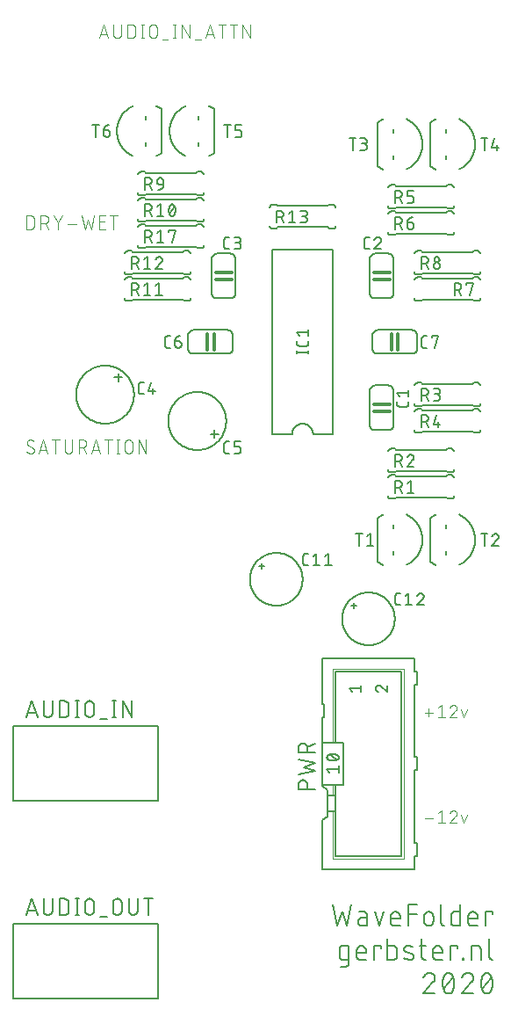
<source format=gbr>
G04 EAGLE Gerber RS-274X export*
G75*
%MOMM*%
%FSLAX34Y34*%
%LPD*%
%INSilkscreen Top*%
%IPPOS*%
%AMOC8*
5,1,8,0,0,1.08239X$1,22.5*%
G01*
%ADD10C,0.177800*%
%ADD11C,0.101600*%
%ADD12C,0.152400*%
%ADD13C,0.304800*%
%ADD14C,0.127000*%
%ADD15C,0.050800*%


D10*
X308690Y99187D02*
X313149Y79121D01*
X317608Y92498D01*
X322067Y79121D01*
X326526Y99187D01*
X336760Y86924D02*
X341777Y86924D01*
X336760Y86925D02*
X336636Y86923D01*
X336513Y86917D01*
X336389Y86907D01*
X336266Y86894D01*
X336143Y86876D01*
X336022Y86854D01*
X335900Y86829D01*
X335780Y86800D01*
X335661Y86767D01*
X335542Y86730D01*
X335425Y86690D01*
X335310Y86645D01*
X335196Y86598D01*
X335083Y86546D01*
X334972Y86491D01*
X334863Y86433D01*
X334756Y86371D01*
X334650Y86306D01*
X334547Y86237D01*
X334446Y86165D01*
X334348Y86090D01*
X334252Y86012D01*
X334158Y85931D01*
X334067Y85847D01*
X333979Y85760D01*
X333894Y85671D01*
X333811Y85578D01*
X333731Y85483D01*
X333655Y85386D01*
X333582Y85286D01*
X333511Y85184D01*
X333444Y85080D01*
X333381Y84974D01*
X333321Y84866D01*
X333264Y84756D01*
X333211Y84644D01*
X333161Y84531D01*
X333115Y84416D01*
X333073Y84299D01*
X333034Y84182D01*
X332999Y84063D01*
X332968Y83943D01*
X332941Y83822D01*
X332917Y83701D01*
X332898Y83578D01*
X332882Y83455D01*
X332870Y83332D01*
X332862Y83209D01*
X332858Y83085D01*
X332858Y82961D01*
X332862Y82837D01*
X332870Y82714D01*
X332882Y82591D01*
X332898Y82468D01*
X332917Y82345D01*
X332941Y82224D01*
X332968Y82103D01*
X332999Y81983D01*
X333034Y81864D01*
X333073Y81747D01*
X333115Y81630D01*
X333161Y81515D01*
X333211Y81402D01*
X333264Y81290D01*
X333321Y81180D01*
X333381Y81072D01*
X333444Y80966D01*
X333511Y80862D01*
X333582Y80760D01*
X333655Y80660D01*
X333731Y80563D01*
X333811Y80468D01*
X333894Y80375D01*
X333979Y80286D01*
X334067Y80199D01*
X334158Y80115D01*
X334252Y80034D01*
X334348Y79956D01*
X334446Y79881D01*
X334547Y79809D01*
X334650Y79740D01*
X334756Y79675D01*
X334863Y79613D01*
X334972Y79555D01*
X335083Y79500D01*
X335196Y79448D01*
X335310Y79401D01*
X335425Y79356D01*
X335542Y79316D01*
X335661Y79279D01*
X335780Y79246D01*
X335900Y79217D01*
X336022Y79192D01*
X336143Y79170D01*
X336266Y79152D01*
X336389Y79139D01*
X336513Y79129D01*
X336636Y79123D01*
X336760Y79121D01*
X341777Y79121D01*
X341777Y89154D01*
X341776Y89154D02*
X341774Y89268D01*
X341768Y89382D01*
X341758Y89496D01*
X341745Y89609D01*
X341727Y89722D01*
X341706Y89834D01*
X341681Y89946D01*
X341652Y90056D01*
X341619Y90166D01*
X341583Y90274D01*
X341543Y90381D01*
X341499Y90486D01*
X341452Y90590D01*
X341401Y90692D01*
X341347Y90793D01*
X341289Y90891D01*
X341228Y90988D01*
X341164Y91082D01*
X341097Y91175D01*
X341026Y91264D01*
X340952Y91352D01*
X340876Y91436D01*
X340797Y91519D01*
X340714Y91598D01*
X340630Y91674D01*
X340542Y91748D01*
X340453Y91819D01*
X340360Y91886D01*
X340266Y91950D01*
X340169Y92011D01*
X340071Y92069D01*
X339970Y92123D01*
X339868Y92174D01*
X339764Y92221D01*
X339659Y92265D01*
X339552Y92305D01*
X339444Y92341D01*
X339334Y92374D01*
X339224Y92403D01*
X339112Y92428D01*
X339000Y92449D01*
X338887Y92467D01*
X338774Y92480D01*
X338660Y92490D01*
X338546Y92496D01*
X338432Y92498D01*
X333973Y92498D01*
X348990Y92498D02*
X353449Y79121D01*
X357908Y92498D01*
X367783Y79121D02*
X373357Y79121D01*
X367783Y79121D02*
X367669Y79123D01*
X367555Y79129D01*
X367441Y79139D01*
X367328Y79152D01*
X367215Y79170D01*
X367103Y79191D01*
X366991Y79216D01*
X366881Y79245D01*
X366771Y79278D01*
X366663Y79314D01*
X366556Y79354D01*
X366451Y79398D01*
X366347Y79445D01*
X366245Y79496D01*
X366144Y79550D01*
X366046Y79608D01*
X365949Y79669D01*
X365855Y79733D01*
X365762Y79800D01*
X365673Y79871D01*
X365585Y79945D01*
X365501Y80021D01*
X365418Y80100D01*
X365339Y80183D01*
X365263Y80267D01*
X365189Y80355D01*
X365118Y80444D01*
X365051Y80537D01*
X364987Y80631D01*
X364926Y80728D01*
X364868Y80826D01*
X364814Y80927D01*
X364763Y81029D01*
X364716Y81133D01*
X364672Y81238D01*
X364632Y81345D01*
X364596Y81453D01*
X364563Y81563D01*
X364534Y81673D01*
X364509Y81785D01*
X364488Y81897D01*
X364470Y82010D01*
X364457Y82123D01*
X364447Y82237D01*
X364441Y82351D01*
X364439Y82465D01*
X364438Y82465D02*
X364438Y88039D01*
X364440Y88171D01*
X364446Y88303D01*
X364456Y88435D01*
X364469Y88566D01*
X364487Y88697D01*
X364508Y88828D01*
X364534Y88957D01*
X364563Y89086D01*
X364596Y89214D01*
X364632Y89341D01*
X364673Y89467D01*
X364717Y89592D01*
X364765Y89715D01*
X364816Y89837D01*
X364871Y89957D01*
X364930Y90075D01*
X364992Y90192D01*
X365058Y90307D01*
X365126Y90419D01*
X365199Y90530D01*
X365274Y90639D01*
X365353Y90745D01*
X365434Y90849D01*
X365519Y90950D01*
X365607Y91049D01*
X365698Y91145D01*
X365791Y91238D01*
X365887Y91329D01*
X365986Y91417D01*
X366087Y91502D01*
X366191Y91583D01*
X366297Y91662D01*
X366406Y91737D01*
X366517Y91810D01*
X366629Y91878D01*
X366744Y91944D01*
X366861Y92006D01*
X366979Y92065D01*
X367099Y92120D01*
X367221Y92171D01*
X367344Y92219D01*
X367469Y92263D01*
X367595Y92304D01*
X367722Y92340D01*
X367850Y92373D01*
X367979Y92402D01*
X368108Y92428D01*
X368239Y92449D01*
X368370Y92467D01*
X368501Y92480D01*
X368633Y92490D01*
X368765Y92496D01*
X368897Y92498D01*
X369029Y92496D01*
X369161Y92490D01*
X369293Y92480D01*
X369424Y92467D01*
X369555Y92449D01*
X369686Y92428D01*
X369815Y92402D01*
X369944Y92373D01*
X370072Y92340D01*
X370199Y92304D01*
X370325Y92263D01*
X370450Y92219D01*
X370573Y92171D01*
X370695Y92120D01*
X370815Y92065D01*
X370933Y92006D01*
X371050Y91944D01*
X371165Y91878D01*
X371277Y91810D01*
X371388Y91737D01*
X371497Y91662D01*
X371603Y91583D01*
X371707Y91502D01*
X371808Y91417D01*
X371907Y91329D01*
X372003Y91238D01*
X372096Y91145D01*
X372187Y91049D01*
X372275Y90950D01*
X372360Y90849D01*
X372441Y90745D01*
X372520Y90639D01*
X372595Y90530D01*
X372668Y90419D01*
X372736Y90307D01*
X372802Y90192D01*
X372864Y90075D01*
X372923Y89957D01*
X372978Y89837D01*
X373029Y89715D01*
X373077Y89592D01*
X373121Y89467D01*
X373162Y89341D01*
X373198Y89214D01*
X373231Y89086D01*
X373260Y88957D01*
X373286Y88828D01*
X373307Y88697D01*
X373325Y88566D01*
X373338Y88435D01*
X373348Y88303D01*
X373354Y88171D01*
X373356Y88039D01*
X373357Y88039D02*
X373357Y85810D01*
X364438Y85810D01*
X381273Y79121D02*
X381273Y99187D01*
X390191Y99187D01*
X390191Y90269D02*
X381273Y90269D01*
X396571Y88039D02*
X396571Y83580D01*
X396571Y88039D02*
X396573Y88171D01*
X396579Y88303D01*
X396589Y88435D01*
X396602Y88566D01*
X396620Y88697D01*
X396641Y88828D01*
X396667Y88957D01*
X396696Y89086D01*
X396729Y89214D01*
X396765Y89341D01*
X396806Y89467D01*
X396850Y89592D01*
X396898Y89715D01*
X396949Y89837D01*
X397004Y89957D01*
X397063Y90075D01*
X397125Y90192D01*
X397191Y90307D01*
X397259Y90419D01*
X397332Y90530D01*
X397407Y90639D01*
X397486Y90745D01*
X397567Y90849D01*
X397652Y90950D01*
X397740Y91049D01*
X397831Y91145D01*
X397924Y91238D01*
X398020Y91329D01*
X398119Y91417D01*
X398220Y91502D01*
X398324Y91583D01*
X398430Y91662D01*
X398539Y91737D01*
X398650Y91810D01*
X398762Y91878D01*
X398877Y91944D01*
X398994Y92006D01*
X399112Y92065D01*
X399232Y92120D01*
X399354Y92171D01*
X399477Y92219D01*
X399602Y92263D01*
X399728Y92304D01*
X399855Y92340D01*
X399983Y92373D01*
X400112Y92402D01*
X400241Y92428D01*
X400372Y92449D01*
X400503Y92467D01*
X400634Y92480D01*
X400766Y92490D01*
X400898Y92496D01*
X401030Y92498D01*
X401162Y92496D01*
X401294Y92490D01*
X401426Y92480D01*
X401557Y92467D01*
X401688Y92449D01*
X401819Y92428D01*
X401948Y92402D01*
X402077Y92373D01*
X402205Y92340D01*
X402332Y92304D01*
X402458Y92263D01*
X402583Y92219D01*
X402706Y92171D01*
X402828Y92120D01*
X402948Y92065D01*
X403066Y92006D01*
X403183Y91944D01*
X403298Y91878D01*
X403410Y91810D01*
X403521Y91737D01*
X403630Y91662D01*
X403736Y91583D01*
X403840Y91502D01*
X403941Y91417D01*
X404040Y91329D01*
X404136Y91238D01*
X404229Y91145D01*
X404320Y91049D01*
X404408Y90950D01*
X404493Y90849D01*
X404574Y90745D01*
X404653Y90639D01*
X404728Y90530D01*
X404801Y90419D01*
X404869Y90307D01*
X404935Y90192D01*
X404997Y90075D01*
X405056Y89957D01*
X405111Y89837D01*
X405162Y89715D01*
X405210Y89592D01*
X405254Y89467D01*
X405295Y89341D01*
X405331Y89214D01*
X405364Y89086D01*
X405393Y88957D01*
X405419Y88828D01*
X405440Y88697D01*
X405458Y88566D01*
X405471Y88435D01*
X405481Y88303D01*
X405487Y88171D01*
X405489Y88039D01*
X405490Y88039D02*
X405490Y83580D01*
X405489Y83580D02*
X405487Y83448D01*
X405481Y83316D01*
X405471Y83184D01*
X405458Y83053D01*
X405440Y82922D01*
X405419Y82791D01*
X405393Y82662D01*
X405364Y82533D01*
X405331Y82405D01*
X405295Y82278D01*
X405254Y82152D01*
X405210Y82027D01*
X405162Y81904D01*
X405111Y81782D01*
X405056Y81662D01*
X404997Y81544D01*
X404935Y81427D01*
X404869Y81312D01*
X404801Y81200D01*
X404728Y81089D01*
X404653Y80980D01*
X404574Y80874D01*
X404493Y80770D01*
X404408Y80669D01*
X404320Y80570D01*
X404229Y80474D01*
X404136Y80381D01*
X404040Y80290D01*
X403941Y80202D01*
X403840Y80117D01*
X403736Y80036D01*
X403630Y79957D01*
X403521Y79882D01*
X403410Y79809D01*
X403298Y79741D01*
X403183Y79675D01*
X403066Y79613D01*
X402948Y79554D01*
X402828Y79499D01*
X402706Y79448D01*
X402583Y79400D01*
X402458Y79356D01*
X402332Y79315D01*
X402205Y79279D01*
X402077Y79246D01*
X401948Y79217D01*
X401819Y79191D01*
X401688Y79170D01*
X401557Y79152D01*
X401426Y79139D01*
X401294Y79129D01*
X401162Y79123D01*
X401030Y79121D01*
X400898Y79123D01*
X400766Y79129D01*
X400634Y79139D01*
X400503Y79152D01*
X400372Y79170D01*
X400241Y79191D01*
X400112Y79217D01*
X399983Y79246D01*
X399855Y79279D01*
X399728Y79315D01*
X399602Y79356D01*
X399477Y79400D01*
X399354Y79448D01*
X399232Y79499D01*
X399112Y79554D01*
X398994Y79613D01*
X398877Y79675D01*
X398762Y79741D01*
X398650Y79809D01*
X398539Y79882D01*
X398430Y79957D01*
X398324Y80036D01*
X398220Y80117D01*
X398119Y80202D01*
X398020Y80290D01*
X397924Y80381D01*
X397831Y80474D01*
X397740Y80570D01*
X397652Y80669D01*
X397567Y80770D01*
X397486Y80874D01*
X397407Y80980D01*
X397332Y81089D01*
X397259Y81200D01*
X397191Y81312D01*
X397125Y81427D01*
X397063Y81544D01*
X397004Y81662D01*
X396949Y81782D01*
X396898Y81904D01*
X396850Y82027D01*
X396806Y82152D01*
X396765Y82278D01*
X396729Y82405D01*
X396696Y82533D01*
X396667Y82662D01*
X396641Y82791D01*
X396620Y82922D01*
X396602Y83053D01*
X396589Y83184D01*
X396579Y83316D01*
X396573Y83448D01*
X396571Y83580D01*
X413009Y82465D02*
X413009Y99187D01*
X413010Y82465D02*
X413012Y82351D01*
X413018Y82237D01*
X413028Y82123D01*
X413041Y82010D01*
X413059Y81897D01*
X413080Y81785D01*
X413105Y81673D01*
X413134Y81563D01*
X413167Y81453D01*
X413203Y81345D01*
X413243Y81238D01*
X413287Y81133D01*
X413334Y81029D01*
X413385Y80927D01*
X413439Y80826D01*
X413497Y80728D01*
X413558Y80631D01*
X413622Y80537D01*
X413689Y80444D01*
X413760Y80355D01*
X413834Y80267D01*
X413910Y80183D01*
X413989Y80100D01*
X414072Y80021D01*
X414156Y79945D01*
X414244Y79871D01*
X414333Y79800D01*
X414426Y79733D01*
X414520Y79669D01*
X414617Y79608D01*
X414715Y79550D01*
X414816Y79496D01*
X414918Y79445D01*
X415022Y79398D01*
X415127Y79354D01*
X415234Y79314D01*
X415342Y79278D01*
X415452Y79245D01*
X415562Y79216D01*
X415674Y79191D01*
X415786Y79170D01*
X415899Y79152D01*
X416012Y79139D01*
X416126Y79129D01*
X416240Y79123D01*
X416354Y79121D01*
X431378Y79121D02*
X431378Y99187D01*
X431378Y79121D02*
X425804Y79121D01*
X425690Y79123D01*
X425576Y79129D01*
X425462Y79139D01*
X425349Y79152D01*
X425236Y79170D01*
X425124Y79191D01*
X425012Y79216D01*
X424902Y79245D01*
X424792Y79278D01*
X424684Y79314D01*
X424577Y79354D01*
X424472Y79398D01*
X424368Y79445D01*
X424266Y79496D01*
X424165Y79550D01*
X424067Y79608D01*
X423970Y79669D01*
X423876Y79733D01*
X423783Y79800D01*
X423694Y79871D01*
X423606Y79945D01*
X423522Y80021D01*
X423439Y80100D01*
X423360Y80183D01*
X423284Y80267D01*
X423210Y80355D01*
X423139Y80444D01*
X423072Y80537D01*
X423008Y80631D01*
X422947Y80728D01*
X422889Y80826D01*
X422835Y80927D01*
X422784Y81029D01*
X422737Y81133D01*
X422693Y81238D01*
X422653Y81345D01*
X422617Y81453D01*
X422584Y81563D01*
X422555Y81673D01*
X422530Y81785D01*
X422509Y81897D01*
X422491Y82010D01*
X422478Y82123D01*
X422468Y82237D01*
X422462Y82351D01*
X422460Y82465D01*
X422460Y89154D01*
X422462Y89268D01*
X422468Y89382D01*
X422478Y89496D01*
X422491Y89609D01*
X422509Y89722D01*
X422530Y89834D01*
X422555Y89946D01*
X422584Y90056D01*
X422617Y90166D01*
X422653Y90274D01*
X422693Y90381D01*
X422737Y90486D01*
X422784Y90590D01*
X422835Y90692D01*
X422889Y90793D01*
X422947Y90891D01*
X423008Y90988D01*
X423072Y91082D01*
X423139Y91175D01*
X423210Y91264D01*
X423284Y91352D01*
X423360Y91436D01*
X423439Y91519D01*
X423522Y91598D01*
X423606Y91674D01*
X423694Y91748D01*
X423783Y91819D01*
X423876Y91886D01*
X423970Y91950D01*
X424067Y92011D01*
X424165Y92069D01*
X424266Y92123D01*
X424368Y92174D01*
X424472Y92221D01*
X424577Y92265D01*
X424684Y92305D01*
X424792Y92341D01*
X424902Y92374D01*
X425012Y92403D01*
X425124Y92428D01*
X425236Y92449D01*
X425349Y92467D01*
X425462Y92480D01*
X425576Y92490D01*
X425690Y92496D01*
X425804Y92498D01*
X431378Y92498D01*
X442554Y79121D02*
X448128Y79121D01*
X442554Y79121D02*
X442440Y79123D01*
X442326Y79129D01*
X442212Y79139D01*
X442099Y79152D01*
X441986Y79170D01*
X441874Y79191D01*
X441762Y79216D01*
X441652Y79245D01*
X441542Y79278D01*
X441434Y79314D01*
X441327Y79354D01*
X441222Y79398D01*
X441118Y79445D01*
X441016Y79496D01*
X440915Y79550D01*
X440817Y79608D01*
X440720Y79669D01*
X440626Y79733D01*
X440533Y79800D01*
X440444Y79871D01*
X440356Y79945D01*
X440272Y80021D01*
X440189Y80100D01*
X440110Y80183D01*
X440034Y80267D01*
X439960Y80355D01*
X439889Y80444D01*
X439822Y80537D01*
X439758Y80631D01*
X439697Y80728D01*
X439639Y80826D01*
X439585Y80927D01*
X439534Y81029D01*
X439487Y81133D01*
X439443Y81238D01*
X439403Y81345D01*
X439367Y81453D01*
X439334Y81563D01*
X439305Y81673D01*
X439280Y81785D01*
X439259Y81897D01*
X439241Y82010D01*
X439228Y82123D01*
X439218Y82237D01*
X439212Y82351D01*
X439210Y82465D01*
X439210Y88039D01*
X439212Y88171D01*
X439218Y88303D01*
X439228Y88435D01*
X439241Y88566D01*
X439259Y88697D01*
X439280Y88828D01*
X439306Y88957D01*
X439335Y89086D01*
X439368Y89214D01*
X439404Y89341D01*
X439445Y89467D01*
X439489Y89592D01*
X439537Y89715D01*
X439588Y89837D01*
X439643Y89957D01*
X439702Y90075D01*
X439764Y90192D01*
X439830Y90307D01*
X439898Y90419D01*
X439971Y90530D01*
X440046Y90639D01*
X440125Y90745D01*
X440206Y90849D01*
X440291Y90950D01*
X440379Y91049D01*
X440470Y91145D01*
X440563Y91238D01*
X440659Y91329D01*
X440758Y91417D01*
X440859Y91502D01*
X440963Y91583D01*
X441069Y91662D01*
X441178Y91737D01*
X441289Y91810D01*
X441401Y91878D01*
X441516Y91944D01*
X441633Y92006D01*
X441751Y92065D01*
X441871Y92120D01*
X441993Y92171D01*
X442116Y92219D01*
X442241Y92263D01*
X442367Y92304D01*
X442494Y92340D01*
X442622Y92373D01*
X442751Y92402D01*
X442880Y92428D01*
X443011Y92449D01*
X443142Y92467D01*
X443273Y92480D01*
X443405Y92490D01*
X443537Y92496D01*
X443669Y92498D01*
X443801Y92496D01*
X443933Y92490D01*
X444065Y92480D01*
X444196Y92467D01*
X444327Y92449D01*
X444458Y92428D01*
X444587Y92402D01*
X444716Y92373D01*
X444844Y92340D01*
X444971Y92304D01*
X445097Y92263D01*
X445222Y92219D01*
X445345Y92171D01*
X445467Y92120D01*
X445587Y92065D01*
X445705Y92006D01*
X445822Y91944D01*
X445937Y91878D01*
X446049Y91810D01*
X446160Y91737D01*
X446269Y91662D01*
X446375Y91583D01*
X446479Y91502D01*
X446580Y91417D01*
X446679Y91329D01*
X446775Y91238D01*
X446868Y91145D01*
X446959Y91049D01*
X447047Y90950D01*
X447132Y90849D01*
X447213Y90745D01*
X447292Y90639D01*
X447367Y90530D01*
X447440Y90419D01*
X447508Y90307D01*
X447574Y90192D01*
X447636Y90075D01*
X447695Y89957D01*
X447750Y89837D01*
X447801Y89715D01*
X447849Y89592D01*
X447893Y89467D01*
X447934Y89341D01*
X447970Y89214D01*
X448003Y89086D01*
X448032Y88957D01*
X448058Y88828D01*
X448079Y88697D01*
X448097Y88566D01*
X448110Y88435D01*
X448120Y88303D01*
X448126Y88171D01*
X448128Y88039D01*
X448128Y85810D01*
X439210Y85810D01*
X455972Y92498D02*
X455972Y79121D01*
X455972Y92498D02*
X462661Y92498D01*
X462661Y90269D01*
X323818Y46355D02*
X318244Y46355D01*
X318130Y46357D01*
X318016Y46363D01*
X317902Y46373D01*
X317789Y46386D01*
X317676Y46404D01*
X317564Y46425D01*
X317452Y46450D01*
X317342Y46479D01*
X317232Y46512D01*
X317124Y46548D01*
X317017Y46588D01*
X316912Y46632D01*
X316808Y46679D01*
X316706Y46730D01*
X316605Y46784D01*
X316507Y46842D01*
X316410Y46903D01*
X316316Y46967D01*
X316223Y47034D01*
X316134Y47105D01*
X316046Y47179D01*
X315962Y47255D01*
X315879Y47334D01*
X315800Y47417D01*
X315724Y47501D01*
X315650Y47589D01*
X315579Y47678D01*
X315512Y47771D01*
X315448Y47865D01*
X315387Y47962D01*
X315329Y48060D01*
X315275Y48161D01*
X315224Y48263D01*
X315177Y48367D01*
X315133Y48472D01*
X315093Y48579D01*
X315057Y48687D01*
X315024Y48797D01*
X314995Y48907D01*
X314970Y49019D01*
X314949Y49131D01*
X314931Y49244D01*
X314918Y49357D01*
X314908Y49471D01*
X314902Y49585D01*
X314900Y49699D01*
X314899Y49699D02*
X314899Y56388D01*
X314900Y56388D02*
X314902Y56502D01*
X314908Y56616D01*
X314918Y56730D01*
X314931Y56843D01*
X314949Y56956D01*
X314970Y57068D01*
X314995Y57180D01*
X315024Y57290D01*
X315057Y57400D01*
X315093Y57508D01*
X315133Y57615D01*
X315177Y57720D01*
X315224Y57824D01*
X315275Y57926D01*
X315329Y58027D01*
X315387Y58125D01*
X315448Y58222D01*
X315512Y58316D01*
X315579Y58409D01*
X315650Y58498D01*
X315724Y58586D01*
X315800Y58670D01*
X315879Y58753D01*
X315962Y58832D01*
X316046Y58908D01*
X316134Y58982D01*
X316223Y59053D01*
X316316Y59120D01*
X316410Y59184D01*
X316507Y59245D01*
X316605Y59303D01*
X316706Y59357D01*
X316808Y59408D01*
X316912Y59455D01*
X317017Y59499D01*
X317124Y59539D01*
X317232Y59575D01*
X317342Y59608D01*
X317452Y59637D01*
X317564Y59662D01*
X317676Y59683D01*
X317789Y59701D01*
X317902Y59714D01*
X318016Y59724D01*
X318130Y59730D01*
X318244Y59732D01*
X323818Y59732D01*
X323818Y43011D01*
X323817Y43011D02*
X323815Y42897D01*
X323809Y42783D01*
X323799Y42669D01*
X323786Y42556D01*
X323768Y42443D01*
X323747Y42331D01*
X323722Y42219D01*
X323693Y42109D01*
X323660Y41999D01*
X323624Y41891D01*
X323584Y41784D01*
X323540Y41679D01*
X323493Y41575D01*
X323442Y41473D01*
X323388Y41372D01*
X323330Y41274D01*
X323269Y41177D01*
X323205Y41083D01*
X323138Y40990D01*
X323067Y40901D01*
X322993Y40813D01*
X322917Y40729D01*
X322838Y40646D01*
X322755Y40567D01*
X322671Y40491D01*
X322583Y40417D01*
X322494Y40346D01*
X322401Y40279D01*
X322307Y40215D01*
X322211Y40154D01*
X322112Y40096D01*
X322011Y40042D01*
X321909Y39991D01*
X321805Y39944D01*
X321700Y39900D01*
X321593Y39860D01*
X321485Y39824D01*
X321375Y39791D01*
X321265Y39762D01*
X321153Y39737D01*
X321041Y39716D01*
X320928Y39698D01*
X320815Y39685D01*
X320701Y39675D01*
X320587Y39669D01*
X320473Y39667D01*
X320473Y39666D02*
X316014Y39666D01*
X334993Y46355D02*
X340567Y46355D01*
X334993Y46355D02*
X334879Y46357D01*
X334765Y46363D01*
X334651Y46373D01*
X334538Y46386D01*
X334425Y46404D01*
X334313Y46425D01*
X334201Y46450D01*
X334091Y46479D01*
X333981Y46512D01*
X333873Y46548D01*
X333766Y46588D01*
X333661Y46632D01*
X333557Y46679D01*
X333455Y46730D01*
X333354Y46784D01*
X333256Y46842D01*
X333159Y46903D01*
X333065Y46967D01*
X332972Y47034D01*
X332883Y47105D01*
X332795Y47179D01*
X332711Y47255D01*
X332628Y47334D01*
X332549Y47417D01*
X332473Y47501D01*
X332399Y47589D01*
X332328Y47678D01*
X332261Y47771D01*
X332197Y47865D01*
X332136Y47962D01*
X332078Y48060D01*
X332024Y48161D01*
X331973Y48263D01*
X331926Y48367D01*
X331882Y48472D01*
X331842Y48579D01*
X331806Y48687D01*
X331773Y48797D01*
X331744Y48907D01*
X331719Y49019D01*
X331698Y49131D01*
X331680Y49244D01*
X331667Y49357D01*
X331657Y49471D01*
X331651Y49585D01*
X331649Y49699D01*
X331649Y55273D01*
X331651Y55405D01*
X331657Y55537D01*
X331667Y55669D01*
X331680Y55800D01*
X331698Y55931D01*
X331719Y56062D01*
X331745Y56191D01*
X331774Y56320D01*
X331807Y56448D01*
X331843Y56575D01*
X331884Y56701D01*
X331928Y56826D01*
X331976Y56949D01*
X332027Y57071D01*
X332082Y57191D01*
X332141Y57309D01*
X332203Y57426D01*
X332269Y57541D01*
X332337Y57653D01*
X332410Y57764D01*
X332485Y57873D01*
X332564Y57979D01*
X332645Y58083D01*
X332730Y58184D01*
X332818Y58283D01*
X332909Y58379D01*
X333002Y58472D01*
X333098Y58563D01*
X333197Y58651D01*
X333298Y58736D01*
X333402Y58817D01*
X333508Y58896D01*
X333617Y58971D01*
X333728Y59044D01*
X333840Y59112D01*
X333955Y59178D01*
X334072Y59240D01*
X334190Y59299D01*
X334310Y59354D01*
X334432Y59405D01*
X334555Y59453D01*
X334680Y59497D01*
X334806Y59538D01*
X334933Y59574D01*
X335061Y59607D01*
X335190Y59636D01*
X335319Y59662D01*
X335450Y59683D01*
X335581Y59701D01*
X335712Y59714D01*
X335844Y59724D01*
X335976Y59730D01*
X336108Y59732D01*
X336240Y59730D01*
X336372Y59724D01*
X336504Y59714D01*
X336635Y59701D01*
X336766Y59683D01*
X336897Y59662D01*
X337026Y59636D01*
X337155Y59607D01*
X337283Y59574D01*
X337410Y59538D01*
X337536Y59497D01*
X337661Y59453D01*
X337784Y59405D01*
X337906Y59354D01*
X338026Y59299D01*
X338144Y59240D01*
X338261Y59178D01*
X338376Y59112D01*
X338488Y59044D01*
X338599Y58971D01*
X338708Y58896D01*
X338814Y58817D01*
X338918Y58736D01*
X339019Y58651D01*
X339118Y58563D01*
X339214Y58472D01*
X339307Y58379D01*
X339398Y58283D01*
X339486Y58184D01*
X339571Y58083D01*
X339652Y57979D01*
X339731Y57873D01*
X339806Y57764D01*
X339879Y57653D01*
X339947Y57541D01*
X340013Y57426D01*
X340075Y57309D01*
X340134Y57191D01*
X340189Y57071D01*
X340240Y56949D01*
X340288Y56826D01*
X340332Y56701D01*
X340373Y56575D01*
X340409Y56448D01*
X340442Y56320D01*
X340471Y56191D01*
X340497Y56062D01*
X340518Y55931D01*
X340536Y55800D01*
X340549Y55669D01*
X340559Y55537D01*
X340565Y55405D01*
X340567Y55273D01*
X340567Y53044D01*
X331649Y53044D01*
X348412Y59732D02*
X348412Y46355D01*
X348412Y59732D02*
X355100Y59732D01*
X355100Y57503D01*
X361375Y66421D02*
X361375Y46355D01*
X366949Y46355D01*
X367063Y46357D01*
X367177Y46363D01*
X367291Y46373D01*
X367404Y46386D01*
X367517Y46404D01*
X367629Y46425D01*
X367741Y46450D01*
X367851Y46479D01*
X367961Y46512D01*
X368069Y46548D01*
X368176Y46588D01*
X368281Y46632D01*
X368385Y46679D01*
X368487Y46730D01*
X368588Y46784D01*
X368686Y46842D01*
X368783Y46903D01*
X368877Y46967D01*
X368970Y47034D01*
X369059Y47105D01*
X369147Y47179D01*
X369231Y47255D01*
X369314Y47334D01*
X369393Y47417D01*
X369469Y47501D01*
X369543Y47589D01*
X369614Y47678D01*
X369681Y47771D01*
X369745Y47865D01*
X369806Y47961D01*
X369864Y48060D01*
X369918Y48161D01*
X369969Y48263D01*
X370016Y48367D01*
X370060Y48472D01*
X370100Y48579D01*
X370136Y48687D01*
X370169Y48797D01*
X370198Y48907D01*
X370223Y49019D01*
X370244Y49131D01*
X370262Y49244D01*
X370275Y49357D01*
X370285Y49471D01*
X370291Y49585D01*
X370293Y49699D01*
X370293Y56388D01*
X370291Y56502D01*
X370285Y56616D01*
X370275Y56730D01*
X370262Y56843D01*
X370244Y56956D01*
X370223Y57068D01*
X370198Y57180D01*
X370169Y57290D01*
X370136Y57400D01*
X370100Y57508D01*
X370060Y57615D01*
X370016Y57720D01*
X369969Y57824D01*
X369918Y57926D01*
X369864Y58027D01*
X369806Y58125D01*
X369745Y58222D01*
X369681Y58316D01*
X369614Y58409D01*
X369543Y58498D01*
X369469Y58586D01*
X369393Y58670D01*
X369314Y58753D01*
X369231Y58832D01*
X369147Y58908D01*
X369059Y58982D01*
X368970Y59053D01*
X368877Y59120D01*
X368783Y59184D01*
X368686Y59245D01*
X368588Y59303D01*
X368487Y59357D01*
X368385Y59408D01*
X368281Y59455D01*
X368176Y59499D01*
X368069Y59539D01*
X367961Y59575D01*
X367851Y59608D01*
X367741Y59637D01*
X367629Y59662D01*
X367517Y59683D01*
X367404Y59701D01*
X367291Y59714D01*
X367177Y59724D01*
X367063Y59730D01*
X366949Y59732D01*
X361375Y59732D01*
X379049Y54158D02*
X384623Y51929D01*
X379049Y54159D02*
X378950Y54200D01*
X378853Y54245D01*
X378758Y54294D01*
X378665Y54346D01*
X378573Y54402D01*
X378484Y54461D01*
X378397Y54523D01*
X378313Y54589D01*
X378230Y54657D01*
X378151Y54729D01*
X378074Y54803D01*
X378000Y54880D01*
X377929Y54960D01*
X377861Y55042D01*
X377796Y55127D01*
X377734Y55214D01*
X377675Y55304D01*
X377620Y55395D01*
X377568Y55489D01*
X377520Y55584D01*
X377475Y55682D01*
X377434Y55780D01*
X377397Y55880D01*
X377363Y55982D01*
X377333Y56085D01*
X377307Y56188D01*
X377285Y56293D01*
X377266Y56398D01*
X377252Y56504D01*
X377241Y56611D01*
X377235Y56717D01*
X377232Y56824D01*
X377233Y56931D01*
X377239Y57038D01*
X377248Y57145D01*
X377261Y57251D01*
X377278Y57356D01*
X377299Y57461D01*
X377324Y57565D01*
X377353Y57668D01*
X377385Y57770D01*
X377421Y57871D01*
X377461Y57970D01*
X377505Y58068D01*
X377552Y58164D01*
X377603Y58258D01*
X377657Y58350D01*
X377714Y58440D01*
X377775Y58528D01*
X377839Y58614D01*
X377906Y58697D01*
X377976Y58778D01*
X378049Y58856D01*
X378125Y58931D01*
X378204Y59004D01*
X378285Y59073D01*
X378369Y59140D01*
X378455Y59203D01*
X378544Y59263D01*
X378634Y59320D01*
X378727Y59373D01*
X378821Y59423D01*
X378918Y59469D01*
X379016Y59512D01*
X379115Y59551D01*
X379216Y59586D01*
X379318Y59618D01*
X379422Y59646D01*
X379526Y59670D01*
X379631Y59690D01*
X379737Y59706D01*
X379843Y59718D01*
X379949Y59727D01*
X380056Y59731D01*
X380163Y59732D01*
X380164Y59732D02*
X380468Y59724D01*
X380772Y59708D01*
X381076Y59686D01*
X381379Y59656D01*
X381681Y59619D01*
X381982Y59574D01*
X382282Y59523D01*
X382580Y59464D01*
X382878Y59398D01*
X383173Y59324D01*
X383467Y59244D01*
X383758Y59157D01*
X384048Y59063D01*
X384335Y58962D01*
X384619Y58853D01*
X384901Y58739D01*
X385180Y58617D01*
X384622Y51928D02*
X384721Y51887D01*
X384818Y51842D01*
X384913Y51793D01*
X385006Y51741D01*
X385098Y51685D01*
X385187Y51626D01*
X385274Y51564D01*
X385358Y51498D01*
X385441Y51430D01*
X385520Y51358D01*
X385597Y51284D01*
X385671Y51207D01*
X385742Y51127D01*
X385810Y51045D01*
X385875Y50960D01*
X385937Y50873D01*
X385996Y50783D01*
X386051Y50692D01*
X386103Y50598D01*
X386151Y50503D01*
X386196Y50405D01*
X386237Y50307D01*
X386274Y50207D01*
X386308Y50105D01*
X386338Y50002D01*
X386364Y49899D01*
X386386Y49794D01*
X386405Y49689D01*
X386419Y49583D01*
X386430Y49476D01*
X386436Y49370D01*
X386439Y49263D01*
X386438Y49156D01*
X386432Y49049D01*
X386423Y48942D01*
X386410Y48836D01*
X386393Y48731D01*
X386372Y48626D01*
X386347Y48522D01*
X386318Y48419D01*
X386286Y48317D01*
X386250Y48216D01*
X386210Y48117D01*
X386166Y48019D01*
X386119Y47923D01*
X386068Y47829D01*
X386014Y47737D01*
X385957Y47647D01*
X385896Y47559D01*
X385832Y47473D01*
X385765Y47390D01*
X385695Y47309D01*
X385622Y47231D01*
X385546Y47156D01*
X385467Y47083D01*
X385386Y47014D01*
X385302Y46947D01*
X385216Y46884D01*
X385127Y46824D01*
X385037Y46767D01*
X384944Y46714D01*
X384850Y46664D01*
X384753Y46618D01*
X384655Y46575D01*
X384556Y46536D01*
X384455Y46501D01*
X384353Y46469D01*
X384249Y46441D01*
X384145Y46417D01*
X384040Y46397D01*
X383934Y46381D01*
X383828Y46369D01*
X383722Y46360D01*
X383615Y46356D01*
X383508Y46355D01*
X383061Y46367D01*
X382614Y46389D01*
X382168Y46422D01*
X381723Y46465D01*
X381279Y46519D01*
X380837Y46583D01*
X380396Y46658D01*
X379957Y46743D01*
X379520Y46839D01*
X379086Y46945D01*
X378654Y47061D01*
X378225Y47187D01*
X377799Y47323D01*
X377377Y47470D01*
X391981Y59732D02*
X398670Y59732D01*
X394211Y66421D02*
X394211Y49699D01*
X394213Y49585D01*
X394219Y49471D01*
X394229Y49357D01*
X394242Y49244D01*
X394260Y49131D01*
X394281Y49019D01*
X394306Y48907D01*
X394335Y48797D01*
X394368Y48687D01*
X394404Y48579D01*
X394444Y48472D01*
X394488Y48367D01*
X394535Y48263D01*
X394586Y48161D01*
X394640Y48060D01*
X394698Y47962D01*
X394759Y47865D01*
X394823Y47771D01*
X394890Y47678D01*
X394961Y47589D01*
X395035Y47501D01*
X395111Y47417D01*
X395190Y47334D01*
X395273Y47255D01*
X395357Y47179D01*
X395445Y47105D01*
X395534Y47034D01*
X395627Y46967D01*
X395721Y46903D01*
X395818Y46842D01*
X395916Y46784D01*
X396017Y46730D01*
X396119Y46679D01*
X396223Y46632D01*
X396328Y46588D01*
X396435Y46548D01*
X396543Y46512D01*
X396653Y46479D01*
X396763Y46450D01*
X396875Y46425D01*
X396987Y46404D01*
X397100Y46386D01*
X397213Y46373D01*
X397327Y46363D01*
X397441Y46357D01*
X397555Y46355D01*
X398670Y46355D01*
X408528Y46355D02*
X414102Y46355D01*
X408528Y46355D02*
X408414Y46357D01*
X408300Y46363D01*
X408186Y46373D01*
X408073Y46386D01*
X407960Y46404D01*
X407848Y46425D01*
X407736Y46450D01*
X407626Y46479D01*
X407516Y46512D01*
X407408Y46548D01*
X407301Y46588D01*
X407196Y46632D01*
X407092Y46679D01*
X406990Y46730D01*
X406889Y46784D01*
X406791Y46842D01*
X406694Y46903D01*
X406600Y46967D01*
X406507Y47034D01*
X406418Y47105D01*
X406330Y47179D01*
X406246Y47255D01*
X406163Y47334D01*
X406084Y47417D01*
X406008Y47501D01*
X405934Y47589D01*
X405863Y47678D01*
X405796Y47771D01*
X405732Y47865D01*
X405671Y47962D01*
X405613Y48060D01*
X405559Y48161D01*
X405508Y48263D01*
X405461Y48367D01*
X405417Y48472D01*
X405377Y48579D01*
X405341Y48687D01*
X405308Y48797D01*
X405279Y48907D01*
X405254Y49019D01*
X405233Y49131D01*
X405215Y49244D01*
X405202Y49357D01*
X405192Y49471D01*
X405186Y49585D01*
X405184Y49699D01*
X405184Y55273D01*
X405186Y55405D01*
X405192Y55537D01*
X405202Y55669D01*
X405215Y55800D01*
X405233Y55931D01*
X405254Y56062D01*
X405280Y56191D01*
X405309Y56320D01*
X405342Y56448D01*
X405378Y56575D01*
X405419Y56701D01*
X405463Y56826D01*
X405511Y56949D01*
X405562Y57071D01*
X405617Y57191D01*
X405676Y57309D01*
X405738Y57426D01*
X405804Y57541D01*
X405872Y57653D01*
X405945Y57764D01*
X406020Y57873D01*
X406099Y57979D01*
X406180Y58083D01*
X406265Y58184D01*
X406353Y58283D01*
X406444Y58379D01*
X406537Y58472D01*
X406633Y58563D01*
X406732Y58651D01*
X406833Y58736D01*
X406937Y58817D01*
X407043Y58896D01*
X407152Y58971D01*
X407263Y59044D01*
X407375Y59112D01*
X407490Y59178D01*
X407607Y59240D01*
X407725Y59299D01*
X407845Y59354D01*
X407967Y59405D01*
X408090Y59453D01*
X408215Y59497D01*
X408341Y59538D01*
X408468Y59574D01*
X408596Y59607D01*
X408725Y59636D01*
X408854Y59662D01*
X408985Y59683D01*
X409116Y59701D01*
X409247Y59714D01*
X409379Y59724D01*
X409511Y59730D01*
X409643Y59732D01*
X409775Y59730D01*
X409907Y59724D01*
X410039Y59714D01*
X410170Y59701D01*
X410301Y59683D01*
X410432Y59662D01*
X410561Y59636D01*
X410690Y59607D01*
X410818Y59574D01*
X410945Y59538D01*
X411071Y59497D01*
X411196Y59453D01*
X411319Y59405D01*
X411441Y59354D01*
X411561Y59299D01*
X411679Y59240D01*
X411796Y59178D01*
X411911Y59112D01*
X412023Y59044D01*
X412134Y58971D01*
X412243Y58896D01*
X412349Y58817D01*
X412453Y58736D01*
X412554Y58651D01*
X412653Y58563D01*
X412749Y58472D01*
X412842Y58379D01*
X412933Y58283D01*
X413021Y58184D01*
X413106Y58083D01*
X413187Y57979D01*
X413266Y57873D01*
X413341Y57764D01*
X413414Y57653D01*
X413482Y57541D01*
X413548Y57426D01*
X413610Y57309D01*
X413669Y57191D01*
X413724Y57071D01*
X413775Y56949D01*
X413823Y56826D01*
X413867Y56701D01*
X413908Y56575D01*
X413944Y56448D01*
X413977Y56320D01*
X414006Y56191D01*
X414032Y56062D01*
X414053Y55931D01*
X414071Y55800D01*
X414084Y55669D01*
X414094Y55537D01*
X414100Y55405D01*
X414102Y55273D01*
X414102Y53044D01*
X405184Y53044D01*
X421947Y59732D02*
X421947Y46355D01*
X421947Y59732D02*
X428636Y59732D01*
X428636Y57503D01*
X433804Y47470D02*
X433804Y46355D01*
X433804Y47470D02*
X434918Y47470D01*
X434918Y46355D01*
X433804Y46355D01*
X442261Y46355D02*
X442261Y59732D01*
X447835Y59732D01*
X447949Y59730D01*
X448063Y59724D01*
X448177Y59714D01*
X448290Y59701D01*
X448403Y59683D01*
X448515Y59662D01*
X448627Y59637D01*
X448737Y59608D01*
X448847Y59575D01*
X448955Y59539D01*
X449062Y59499D01*
X449167Y59455D01*
X449271Y59408D01*
X449373Y59357D01*
X449474Y59303D01*
X449572Y59245D01*
X449669Y59184D01*
X449763Y59120D01*
X449856Y59053D01*
X449945Y58982D01*
X450033Y58908D01*
X450117Y58832D01*
X450200Y58753D01*
X450279Y58670D01*
X450355Y58586D01*
X450429Y58498D01*
X450500Y58409D01*
X450567Y58316D01*
X450631Y58222D01*
X450692Y58126D01*
X450750Y58027D01*
X450804Y57926D01*
X450855Y57824D01*
X450902Y57720D01*
X450946Y57615D01*
X450986Y57508D01*
X451022Y57400D01*
X451055Y57290D01*
X451084Y57180D01*
X451109Y57068D01*
X451130Y56956D01*
X451148Y56843D01*
X451161Y56730D01*
X451171Y56616D01*
X451177Y56502D01*
X451179Y56388D01*
X451179Y46355D01*
X459317Y49699D02*
X459317Y66421D01*
X459317Y49699D02*
X459319Y49585D01*
X459325Y49471D01*
X459335Y49357D01*
X459348Y49244D01*
X459366Y49131D01*
X459387Y49019D01*
X459412Y48907D01*
X459441Y48797D01*
X459474Y48687D01*
X459510Y48579D01*
X459550Y48472D01*
X459594Y48367D01*
X459641Y48263D01*
X459692Y48161D01*
X459746Y48060D01*
X459804Y47962D01*
X459865Y47865D01*
X459929Y47771D01*
X459996Y47678D01*
X460067Y47589D01*
X460141Y47501D01*
X460217Y47417D01*
X460296Y47334D01*
X460379Y47255D01*
X460463Y47179D01*
X460551Y47105D01*
X460640Y47034D01*
X460733Y46967D01*
X460827Y46903D01*
X460924Y46842D01*
X461022Y46784D01*
X461123Y46730D01*
X461225Y46679D01*
X461329Y46632D01*
X461434Y46588D01*
X461541Y46548D01*
X461649Y46512D01*
X461759Y46479D01*
X461869Y46450D01*
X461981Y46425D01*
X462093Y46404D01*
X462206Y46386D01*
X462319Y46373D01*
X462433Y46363D01*
X462547Y46357D01*
X462661Y46355D01*
X407047Y28639D02*
X407045Y28780D01*
X407039Y28920D01*
X407029Y29061D01*
X407015Y29201D01*
X406998Y29340D01*
X406976Y29479D01*
X406951Y29618D01*
X406921Y29755D01*
X406888Y29892D01*
X406851Y30028D01*
X406810Y30163D01*
X406765Y30296D01*
X406717Y30428D01*
X406665Y30559D01*
X406609Y30688D01*
X406550Y30816D01*
X406487Y30942D01*
X406421Y31066D01*
X406351Y31188D01*
X406278Y31308D01*
X406201Y31426D01*
X406122Y31542D01*
X406039Y31656D01*
X405952Y31767D01*
X405863Y31876D01*
X405771Y31982D01*
X405676Y32086D01*
X405578Y32187D01*
X405477Y32285D01*
X405373Y32380D01*
X405267Y32472D01*
X405158Y32561D01*
X405047Y32648D01*
X404933Y32731D01*
X404817Y32810D01*
X404699Y32887D01*
X404579Y32960D01*
X404457Y33030D01*
X404333Y33096D01*
X404207Y33159D01*
X404079Y33218D01*
X403950Y33274D01*
X403819Y33326D01*
X403687Y33374D01*
X403554Y33419D01*
X403419Y33460D01*
X403283Y33497D01*
X403146Y33530D01*
X403009Y33560D01*
X402870Y33585D01*
X402731Y33607D01*
X402592Y33624D01*
X402452Y33638D01*
X402311Y33648D01*
X402171Y33654D01*
X402030Y33656D01*
X402030Y33655D02*
X401871Y33653D01*
X401712Y33647D01*
X401554Y33637D01*
X401395Y33624D01*
X401237Y33606D01*
X401080Y33585D01*
X400923Y33559D01*
X400767Y33530D01*
X400611Y33497D01*
X400457Y33460D01*
X400303Y33419D01*
X400151Y33375D01*
X399999Y33327D01*
X399849Y33275D01*
X399700Y33219D01*
X399553Y33160D01*
X399407Y33097D01*
X399262Y33030D01*
X399120Y32960D01*
X398979Y32887D01*
X398840Y32810D01*
X398703Y32730D01*
X398568Y32646D01*
X398435Y32559D01*
X398304Y32469D01*
X398175Y32375D01*
X398049Y32279D01*
X397925Y32179D01*
X397804Y32076D01*
X397685Y31970D01*
X397569Y31862D01*
X397456Y31750D01*
X397345Y31636D01*
X397238Y31519D01*
X397133Y31400D01*
X397031Y31278D01*
X396932Y31153D01*
X396837Y31027D01*
X396744Y30897D01*
X396655Y30766D01*
X396569Y30632D01*
X396486Y30497D01*
X396407Y30359D01*
X396331Y30219D01*
X396258Y30078D01*
X396189Y29935D01*
X396124Y29790D01*
X396062Y29643D01*
X396004Y29496D01*
X395949Y29346D01*
X395899Y29196D01*
X405374Y24737D02*
X405478Y24839D01*
X405579Y24944D01*
X405677Y25051D01*
X405773Y25161D01*
X405865Y25273D01*
X405954Y25388D01*
X406041Y25505D01*
X406124Y25624D01*
X406203Y25746D01*
X406280Y25870D01*
X406353Y25995D01*
X406422Y26123D01*
X406489Y26252D01*
X406551Y26384D01*
X406610Y26517D01*
X406666Y26651D01*
X406718Y26787D01*
X406766Y26924D01*
X406810Y27063D01*
X406851Y27202D01*
X406888Y27343D01*
X406921Y27485D01*
X406950Y27627D01*
X406975Y27770D01*
X406997Y27914D01*
X407015Y28058D01*
X407028Y28203D01*
X407038Y28348D01*
X407044Y28494D01*
X407046Y28639D01*
X405374Y24737D02*
X395898Y13589D01*
X407046Y13589D01*
X414436Y23622D02*
X414441Y24017D01*
X414455Y24411D01*
X414478Y24805D01*
X414511Y25199D01*
X414554Y25591D01*
X414605Y25983D01*
X414666Y26373D01*
X414737Y26761D01*
X414816Y27148D01*
X414905Y27532D01*
X415003Y27915D01*
X415110Y28295D01*
X415226Y28672D01*
X415351Y29047D01*
X415485Y29418D01*
X415628Y29786D01*
X415779Y30150D01*
X415939Y30511D01*
X416108Y30868D01*
X416109Y30868D02*
X416152Y30988D01*
X416199Y31107D01*
X416250Y31225D01*
X416304Y31340D01*
X416362Y31454D01*
X416424Y31567D01*
X416489Y31677D01*
X416557Y31785D01*
X416629Y31891D01*
X416703Y31995D01*
X416781Y32096D01*
X416863Y32195D01*
X416947Y32291D01*
X417034Y32385D01*
X417124Y32476D01*
X417216Y32564D01*
X417312Y32649D01*
X417410Y32732D01*
X417510Y32811D01*
X417613Y32887D01*
X417719Y32959D01*
X417826Y33029D01*
X417936Y33095D01*
X418047Y33158D01*
X418161Y33217D01*
X418276Y33272D01*
X418393Y33324D01*
X418511Y33373D01*
X418631Y33417D01*
X418752Y33458D01*
X418875Y33495D01*
X418998Y33529D01*
X419123Y33558D01*
X419248Y33584D01*
X419374Y33606D01*
X419501Y33623D01*
X419628Y33637D01*
X419755Y33647D01*
X419883Y33653D01*
X420011Y33655D01*
X420139Y33653D01*
X420267Y33647D01*
X420394Y33637D01*
X420521Y33623D01*
X420648Y33606D01*
X420774Y33584D01*
X420899Y33558D01*
X421024Y33529D01*
X421147Y33495D01*
X421270Y33458D01*
X421391Y33417D01*
X421511Y33373D01*
X421629Y33324D01*
X421746Y33272D01*
X421861Y33217D01*
X421975Y33158D01*
X422086Y33095D01*
X422196Y33029D01*
X422303Y32959D01*
X422409Y32887D01*
X422512Y32811D01*
X422612Y32732D01*
X422710Y32649D01*
X422806Y32564D01*
X422898Y32476D01*
X422988Y32385D01*
X423075Y32291D01*
X423159Y32195D01*
X423241Y32096D01*
X423319Y31995D01*
X423393Y31891D01*
X423465Y31785D01*
X423533Y31677D01*
X423598Y31567D01*
X423660Y31454D01*
X423718Y31340D01*
X423772Y31225D01*
X423823Y31107D01*
X423870Y30988D01*
X423913Y30868D01*
X424082Y30511D01*
X424242Y30150D01*
X424393Y29786D01*
X424536Y29418D01*
X424670Y29046D01*
X424795Y28672D01*
X424911Y28295D01*
X425018Y27915D01*
X425116Y27532D01*
X425205Y27148D01*
X425284Y26761D01*
X425355Y26373D01*
X425416Y25983D01*
X425467Y25591D01*
X425510Y25199D01*
X425543Y24805D01*
X425566Y24411D01*
X425580Y24017D01*
X425585Y23622D01*
X414437Y23622D02*
X414442Y23227D01*
X414456Y22833D01*
X414479Y22439D01*
X414512Y22045D01*
X414555Y21653D01*
X414606Y21261D01*
X414667Y20871D01*
X414738Y20483D01*
X414817Y20096D01*
X414906Y19712D01*
X415004Y19329D01*
X415111Y18949D01*
X415227Y18572D01*
X415352Y18198D01*
X415486Y17826D01*
X415629Y17458D01*
X415780Y17094D01*
X415940Y16733D01*
X416109Y16376D01*
X416152Y16256D01*
X416199Y16137D01*
X416250Y16019D01*
X416304Y15904D01*
X416362Y15790D01*
X416424Y15677D01*
X416489Y15567D01*
X416557Y15459D01*
X416629Y15353D01*
X416703Y15249D01*
X416781Y15148D01*
X416863Y15049D01*
X416947Y14953D01*
X417034Y14859D01*
X417124Y14768D01*
X417216Y14680D01*
X417312Y14595D01*
X417410Y14512D01*
X417510Y14433D01*
X417613Y14357D01*
X417719Y14285D01*
X417826Y14215D01*
X417936Y14149D01*
X418047Y14086D01*
X418161Y14027D01*
X418276Y13972D01*
X418393Y13920D01*
X418511Y13871D01*
X418631Y13827D01*
X418752Y13786D01*
X418875Y13749D01*
X418998Y13715D01*
X419123Y13686D01*
X419248Y13660D01*
X419374Y13638D01*
X419501Y13621D01*
X419628Y13607D01*
X419755Y13597D01*
X419883Y13591D01*
X420011Y13589D01*
X423912Y16376D02*
X424081Y16733D01*
X424241Y17094D01*
X424392Y17458D01*
X424535Y17826D01*
X424669Y18198D01*
X424794Y18572D01*
X424910Y18949D01*
X425017Y19329D01*
X425115Y19712D01*
X425204Y20096D01*
X425283Y20483D01*
X425354Y20871D01*
X425415Y21261D01*
X425466Y21653D01*
X425509Y22045D01*
X425542Y22439D01*
X425565Y22833D01*
X425579Y23227D01*
X425584Y23622D01*
X423913Y16376D02*
X423870Y16256D01*
X423823Y16137D01*
X423772Y16019D01*
X423718Y15904D01*
X423660Y15790D01*
X423598Y15677D01*
X423533Y15567D01*
X423465Y15459D01*
X423393Y15353D01*
X423319Y15249D01*
X423241Y15148D01*
X423159Y15049D01*
X423075Y14953D01*
X422988Y14859D01*
X422898Y14768D01*
X422806Y14680D01*
X422710Y14595D01*
X422612Y14512D01*
X422512Y14433D01*
X422409Y14357D01*
X422303Y14285D01*
X422196Y14215D01*
X422086Y14149D01*
X421975Y14086D01*
X421861Y14027D01*
X421746Y13972D01*
X421629Y13920D01*
X421511Y13871D01*
X421391Y13827D01*
X421270Y13786D01*
X421147Y13749D01*
X421024Y13715D01*
X420899Y13686D01*
X420774Y13660D01*
X420648Y13638D01*
X420521Y13621D01*
X420394Y13607D01*
X420267Y13597D01*
X420139Y13591D01*
X420011Y13589D01*
X415551Y18048D02*
X424470Y29196D01*
X439106Y33656D02*
X439247Y33654D01*
X439387Y33648D01*
X439528Y33638D01*
X439668Y33624D01*
X439807Y33607D01*
X439946Y33585D01*
X440085Y33560D01*
X440222Y33530D01*
X440359Y33497D01*
X440495Y33460D01*
X440630Y33419D01*
X440763Y33374D01*
X440895Y33326D01*
X441026Y33274D01*
X441155Y33218D01*
X441283Y33159D01*
X441409Y33096D01*
X441533Y33030D01*
X441655Y32960D01*
X441775Y32887D01*
X441893Y32810D01*
X442009Y32731D01*
X442123Y32648D01*
X442234Y32561D01*
X442343Y32472D01*
X442449Y32380D01*
X442553Y32285D01*
X442654Y32187D01*
X442752Y32086D01*
X442847Y31982D01*
X442939Y31876D01*
X443028Y31767D01*
X443115Y31656D01*
X443198Y31542D01*
X443277Y31426D01*
X443354Y31308D01*
X443427Y31188D01*
X443497Y31066D01*
X443563Y30942D01*
X443626Y30816D01*
X443685Y30688D01*
X443741Y30559D01*
X443793Y30428D01*
X443841Y30296D01*
X443886Y30163D01*
X443927Y30028D01*
X443964Y29892D01*
X443997Y29755D01*
X444027Y29618D01*
X444052Y29479D01*
X444074Y29340D01*
X444091Y29201D01*
X444105Y29061D01*
X444115Y28920D01*
X444121Y28780D01*
X444123Y28639D01*
X439106Y33655D02*
X438947Y33653D01*
X438788Y33647D01*
X438630Y33637D01*
X438471Y33624D01*
X438313Y33606D01*
X438156Y33585D01*
X437999Y33559D01*
X437843Y33530D01*
X437687Y33497D01*
X437533Y33460D01*
X437379Y33419D01*
X437227Y33375D01*
X437075Y33327D01*
X436925Y33275D01*
X436776Y33219D01*
X436629Y33160D01*
X436483Y33097D01*
X436338Y33030D01*
X436196Y32960D01*
X436055Y32887D01*
X435916Y32810D01*
X435779Y32730D01*
X435644Y32646D01*
X435511Y32559D01*
X435380Y32469D01*
X435251Y32375D01*
X435125Y32279D01*
X435001Y32179D01*
X434880Y32076D01*
X434761Y31970D01*
X434645Y31862D01*
X434532Y31750D01*
X434421Y31636D01*
X434314Y31519D01*
X434209Y31400D01*
X434107Y31278D01*
X434008Y31153D01*
X433913Y31027D01*
X433820Y30897D01*
X433731Y30766D01*
X433645Y30632D01*
X433562Y30497D01*
X433483Y30359D01*
X433407Y30219D01*
X433334Y30078D01*
X433265Y29935D01*
X433200Y29790D01*
X433138Y29643D01*
X433080Y29496D01*
X433025Y29346D01*
X432975Y29196D01*
X442451Y24737D02*
X442555Y24839D01*
X442656Y24944D01*
X442754Y25051D01*
X442850Y25161D01*
X442942Y25273D01*
X443031Y25388D01*
X443118Y25505D01*
X443201Y25624D01*
X443280Y25746D01*
X443357Y25870D01*
X443430Y25995D01*
X443499Y26123D01*
X443566Y26252D01*
X443628Y26384D01*
X443687Y26517D01*
X443743Y26651D01*
X443795Y26787D01*
X443843Y26924D01*
X443887Y27063D01*
X443928Y27202D01*
X443965Y27343D01*
X443998Y27485D01*
X444027Y27627D01*
X444052Y27770D01*
X444074Y27914D01*
X444092Y28058D01*
X444105Y28203D01*
X444115Y28348D01*
X444121Y28494D01*
X444123Y28639D01*
X442451Y24737D02*
X432975Y13589D01*
X444123Y13589D01*
X451513Y23622D02*
X451518Y24017D01*
X451532Y24411D01*
X451555Y24805D01*
X451588Y25199D01*
X451631Y25591D01*
X451682Y25983D01*
X451743Y26373D01*
X451814Y26761D01*
X451893Y27148D01*
X451982Y27532D01*
X452080Y27915D01*
X452187Y28295D01*
X452303Y28672D01*
X452428Y29047D01*
X452562Y29418D01*
X452705Y29786D01*
X452856Y30150D01*
X453016Y30511D01*
X453185Y30868D01*
X453228Y30988D01*
X453275Y31107D01*
X453326Y31225D01*
X453380Y31340D01*
X453438Y31454D01*
X453500Y31567D01*
X453565Y31677D01*
X453633Y31785D01*
X453705Y31891D01*
X453779Y31995D01*
X453857Y32096D01*
X453939Y32195D01*
X454023Y32291D01*
X454110Y32385D01*
X454200Y32476D01*
X454292Y32564D01*
X454388Y32649D01*
X454486Y32732D01*
X454586Y32811D01*
X454689Y32887D01*
X454795Y32959D01*
X454902Y33029D01*
X455012Y33095D01*
X455123Y33158D01*
X455237Y33217D01*
X455352Y33272D01*
X455469Y33324D01*
X455587Y33373D01*
X455707Y33417D01*
X455828Y33458D01*
X455951Y33495D01*
X456074Y33529D01*
X456199Y33558D01*
X456324Y33584D01*
X456450Y33606D01*
X456577Y33623D01*
X456704Y33637D01*
X456831Y33647D01*
X456959Y33653D01*
X457087Y33655D01*
X457215Y33653D01*
X457343Y33647D01*
X457470Y33637D01*
X457597Y33623D01*
X457724Y33606D01*
X457850Y33584D01*
X457975Y33558D01*
X458100Y33529D01*
X458223Y33495D01*
X458346Y33458D01*
X458467Y33417D01*
X458587Y33373D01*
X458705Y33324D01*
X458822Y33272D01*
X458937Y33217D01*
X459051Y33158D01*
X459162Y33095D01*
X459272Y33029D01*
X459379Y32959D01*
X459485Y32887D01*
X459588Y32811D01*
X459688Y32732D01*
X459786Y32649D01*
X459882Y32564D01*
X459974Y32476D01*
X460064Y32385D01*
X460151Y32291D01*
X460235Y32195D01*
X460317Y32096D01*
X460395Y31995D01*
X460469Y31891D01*
X460541Y31785D01*
X460609Y31677D01*
X460674Y31567D01*
X460736Y31454D01*
X460794Y31340D01*
X460848Y31225D01*
X460899Y31107D01*
X460946Y30988D01*
X460989Y30868D01*
X461158Y30511D01*
X461318Y30150D01*
X461469Y29786D01*
X461612Y29418D01*
X461746Y29046D01*
X461871Y28672D01*
X461987Y28295D01*
X462094Y27915D01*
X462192Y27532D01*
X462281Y27148D01*
X462360Y26761D01*
X462431Y26373D01*
X462492Y25983D01*
X462543Y25591D01*
X462586Y25199D01*
X462619Y24805D01*
X462642Y24411D01*
X462656Y24017D01*
X462661Y23622D01*
X451513Y23622D02*
X451518Y23227D01*
X451532Y22833D01*
X451555Y22439D01*
X451588Y22045D01*
X451631Y21653D01*
X451682Y21261D01*
X451743Y20871D01*
X451814Y20483D01*
X451893Y20096D01*
X451982Y19712D01*
X452080Y19329D01*
X452187Y18949D01*
X452303Y18572D01*
X452428Y18198D01*
X452562Y17826D01*
X452705Y17458D01*
X452856Y17094D01*
X453016Y16733D01*
X453185Y16376D01*
X453228Y16256D01*
X453275Y16137D01*
X453326Y16019D01*
X453380Y15904D01*
X453438Y15790D01*
X453500Y15677D01*
X453565Y15567D01*
X453633Y15459D01*
X453705Y15353D01*
X453779Y15249D01*
X453857Y15148D01*
X453939Y15049D01*
X454023Y14953D01*
X454110Y14859D01*
X454200Y14768D01*
X454292Y14680D01*
X454388Y14595D01*
X454486Y14512D01*
X454586Y14433D01*
X454689Y14357D01*
X454795Y14285D01*
X454902Y14215D01*
X455012Y14149D01*
X455123Y14086D01*
X455237Y14027D01*
X455352Y13972D01*
X455469Y13920D01*
X455587Y13871D01*
X455707Y13827D01*
X455828Y13786D01*
X455951Y13749D01*
X456074Y13715D01*
X456199Y13686D01*
X456324Y13660D01*
X456450Y13638D01*
X456577Y13621D01*
X456704Y13607D01*
X456831Y13597D01*
X456959Y13591D01*
X457087Y13589D01*
X460989Y16376D02*
X461158Y16733D01*
X461318Y17094D01*
X461469Y17458D01*
X461612Y17826D01*
X461746Y18198D01*
X461871Y18572D01*
X461987Y18949D01*
X462094Y19329D01*
X462192Y19712D01*
X462281Y20096D01*
X462360Y20483D01*
X462431Y20871D01*
X462492Y21261D01*
X462543Y21653D01*
X462586Y22045D01*
X462619Y22439D01*
X462642Y22833D01*
X462656Y23227D01*
X462661Y23622D01*
X460989Y16376D02*
X460946Y16256D01*
X460899Y16137D01*
X460848Y16019D01*
X460794Y15904D01*
X460736Y15790D01*
X460674Y15677D01*
X460609Y15567D01*
X460541Y15459D01*
X460469Y15353D01*
X460395Y15249D01*
X460317Y15148D01*
X460235Y15049D01*
X460151Y14953D01*
X460064Y14859D01*
X459974Y14768D01*
X459882Y14680D01*
X459786Y14595D01*
X459688Y14512D01*
X459588Y14433D01*
X459485Y14357D01*
X459379Y14285D01*
X459272Y14215D01*
X459162Y14149D01*
X459051Y14086D01*
X458937Y14027D01*
X458822Y13972D01*
X458705Y13920D01*
X458587Y13871D01*
X458467Y13827D01*
X458346Y13786D01*
X458223Y13749D01*
X458100Y13715D01*
X457975Y13686D01*
X457850Y13660D01*
X457724Y13638D01*
X457597Y13621D01*
X457470Y13607D01*
X457343Y13597D01*
X457215Y13591D01*
X457087Y13589D01*
X452628Y18048D02*
X461546Y29196D01*
D11*
X405031Y182852D02*
X397242Y182852D01*
X410083Y187396D02*
X413329Y189992D01*
X413329Y178308D01*
X416574Y178308D02*
X410083Y178308D01*
X425083Y189992D02*
X425190Y189990D01*
X425296Y189984D01*
X425402Y189974D01*
X425508Y189961D01*
X425614Y189943D01*
X425718Y189922D01*
X425822Y189897D01*
X425925Y189868D01*
X426026Y189836D01*
X426126Y189799D01*
X426225Y189759D01*
X426323Y189716D01*
X426419Y189669D01*
X426513Y189618D01*
X426605Y189564D01*
X426695Y189507D01*
X426783Y189447D01*
X426868Y189383D01*
X426951Y189316D01*
X427032Y189246D01*
X427110Y189174D01*
X427186Y189098D01*
X427258Y189020D01*
X427328Y188939D01*
X427395Y188856D01*
X427459Y188771D01*
X427519Y188683D01*
X427576Y188593D01*
X427630Y188501D01*
X427681Y188407D01*
X427728Y188311D01*
X427771Y188213D01*
X427811Y188114D01*
X427848Y188014D01*
X427880Y187913D01*
X427909Y187810D01*
X427934Y187706D01*
X427955Y187602D01*
X427973Y187496D01*
X427986Y187390D01*
X427996Y187284D01*
X428002Y187178D01*
X428004Y187071D01*
X425083Y189992D02*
X424962Y189990D01*
X424841Y189984D01*
X424721Y189974D01*
X424600Y189961D01*
X424481Y189943D01*
X424361Y189922D01*
X424243Y189897D01*
X424126Y189868D01*
X424009Y189835D01*
X423894Y189799D01*
X423780Y189758D01*
X423667Y189715D01*
X423555Y189667D01*
X423446Y189616D01*
X423338Y189561D01*
X423231Y189503D01*
X423127Y189442D01*
X423025Y189377D01*
X422925Y189309D01*
X422827Y189238D01*
X422731Y189164D01*
X422638Y189087D01*
X422548Y189006D01*
X422460Y188923D01*
X422375Y188837D01*
X422292Y188748D01*
X422213Y188657D01*
X422136Y188563D01*
X422063Y188467D01*
X421993Y188369D01*
X421926Y188268D01*
X421862Y188165D01*
X421802Y188060D01*
X421745Y187953D01*
X421691Y187845D01*
X421641Y187735D01*
X421595Y187623D01*
X421552Y187510D01*
X421513Y187395D01*
X427031Y184799D02*
X427110Y184876D01*
X427186Y184957D01*
X427259Y185040D01*
X427329Y185125D01*
X427396Y185213D01*
X427460Y185303D01*
X427520Y185395D01*
X427577Y185490D01*
X427631Y185586D01*
X427682Y185684D01*
X427729Y185784D01*
X427773Y185886D01*
X427813Y185989D01*
X427849Y186093D01*
X427881Y186199D01*
X427910Y186305D01*
X427935Y186413D01*
X427957Y186521D01*
X427974Y186631D01*
X427988Y186740D01*
X427997Y186850D01*
X428003Y186961D01*
X428005Y187071D01*
X427030Y184799D02*
X421513Y178308D01*
X428004Y178308D01*
X435046Y178308D02*
X432449Y186097D01*
X437642Y186097D02*
X435046Y178308D01*
X405031Y284452D02*
X397242Y284452D01*
X401137Y288346D02*
X401137Y280557D01*
X410083Y288996D02*
X413329Y291592D01*
X413329Y279908D01*
X416574Y279908D02*
X410083Y279908D01*
X425083Y291592D02*
X425190Y291590D01*
X425296Y291584D01*
X425402Y291574D01*
X425508Y291561D01*
X425614Y291543D01*
X425718Y291522D01*
X425822Y291497D01*
X425925Y291468D01*
X426026Y291436D01*
X426126Y291399D01*
X426225Y291359D01*
X426323Y291316D01*
X426419Y291269D01*
X426513Y291218D01*
X426605Y291164D01*
X426695Y291107D01*
X426783Y291047D01*
X426868Y290983D01*
X426951Y290916D01*
X427032Y290846D01*
X427110Y290774D01*
X427186Y290698D01*
X427258Y290620D01*
X427328Y290539D01*
X427395Y290456D01*
X427459Y290371D01*
X427519Y290283D01*
X427576Y290193D01*
X427630Y290101D01*
X427681Y290007D01*
X427728Y289911D01*
X427771Y289813D01*
X427811Y289714D01*
X427848Y289614D01*
X427880Y289513D01*
X427909Y289410D01*
X427934Y289306D01*
X427955Y289202D01*
X427973Y289096D01*
X427986Y288990D01*
X427996Y288884D01*
X428002Y288778D01*
X428004Y288671D01*
X425083Y291592D02*
X424962Y291590D01*
X424841Y291584D01*
X424721Y291574D01*
X424600Y291561D01*
X424481Y291543D01*
X424361Y291522D01*
X424243Y291497D01*
X424126Y291468D01*
X424009Y291435D01*
X423894Y291399D01*
X423780Y291358D01*
X423667Y291315D01*
X423555Y291267D01*
X423446Y291216D01*
X423338Y291161D01*
X423231Y291103D01*
X423127Y291042D01*
X423025Y290977D01*
X422925Y290909D01*
X422827Y290838D01*
X422731Y290764D01*
X422638Y290687D01*
X422548Y290606D01*
X422460Y290523D01*
X422375Y290437D01*
X422292Y290348D01*
X422213Y290257D01*
X422136Y290163D01*
X422063Y290067D01*
X421993Y289969D01*
X421926Y289868D01*
X421862Y289765D01*
X421802Y289660D01*
X421745Y289553D01*
X421691Y289445D01*
X421641Y289335D01*
X421595Y289223D01*
X421552Y289110D01*
X421513Y288995D01*
X427031Y286399D02*
X427110Y286476D01*
X427186Y286557D01*
X427259Y286640D01*
X427329Y286725D01*
X427396Y286813D01*
X427460Y286903D01*
X427520Y286995D01*
X427577Y287090D01*
X427631Y287186D01*
X427682Y287284D01*
X427729Y287384D01*
X427773Y287486D01*
X427813Y287589D01*
X427849Y287693D01*
X427881Y287799D01*
X427910Y287905D01*
X427935Y288013D01*
X427957Y288121D01*
X427974Y288231D01*
X427988Y288340D01*
X427997Y288450D01*
X428003Y288561D01*
X428005Y288671D01*
X427030Y286399D02*
X421513Y279908D01*
X428004Y279908D01*
X435046Y279908D02*
X432449Y287697D01*
X437642Y287697D02*
X435046Y279908D01*
D12*
X361950Y599440D02*
X349250Y599440D01*
X361950Y599440D02*
X362090Y599438D01*
X362230Y599432D01*
X362370Y599423D01*
X362509Y599409D01*
X362648Y599392D01*
X362786Y599371D01*
X362924Y599346D01*
X363061Y599317D01*
X363197Y599285D01*
X363332Y599248D01*
X363466Y599208D01*
X363599Y599165D01*
X363731Y599117D01*
X363862Y599067D01*
X363991Y599012D01*
X364118Y598954D01*
X364244Y598893D01*
X364368Y598828D01*
X364490Y598759D01*
X364610Y598688D01*
X364728Y598613D01*
X364845Y598535D01*
X364959Y598453D01*
X365070Y598369D01*
X365179Y598281D01*
X365286Y598191D01*
X365391Y598097D01*
X365492Y598001D01*
X365591Y597902D01*
X365687Y597801D01*
X365781Y597696D01*
X365871Y597589D01*
X365959Y597480D01*
X366043Y597369D01*
X366125Y597255D01*
X366203Y597138D01*
X366278Y597020D01*
X366349Y596900D01*
X366418Y596778D01*
X366483Y596654D01*
X366544Y596528D01*
X366602Y596401D01*
X366657Y596272D01*
X366707Y596141D01*
X366755Y596009D01*
X366798Y595876D01*
X366838Y595742D01*
X366875Y595607D01*
X366907Y595471D01*
X366936Y595334D01*
X366961Y595196D01*
X366982Y595058D01*
X366999Y594919D01*
X367013Y594780D01*
X367022Y594640D01*
X367028Y594500D01*
X367030Y594360D01*
X349250Y599440D02*
X349110Y599438D01*
X348970Y599432D01*
X348830Y599423D01*
X348691Y599409D01*
X348552Y599392D01*
X348414Y599371D01*
X348276Y599346D01*
X348139Y599317D01*
X348003Y599285D01*
X347868Y599248D01*
X347734Y599208D01*
X347601Y599165D01*
X347469Y599117D01*
X347338Y599067D01*
X347209Y599012D01*
X347082Y598954D01*
X346956Y598893D01*
X346832Y598828D01*
X346710Y598759D01*
X346590Y598688D01*
X346472Y598613D01*
X346355Y598535D01*
X346241Y598453D01*
X346130Y598369D01*
X346021Y598281D01*
X345914Y598191D01*
X345809Y598097D01*
X345708Y598001D01*
X345609Y597902D01*
X345513Y597801D01*
X345419Y597696D01*
X345329Y597589D01*
X345241Y597480D01*
X345157Y597369D01*
X345075Y597255D01*
X344997Y597138D01*
X344922Y597020D01*
X344851Y596900D01*
X344782Y596778D01*
X344717Y596654D01*
X344656Y596528D01*
X344598Y596401D01*
X344543Y596272D01*
X344493Y596141D01*
X344445Y596009D01*
X344402Y595876D01*
X344362Y595742D01*
X344325Y595607D01*
X344293Y595471D01*
X344264Y595334D01*
X344239Y595196D01*
X344218Y595058D01*
X344201Y594919D01*
X344187Y594780D01*
X344178Y594640D01*
X344172Y594500D01*
X344170Y594360D01*
X367030Y594360D02*
X367030Y561340D01*
X361950Y556260D02*
X349250Y556260D01*
X344170Y561340D02*
X344170Y594360D01*
X367030Y561340D02*
X367028Y561200D01*
X367022Y561060D01*
X367013Y560920D01*
X366999Y560781D01*
X366982Y560642D01*
X366961Y560504D01*
X366936Y560366D01*
X366907Y560229D01*
X366875Y560093D01*
X366838Y559958D01*
X366798Y559824D01*
X366755Y559691D01*
X366707Y559559D01*
X366657Y559428D01*
X366602Y559299D01*
X366544Y559172D01*
X366483Y559046D01*
X366418Y558922D01*
X366349Y558800D01*
X366278Y558680D01*
X366203Y558562D01*
X366125Y558445D01*
X366043Y558331D01*
X365959Y558220D01*
X365871Y558111D01*
X365781Y558004D01*
X365687Y557899D01*
X365591Y557798D01*
X365492Y557699D01*
X365391Y557603D01*
X365286Y557509D01*
X365179Y557419D01*
X365070Y557331D01*
X364959Y557247D01*
X364845Y557165D01*
X364728Y557087D01*
X364610Y557012D01*
X364490Y556941D01*
X364368Y556872D01*
X364244Y556807D01*
X364118Y556746D01*
X363991Y556688D01*
X363862Y556633D01*
X363731Y556583D01*
X363599Y556535D01*
X363466Y556492D01*
X363332Y556452D01*
X363197Y556415D01*
X363061Y556383D01*
X362924Y556354D01*
X362786Y556329D01*
X362648Y556308D01*
X362509Y556291D01*
X362370Y556277D01*
X362230Y556268D01*
X362090Y556262D01*
X361950Y556260D01*
X349250Y556260D02*
X349110Y556262D01*
X348970Y556268D01*
X348830Y556277D01*
X348691Y556291D01*
X348552Y556308D01*
X348414Y556329D01*
X348276Y556354D01*
X348139Y556383D01*
X348003Y556415D01*
X347868Y556452D01*
X347734Y556492D01*
X347601Y556535D01*
X347469Y556583D01*
X347338Y556633D01*
X347209Y556688D01*
X347082Y556746D01*
X346956Y556807D01*
X346832Y556872D01*
X346710Y556941D01*
X346590Y557012D01*
X346472Y557087D01*
X346355Y557165D01*
X346241Y557247D01*
X346130Y557331D01*
X346021Y557419D01*
X345914Y557509D01*
X345809Y557603D01*
X345708Y557699D01*
X345609Y557798D01*
X345513Y557899D01*
X345419Y558004D01*
X345329Y558111D01*
X345241Y558220D01*
X345157Y558331D01*
X345075Y558445D01*
X344997Y558562D01*
X344922Y558680D01*
X344851Y558800D01*
X344782Y558922D01*
X344717Y559046D01*
X344656Y559172D01*
X344598Y559299D01*
X344543Y559428D01*
X344493Y559559D01*
X344445Y559691D01*
X344402Y559824D01*
X344362Y559958D01*
X344325Y560093D01*
X344293Y560229D01*
X344264Y560366D01*
X344239Y560504D01*
X344218Y560642D01*
X344201Y560781D01*
X344187Y560920D01*
X344178Y561060D01*
X344172Y561200D01*
X344170Y561340D01*
D13*
X347980Y580898D02*
X363220Y580898D01*
X363220Y574548D02*
X347980Y574548D01*
D14*
X381635Y581623D02*
X381635Y584163D01*
X381635Y581623D02*
X381633Y581523D01*
X381627Y581424D01*
X381617Y581324D01*
X381604Y581226D01*
X381586Y581127D01*
X381565Y581030D01*
X381540Y580934D01*
X381511Y580838D01*
X381478Y580744D01*
X381442Y580651D01*
X381402Y580560D01*
X381358Y580470D01*
X381311Y580382D01*
X381261Y580296D01*
X381207Y580212D01*
X381150Y580130D01*
X381090Y580051D01*
X381026Y579973D01*
X380960Y579899D01*
X380891Y579827D01*
X380819Y579758D01*
X380745Y579692D01*
X380667Y579628D01*
X380588Y579568D01*
X380506Y579511D01*
X380422Y579457D01*
X380336Y579407D01*
X380248Y579360D01*
X380158Y579316D01*
X380067Y579276D01*
X379974Y579240D01*
X379880Y579207D01*
X379784Y579178D01*
X379688Y579153D01*
X379591Y579132D01*
X379492Y579114D01*
X379394Y579101D01*
X379294Y579091D01*
X379195Y579085D01*
X379095Y579083D01*
X372745Y579083D01*
X372645Y579085D01*
X372546Y579091D01*
X372446Y579101D01*
X372348Y579114D01*
X372249Y579132D01*
X372152Y579153D01*
X372056Y579178D01*
X371960Y579207D01*
X371866Y579240D01*
X371773Y579276D01*
X371682Y579316D01*
X371592Y579360D01*
X371504Y579407D01*
X371418Y579457D01*
X371334Y579511D01*
X371252Y579568D01*
X371173Y579628D01*
X371095Y579692D01*
X371021Y579758D01*
X370949Y579827D01*
X370880Y579899D01*
X370814Y579973D01*
X370750Y580051D01*
X370690Y580130D01*
X370633Y580212D01*
X370579Y580296D01*
X370529Y580382D01*
X370482Y580470D01*
X370438Y580560D01*
X370398Y580651D01*
X370362Y580744D01*
X370329Y580838D01*
X370300Y580934D01*
X370275Y581030D01*
X370254Y581127D01*
X370236Y581226D01*
X370223Y581324D01*
X370213Y581424D01*
X370207Y581523D01*
X370205Y581623D01*
X370205Y584163D01*
X372745Y588645D02*
X370205Y591820D01*
X381635Y591820D01*
X381635Y588645D02*
X381635Y594995D01*
D12*
X361950Y683260D02*
X349250Y683260D01*
X349110Y683262D01*
X348970Y683268D01*
X348830Y683277D01*
X348691Y683291D01*
X348552Y683308D01*
X348414Y683329D01*
X348276Y683354D01*
X348139Y683383D01*
X348003Y683415D01*
X347868Y683452D01*
X347734Y683492D01*
X347601Y683535D01*
X347469Y683583D01*
X347338Y683633D01*
X347209Y683688D01*
X347082Y683746D01*
X346956Y683807D01*
X346832Y683872D01*
X346710Y683941D01*
X346590Y684012D01*
X346472Y684087D01*
X346355Y684165D01*
X346241Y684247D01*
X346130Y684331D01*
X346021Y684419D01*
X345914Y684509D01*
X345809Y684603D01*
X345708Y684699D01*
X345609Y684798D01*
X345513Y684899D01*
X345419Y685004D01*
X345329Y685111D01*
X345241Y685220D01*
X345157Y685331D01*
X345075Y685445D01*
X344997Y685562D01*
X344922Y685680D01*
X344851Y685800D01*
X344782Y685922D01*
X344717Y686046D01*
X344656Y686172D01*
X344598Y686299D01*
X344543Y686428D01*
X344493Y686559D01*
X344445Y686691D01*
X344402Y686824D01*
X344362Y686958D01*
X344325Y687093D01*
X344293Y687229D01*
X344264Y687366D01*
X344239Y687504D01*
X344218Y687642D01*
X344201Y687781D01*
X344187Y687920D01*
X344178Y688060D01*
X344172Y688200D01*
X344170Y688340D01*
X361950Y683260D02*
X362090Y683262D01*
X362230Y683268D01*
X362370Y683277D01*
X362509Y683291D01*
X362648Y683308D01*
X362786Y683329D01*
X362924Y683354D01*
X363061Y683383D01*
X363197Y683415D01*
X363332Y683452D01*
X363466Y683492D01*
X363599Y683535D01*
X363731Y683583D01*
X363862Y683633D01*
X363991Y683688D01*
X364118Y683746D01*
X364244Y683807D01*
X364368Y683872D01*
X364490Y683941D01*
X364610Y684012D01*
X364728Y684087D01*
X364845Y684165D01*
X364959Y684247D01*
X365070Y684331D01*
X365179Y684419D01*
X365286Y684509D01*
X365391Y684603D01*
X365492Y684699D01*
X365591Y684798D01*
X365687Y684899D01*
X365781Y685004D01*
X365871Y685111D01*
X365959Y685220D01*
X366043Y685331D01*
X366125Y685445D01*
X366203Y685562D01*
X366278Y685680D01*
X366349Y685800D01*
X366418Y685922D01*
X366483Y686046D01*
X366544Y686172D01*
X366602Y686299D01*
X366657Y686428D01*
X366707Y686559D01*
X366755Y686691D01*
X366798Y686824D01*
X366838Y686958D01*
X366875Y687093D01*
X366907Y687229D01*
X366936Y687366D01*
X366961Y687504D01*
X366982Y687642D01*
X366999Y687781D01*
X367013Y687920D01*
X367022Y688060D01*
X367028Y688200D01*
X367030Y688340D01*
X344170Y688340D02*
X344170Y721360D01*
X349250Y726440D02*
X361950Y726440D01*
X367030Y721360D02*
X367030Y688340D01*
X344170Y721360D02*
X344172Y721500D01*
X344178Y721640D01*
X344187Y721780D01*
X344201Y721919D01*
X344218Y722058D01*
X344239Y722196D01*
X344264Y722334D01*
X344293Y722471D01*
X344325Y722607D01*
X344362Y722742D01*
X344402Y722876D01*
X344445Y723009D01*
X344493Y723141D01*
X344543Y723272D01*
X344598Y723401D01*
X344656Y723528D01*
X344717Y723654D01*
X344782Y723778D01*
X344851Y723900D01*
X344922Y724020D01*
X344997Y724138D01*
X345075Y724255D01*
X345157Y724369D01*
X345241Y724480D01*
X345329Y724589D01*
X345419Y724696D01*
X345513Y724801D01*
X345609Y724902D01*
X345708Y725001D01*
X345809Y725097D01*
X345914Y725191D01*
X346021Y725281D01*
X346130Y725369D01*
X346241Y725453D01*
X346355Y725535D01*
X346472Y725613D01*
X346590Y725688D01*
X346710Y725759D01*
X346832Y725828D01*
X346956Y725893D01*
X347082Y725954D01*
X347209Y726012D01*
X347338Y726067D01*
X347469Y726117D01*
X347601Y726165D01*
X347734Y726208D01*
X347868Y726248D01*
X348003Y726285D01*
X348139Y726317D01*
X348276Y726346D01*
X348414Y726371D01*
X348552Y726392D01*
X348691Y726409D01*
X348830Y726423D01*
X348970Y726432D01*
X349110Y726438D01*
X349250Y726440D01*
X361950Y726440D02*
X362090Y726438D01*
X362230Y726432D01*
X362370Y726423D01*
X362509Y726409D01*
X362648Y726392D01*
X362786Y726371D01*
X362924Y726346D01*
X363061Y726317D01*
X363197Y726285D01*
X363332Y726248D01*
X363466Y726208D01*
X363599Y726165D01*
X363731Y726117D01*
X363862Y726067D01*
X363991Y726012D01*
X364118Y725954D01*
X364244Y725893D01*
X364368Y725828D01*
X364490Y725759D01*
X364610Y725688D01*
X364728Y725613D01*
X364845Y725535D01*
X364959Y725453D01*
X365070Y725369D01*
X365179Y725281D01*
X365286Y725191D01*
X365391Y725097D01*
X365492Y725001D01*
X365591Y724902D01*
X365687Y724801D01*
X365781Y724696D01*
X365871Y724589D01*
X365959Y724480D01*
X366043Y724369D01*
X366125Y724255D01*
X366203Y724138D01*
X366278Y724020D01*
X366349Y723900D01*
X366418Y723778D01*
X366483Y723654D01*
X366544Y723528D01*
X366602Y723401D01*
X366657Y723272D01*
X366707Y723141D01*
X366755Y723009D01*
X366798Y722876D01*
X366838Y722742D01*
X366875Y722607D01*
X366907Y722471D01*
X366936Y722334D01*
X366961Y722196D01*
X366982Y722058D01*
X366999Y721919D01*
X367013Y721780D01*
X367022Y721640D01*
X367028Y721500D01*
X367030Y721360D01*
D13*
X363220Y701802D02*
X347980Y701802D01*
X347980Y708152D02*
X363220Y708152D01*
D14*
X344133Y730885D02*
X341593Y730885D01*
X341493Y730887D01*
X341394Y730893D01*
X341294Y730903D01*
X341196Y730916D01*
X341097Y730934D01*
X341000Y730955D01*
X340904Y730980D01*
X340808Y731009D01*
X340714Y731042D01*
X340621Y731078D01*
X340530Y731118D01*
X340440Y731162D01*
X340352Y731209D01*
X340266Y731259D01*
X340182Y731313D01*
X340100Y731370D01*
X340021Y731430D01*
X339943Y731494D01*
X339869Y731560D01*
X339797Y731629D01*
X339728Y731701D01*
X339662Y731775D01*
X339598Y731853D01*
X339538Y731932D01*
X339481Y732014D01*
X339427Y732098D01*
X339377Y732184D01*
X339330Y732272D01*
X339286Y732362D01*
X339246Y732453D01*
X339210Y732546D01*
X339177Y732640D01*
X339148Y732736D01*
X339123Y732832D01*
X339102Y732929D01*
X339084Y733028D01*
X339071Y733126D01*
X339061Y733226D01*
X339055Y733325D01*
X339053Y733425D01*
X339053Y739775D01*
X339055Y739875D01*
X339061Y739974D01*
X339071Y740074D01*
X339084Y740172D01*
X339102Y740271D01*
X339123Y740368D01*
X339148Y740464D01*
X339177Y740560D01*
X339210Y740654D01*
X339246Y740747D01*
X339286Y740838D01*
X339330Y740928D01*
X339377Y741016D01*
X339427Y741102D01*
X339481Y741186D01*
X339538Y741268D01*
X339598Y741347D01*
X339662Y741425D01*
X339728Y741499D01*
X339797Y741571D01*
X339869Y741640D01*
X339943Y741706D01*
X340021Y741770D01*
X340100Y741830D01*
X340182Y741887D01*
X340266Y741941D01*
X340352Y741991D01*
X340440Y742038D01*
X340530Y742082D01*
X340621Y742122D01*
X340714Y742158D01*
X340808Y742191D01*
X340904Y742220D01*
X341000Y742245D01*
X341097Y742266D01*
X341196Y742284D01*
X341294Y742297D01*
X341394Y742307D01*
X341493Y742313D01*
X341593Y742315D01*
X344133Y742315D01*
X352108Y742316D02*
X352212Y742314D01*
X352317Y742308D01*
X352421Y742299D01*
X352524Y742286D01*
X352627Y742268D01*
X352729Y742248D01*
X352831Y742223D01*
X352931Y742195D01*
X353031Y742163D01*
X353129Y742127D01*
X353226Y742088D01*
X353321Y742046D01*
X353415Y742000D01*
X353507Y741950D01*
X353597Y741898D01*
X353685Y741842D01*
X353771Y741782D01*
X353855Y741720D01*
X353936Y741655D01*
X354015Y741587D01*
X354092Y741515D01*
X354165Y741442D01*
X354237Y741365D01*
X354305Y741286D01*
X354370Y741205D01*
X354432Y741121D01*
X354492Y741035D01*
X354548Y740947D01*
X354600Y740857D01*
X354650Y740765D01*
X354696Y740671D01*
X354738Y740576D01*
X354777Y740479D01*
X354813Y740381D01*
X354845Y740281D01*
X354873Y740181D01*
X354898Y740079D01*
X354918Y739977D01*
X354936Y739874D01*
X354949Y739771D01*
X354958Y739667D01*
X354964Y739562D01*
X354966Y739458D01*
X352108Y742315D02*
X351990Y742313D01*
X351871Y742307D01*
X351753Y742298D01*
X351636Y742285D01*
X351519Y742267D01*
X351402Y742247D01*
X351286Y742222D01*
X351171Y742194D01*
X351058Y742161D01*
X350945Y742126D01*
X350833Y742086D01*
X350723Y742044D01*
X350614Y741997D01*
X350506Y741947D01*
X350401Y741894D01*
X350297Y741837D01*
X350195Y741777D01*
X350095Y741714D01*
X349997Y741647D01*
X349901Y741578D01*
X349808Y741505D01*
X349717Y741429D01*
X349628Y741351D01*
X349542Y741269D01*
X349459Y741185D01*
X349378Y741099D01*
X349301Y741009D01*
X349226Y740918D01*
X349154Y740824D01*
X349085Y740727D01*
X349020Y740629D01*
X348957Y740528D01*
X348898Y740425D01*
X348842Y740321D01*
X348790Y740215D01*
X348741Y740107D01*
X348696Y739998D01*
X348654Y739887D01*
X348616Y739775D01*
X354013Y737236D02*
X354089Y737311D01*
X354164Y737390D01*
X354235Y737471D01*
X354304Y737555D01*
X354369Y737641D01*
X354431Y737729D01*
X354491Y737819D01*
X354547Y737911D01*
X354600Y738006D01*
X354649Y738102D01*
X354695Y738200D01*
X354738Y738299D01*
X354777Y738400D01*
X354812Y738502D01*
X354844Y738605D01*
X354872Y738709D01*
X354897Y738814D01*
X354918Y738921D01*
X354935Y739027D01*
X354948Y739134D01*
X354957Y739242D01*
X354963Y739350D01*
X354965Y739458D01*
X354013Y737235D02*
X348615Y730885D01*
X354965Y730885D01*
D12*
X209550Y683260D02*
X196850Y683260D01*
X196710Y683262D01*
X196570Y683268D01*
X196430Y683277D01*
X196291Y683291D01*
X196152Y683308D01*
X196014Y683329D01*
X195876Y683354D01*
X195739Y683383D01*
X195603Y683415D01*
X195468Y683452D01*
X195334Y683492D01*
X195201Y683535D01*
X195069Y683583D01*
X194938Y683633D01*
X194809Y683688D01*
X194682Y683746D01*
X194556Y683807D01*
X194432Y683872D01*
X194310Y683941D01*
X194190Y684012D01*
X194072Y684087D01*
X193955Y684165D01*
X193841Y684247D01*
X193730Y684331D01*
X193621Y684419D01*
X193514Y684509D01*
X193409Y684603D01*
X193308Y684699D01*
X193209Y684798D01*
X193113Y684899D01*
X193019Y685004D01*
X192929Y685111D01*
X192841Y685220D01*
X192757Y685331D01*
X192675Y685445D01*
X192597Y685562D01*
X192522Y685680D01*
X192451Y685800D01*
X192382Y685922D01*
X192317Y686046D01*
X192256Y686172D01*
X192198Y686299D01*
X192143Y686428D01*
X192093Y686559D01*
X192045Y686691D01*
X192002Y686824D01*
X191962Y686958D01*
X191925Y687093D01*
X191893Y687229D01*
X191864Y687366D01*
X191839Y687504D01*
X191818Y687642D01*
X191801Y687781D01*
X191787Y687920D01*
X191778Y688060D01*
X191772Y688200D01*
X191770Y688340D01*
X209550Y683260D02*
X209690Y683262D01*
X209830Y683268D01*
X209970Y683277D01*
X210109Y683291D01*
X210248Y683308D01*
X210386Y683329D01*
X210524Y683354D01*
X210661Y683383D01*
X210797Y683415D01*
X210932Y683452D01*
X211066Y683492D01*
X211199Y683535D01*
X211331Y683583D01*
X211462Y683633D01*
X211591Y683688D01*
X211718Y683746D01*
X211844Y683807D01*
X211968Y683872D01*
X212090Y683941D01*
X212210Y684012D01*
X212328Y684087D01*
X212445Y684165D01*
X212559Y684247D01*
X212670Y684331D01*
X212779Y684419D01*
X212886Y684509D01*
X212991Y684603D01*
X213092Y684699D01*
X213191Y684798D01*
X213287Y684899D01*
X213381Y685004D01*
X213471Y685111D01*
X213559Y685220D01*
X213643Y685331D01*
X213725Y685445D01*
X213803Y685562D01*
X213878Y685680D01*
X213949Y685800D01*
X214018Y685922D01*
X214083Y686046D01*
X214144Y686172D01*
X214202Y686299D01*
X214257Y686428D01*
X214307Y686559D01*
X214355Y686691D01*
X214398Y686824D01*
X214438Y686958D01*
X214475Y687093D01*
X214507Y687229D01*
X214536Y687366D01*
X214561Y687504D01*
X214582Y687642D01*
X214599Y687781D01*
X214613Y687920D01*
X214622Y688060D01*
X214628Y688200D01*
X214630Y688340D01*
X191770Y688340D02*
X191770Y721360D01*
X196850Y726440D02*
X209550Y726440D01*
X214630Y721360D02*
X214630Y688340D01*
X191770Y721360D02*
X191772Y721500D01*
X191778Y721640D01*
X191787Y721780D01*
X191801Y721919D01*
X191818Y722058D01*
X191839Y722196D01*
X191864Y722334D01*
X191893Y722471D01*
X191925Y722607D01*
X191962Y722742D01*
X192002Y722876D01*
X192045Y723009D01*
X192093Y723141D01*
X192143Y723272D01*
X192198Y723401D01*
X192256Y723528D01*
X192317Y723654D01*
X192382Y723778D01*
X192451Y723900D01*
X192522Y724020D01*
X192597Y724138D01*
X192675Y724255D01*
X192757Y724369D01*
X192841Y724480D01*
X192929Y724589D01*
X193019Y724696D01*
X193113Y724801D01*
X193209Y724902D01*
X193308Y725001D01*
X193409Y725097D01*
X193514Y725191D01*
X193621Y725281D01*
X193730Y725369D01*
X193841Y725453D01*
X193955Y725535D01*
X194072Y725613D01*
X194190Y725688D01*
X194310Y725759D01*
X194432Y725828D01*
X194556Y725893D01*
X194682Y725954D01*
X194809Y726012D01*
X194938Y726067D01*
X195069Y726117D01*
X195201Y726165D01*
X195334Y726208D01*
X195468Y726248D01*
X195603Y726285D01*
X195739Y726317D01*
X195876Y726346D01*
X196014Y726371D01*
X196152Y726392D01*
X196291Y726409D01*
X196430Y726423D01*
X196570Y726432D01*
X196710Y726438D01*
X196850Y726440D01*
X209550Y726440D02*
X209690Y726438D01*
X209830Y726432D01*
X209970Y726423D01*
X210109Y726409D01*
X210248Y726392D01*
X210386Y726371D01*
X210524Y726346D01*
X210661Y726317D01*
X210797Y726285D01*
X210932Y726248D01*
X211066Y726208D01*
X211199Y726165D01*
X211331Y726117D01*
X211462Y726067D01*
X211591Y726012D01*
X211718Y725954D01*
X211844Y725893D01*
X211968Y725828D01*
X212090Y725759D01*
X212210Y725688D01*
X212328Y725613D01*
X212445Y725535D01*
X212559Y725453D01*
X212670Y725369D01*
X212779Y725281D01*
X212886Y725191D01*
X212991Y725097D01*
X213092Y725001D01*
X213191Y724902D01*
X213287Y724801D01*
X213381Y724696D01*
X213471Y724589D01*
X213559Y724480D01*
X213643Y724369D01*
X213725Y724255D01*
X213803Y724138D01*
X213878Y724020D01*
X213949Y723900D01*
X214018Y723778D01*
X214083Y723654D01*
X214144Y723528D01*
X214202Y723401D01*
X214257Y723272D01*
X214307Y723141D01*
X214355Y723009D01*
X214398Y722876D01*
X214438Y722742D01*
X214475Y722607D01*
X214507Y722471D01*
X214536Y722334D01*
X214561Y722196D01*
X214582Y722058D01*
X214599Y721919D01*
X214613Y721780D01*
X214622Y721640D01*
X214628Y721500D01*
X214630Y721360D01*
D13*
X210820Y701802D02*
X195580Y701802D01*
X195580Y708152D02*
X210820Y708152D01*
D14*
X208915Y730885D02*
X206375Y730885D01*
X206275Y730887D01*
X206176Y730893D01*
X206076Y730903D01*
X205978Y730916D01*
X205879Y730934D01*
X205782Y730955D01*
X205686Y730980D01*
X205590Y731009D01*
X205496Y731042D01*
X205403Y731078D01*
X205312Y731118D01*
X205222Y731162D01*
X205134Y731209D01*
X205048Y731259D01*
X204964Y731313D01*
X204882Y731370D01*
X204803Y731430D01*
X204725Y731494D01*
X204651Y731560D01*
X204579Y731629D01*
X204510Y731701D01*
X204444Y731775D01*
X204380Y731853D01*
X204320Y731932D01*
X204263Y732014D01*
X204209Y732098D01*
X204159Y732184D01*
X204112Y732272D01*
X204068Y732362D01*
X204028Y732453D01*
X203992Y732546D01*
X203959Y732640D01*
X203930Y732736D01*
X203905Y732832D01*
X203884Y732929D01*
X203866Y733028D01*
X203853Y733126D01*
X203843Y733226D01*
X203837Y733325D01*
X203835Y733425D01*
X203835Y739775D01*
X203837Y739875D01*
X203843Y739974D01*
X203853Y740074D01*
X203866Y740172D01*
X203884Y740271D01*
X203905Y740368D01*
X203930Y740464D01*
X203959Y740560D01*
X203992Y740654D01*
X204028Y740747D01*
X204068Y740838D01*
X204112Y740928D01*
X204159Y741016D01*
X204209Y741102D01*
X204263Y741186D01*
X204320Y741268D01*
X204380Y741347D01*
X204444Y741425D01*
X204510Y741499D01*
X204579Y741571D01*
X204651Y741640D01*
X204725Y741706D01*
X204803Y741770D01*
X204882Y741830D01*
X204964Y741887D01*
X205048Y741941D01*
X205134Y741991D01*
X205222Y742038D01*
X205312Y742082D01*
X205403Y742122D01*
X205496Y742158D01*
X205590Y742191D01*
X205686Y742220D01*
X205782Y742245D01*
X205879Y742266D01*
X205978Y742284D01*
X206076Y742297D01*
X206176Y742307D01*
X206275Y742313D01*
X206375Y742315D01*
X208915Y742315D01*
X213397Y730885D02*
X216572Y730885D01*
X216683Y730887D01*
X216793Y730893D01*
X216904Y730902D01*
X217014Y730916D01*
X217123Y730933D01*
X217232Y730954D01*
X217340Y730979D01*
X217447Y731008D01*
X217553Y731040D01*
X217658Y731076D01*
X217761Y731116D01*
X217863Y731159D01*
X217964Y731206D01*
X218063Y731257D01*
X218159Y731310D01*
X218254Y731367D01*
X218347Y731428D01*
X218438Y731491D01*
X218527Y731558D01*
X218613Y731628D01*
X218696Y731701D01*
X218778Y731776D01*
X218856Y731854D01*
X218931Y731936D01*
X219004Y732019D01*
X219074Y732105D01*
X219141Y732194D01*
X219204Y732285D01*
X219265Y732378D01*
X219322Y732473D01*
X219375Y732569D01*
X219426Y732668D01*
X219473Y732769D01*
X219516Y732871D01*
X219556Y732974D01*
X219592Y733079D01*
X219624Y733185D01*
X219653Y733292D01*
X219678Y733400D01*
X219699Y733509D01*
X219716Y733618D01*
X219730Y733728D01*
X219739Y733839D01*
X219745Y733949D01*
X219747Y734060D01*
X219745Y734171D01*
X219739Y734281D01*
X219730Y734392D01*
X219716Y734502D01*
X219699Y734611D01*
X219678Y734720D01*
X219653Y734828D01*
X219624Y734935D01*
X219592Y735041D01*
X219556Y735146D01*
X219516Y735249D01*
X219473Y735351D01*
X219426Y735452D01*
X219375Y735551D01*
X219322Y735647D01*
X219265Y735742D01*
X219204Y735835D01*
X219141Y735926D01*
X219074Y736015D01*
X219004Y736101D01*
X218931Y736184D01*
X218856Y736266D01*
X218778Y736344D01*
X218696Y736419D01*
X218613Y736492D01*
X218527Y736562D01*
X218438Y736629D01*
X218347Y736692D01*
X218254Y736753D01*
X218160Y736810D01*
X218063Y736863D01*
X217964Y736914D01*
X217863Y736961D01*
X217761Y737004D01*
X217658Y737044D01*
X217553Y737080D01*
X217447Y737112D01*
X217340Y737141D01*
X217232Y737166D01*
X217123Y737187D01*
X217014Y737204D01*
X216904Y737218D01*
X216793Y737227D01*
X216683Y737233D01*
X216572Y737235D01*
X217207Y742315D02*
X213397Y742315D01*
X217207Y742315D02*
X217307Y742313D01*
X217406Y742307D01*
X217506Y742297D01*
X217604Y742284D01*
X217703Y742266D01*
X217800Y742245D01*
X217896Y742220D01*
X217992Y742191D01*
X218086Y742158D01*
X218179Y742122D01*
X218270Y742082D01*
X218360Y742038D01*
X218448Y741991D01*
X218534Y741941D01*
X218618Y741887D01*
X218700Y741830D01*
X218779Y741770D01*
X218857Y741706D01*
X218931Y741640D01*
X219003Y741571D01*
X219072Y741499D01*
X219138Y741425D01*
X219202Y741347D01*
X219262Y741268D01*
X219319Y741186D01*
X219373Y741102D01*
X219423Y741016D01*
X219470Y740928D01*
X219514Y740838D01*
X219554Y740747D01*
X219590Y740654D01*
X219623Y740560D01*
X219652Y740464D01*
X219677Y740368D01*
X219698Y740271D01*
X219716Y740172D01*
X219729Y740074D01*
X219739Y739974D01*
X219745Y739875D01*
X219747Y739775D01*
X219745Y739675D01*
X219739Y739576D01*
X219729Y739476D01*
X219716Y739378D01*
X219698Y739279D01*
X219677Y739182D01*
X219652Y739086D01*
X219623Y738990D01*
X219590Y738896D01*
X219554Y738803D01*
X219514Y738712D01*
X219470Y738622D01*
X219423Y738534D01*
X219373Y738448D01*
X219319Y738364D01*
X219262Y738282D01*
X219202Y738203D01*
X219138Y738125D01*
X219072Y738051D01*
X219003Y737979D01*
X218931Y737910D01*
X218857Y737844D01*
X218779Y737780D01*
X218700Y737720D01*
X218618Y737663D01*
X218534Y737609D01*
X218448Y737559D01*
X218360Y737512D01*
X218270Y737468D01*
X218179Y737428D01*
X218086Y737392D01*
X217992Y737359D01*
X217896Y737330D01*
X217800Y737305D01*
X217703Y737284D01*
X217604Y737266D01*
X217506Y737253D01*
X217406Y737243D01*
X217307Y737237D01*
X217207Y737235D01*
X214667Y737235D01*
D12*
X101600Y610870D02*
X101600Y607060D01*
X97790Y607060D01*
X101600Y607060D02*
X101600Y603250D01*
X101600Y607060D02*
X105410Y607060D01*
X60960Y590550D02*
X60968Y591236D01*
X60994Y591921D01*
X61036Y592605D01*
X61095Y593289D01*
X61170Y593970D01*
X61262Y594650D01*
X61371Y595327D01*
X61497Y596001D01*
X61639Y596672D01*
X61797Y597339D01*
X61972Y598002D01*
X62163Y598661D01*
X62370Y599314D01*
X62593Y599963D01*
X62832Y600605D01*
X63087Y601242D01*
X63357Y601872D01*
X63643Y602496D01*
X63943Y603112D01*
X64259Y603721D01*
X64590Y604322D01*
X64935Y604914D01*
X65295Y605498D01*
X65669Y606073D01*
X66057Y606638D01*
X66458Y607194D01*
X66874Y607740D01*
X67302Y608275D01*
X67744Y608800D01*
X68198Y609313D01*
X68665Y609816D01*
X69143Y610307D01*
X69634Y610785D01*
X70137Y611252D01*
X70650Y611706D01*
X71175Y612148D01*
X71710Y612576D01*
X72256Y612992D01*
X72812Y613393D01*
X73377Y613781D01*
X73952Y614155D01*
X74536Y614515D01*
X75128Y614860D01*
X75729Y615191D01*
X76338Y615507D01*
X76954Y615807D01*
X77578Y616093D01*
X78208Y616363D01*
X78845Y616618D01*
X79487Y616857D01*
X80136Y617080D01*
X80789Y617287D01*
X81448Y617478D01*
X82111Y617653D01*
X82778Y617811D01*
X83449Y617953D01*
X84123Y618079D01*
X84800Y618188D01*
X85480Y618280D01*
X86161Y618355D01*
X86845Y618414D01*
X87529Y618456D01*
X88214Y618482D01*
X88900Y618490D01*
X89586Y618482D01*
X90271Y618456D01*
X90955Y618414D01*
X91639Y618355D01*
X92320Y618280D01*
X93000Y618188D01*
X93677Y618079D01*
X94351Y617953D01*
X95022Y617811D01*
X95689Y617653D01*
X96352Y617478D01*
X97011Y617287D01*
X97664Y617080D01*
X98313Y616857D01*
X98955Y616618D01*
X99592Y616363D01*
X100222Y616093D01*
X100846Y615807D01*
X101462Y615507D01*
X102071Y615191D01*
X102672Y614860D01*
X103264Y614515D01*
X103848Y614155D01*
X104423Y613781D01*
X104988Y613393D01*
X105544Y612992D01*
X106090Y612576D01*
X106625Y612148D01*
X107150Y611706D01*
X107663Y611252D01*
X108166Y610785D01*
X108657Y610307D01*
X109135Y609816D01*
X109602Y609313D01*
X110056Y608800D01*
X110498Y608275D01*
X110926Y607740D01*
X111342Y607194D01*
X111743Y606638D01*
X112131Y606073D01*
X112505Y605498D01*
X112865Y604914D01*
X113210Y604322D01*
X113541Y603721D01*
X113857Y603112D01*
X114157Y602496D01*
X114443Y601872D01*
X114713Y601242D01*
X114968Y600605D01*
X115207Y599963D01*
X115430Y599314D01*
X115637Y598661D01*
X115828Y598002D01*
X116003Y597339D01*
X116161Y596672D01*
X116303Y596001D01*
X116429Y595327D01*
X116538Y594650D01*
X116630Y593970D01*
X116705Y593289D01*
X116764Y592605D01*
X116806Y591921D01*
X116832Y591236D01*
X116840Y590550D01*
X116832Y589864D01*
X116806Y589179D01*
X116764Y588495D01*
X116705Y587811D01*
X116630Y587130D01*
X116538Y586450D01*
X116429Y585773D01*
X116303Y585099D01*
X116161Y584428D01*
X116003Y583761D01*
X115828Y583098D01*
X115637Y582439D01*
X115430Y581786D01*
X115207Y581137D01*
X114968Y580495D01*
X114713Y579858D01*
X114443Y579228D01*
X114157Y578604D01*
X113857Y577988D01*
X113541Y577379D01*
X113210Y576778D01*
X112865Y576186D01*
X112505Y575602D01*
X112131Y575027D01*
X111743Y574462D01*
X111342Y573906D01*
X110926Y573360D01*
X110498Y572825D01*
X110056Y572300D01*
X109602Y571787D01*
X109135Y571284D01*
X108657Y570793D01*
X108166Y570315D01*
X107663Y569848D01*
X107150Y569394D01*
X106625Y568952D01*
X106090Y568524D01*
X105544Y568108D01*
X104988Y567707D01*
X104423Y567319D01*
X103848Y566945D01*
X103264Y566585D01*
X102672Y566240D01*
X102071Y565909D01*
X101462Y565593D01*
X100846Y565293D01*
X100222Y565007D01*
X99592Y564737D01*
X98955Y564482D01*
X98313Y564243D01*
X97664Y564020D01*
X97011Y563813D01*
X96352Y563622D01*
X95689Y563447D01*
X95022Y563289D01*
X94351Y563147D01*
X93677Y563021D01*
X93000Y562912D01*
X92320Y562820D01*
X91639Y562745D01*
X90955Y562686D01*
X90271Y562644D01*
X89586Y562618D01*
X88900Y562610D01*
X88214Y562618D01*
X87529Y562644D01*
X86845Y562686D01*
X86161Y562745D01*
X85480Y562820D01*
X84800Y562912D01*
X84123Y563021D01*
X83449Y563147D01*
X82778Y563289D01*
X82111Y563447D01*
X81448Y563622D01*
X80789Y563813D01*
X80136Y564020D01*
X79487Y564243D01*
X78845Y564482D01*
X78208Y564737D01*
X77578Y565007D01*
X76954Y565293D01*
X76338Y565593D01*
X75729Y565909D01*
X75128Y566240D01*
X74536Y566585D01*
X73952Y566945D01*
X73377Y567319D01*
X72812Y567707D01*
X72256Y568108D01*
X71710Y568524D01*
X71175Y568952D01*
X70650Y569394D01*
X70137Y569848D01*
X69634Y570315D01*
X69143Y570793D01*
X68665Y571284D01*
X68198Y571787D01*
X67744Y572300D01*
X67302Y572825D01*
X66874Y573360D01*
X66458Y573906D01*
X66057Y574462D01*
X65669Y575027D01*
X65295Y575602D01*
X64935Y576186D01*
X64590Y576778D01*
X64259Y577379D01*
X63943Y577988D01*
X63643Y578604D01*
X63357Y579228D01*
X63087Y579858D01*
X62832Y580495D01*
X62593Y581137D01*
X62370Y581786D01*
X62163Y582439D01*
X61972Y583098D01*
X61797Y583761D01*
X61639Y584428D01*
X61497Y585099D01*
X61371Y585773D01*
X61262Y586450D01*
X61170Y587130D01*
X61095Y587811D01*
X61036Y588495D01*
X60994Y589179D01*
X60968Y589864D01*
X60960Y590550D01*
D14*
X123825Y591185D02*
X126365Y591185D01*
X123825Y591185D02*
X123725Y591187D01*
X123626Y591193D01*
X123526Y591203D01*
X123428Y591216D01*
X123329Y591234D01*
X123232Y591255D01*
X123136Y591280D01*
X123040Y591309D01*
X122946Y591342D01*
X122853Y591378D01*
X122762Y591418D01*
X122672Y591462D01*
X122584Y591509D01*
X122498Y591559D01*
X122414Y591613D01*
X122332Y591670D01*
X122253Y591730D01*
X122175Y591794D01*
X122101Y591860D01*
X122029Y591929D01*
X121960Y592001D01*
X121894Y592075D01*
X121830Y592153D01*
X121770Y592232D01*
X121713Y592314D01*
X121659Y592398D01*
X121609Y592484D01*
X121562Y592572D01*
X121518Y592662D01*
X121478Y592753D01*
X121442Y592846D01*
X121409Y592940D01*
X121380Y593036D01*
X121355Y593132D01*
X121334Y593229D01*
X121316Y593328D01*
X121303Y593426D01*
X121293Y593526D01*
X121287Y593625D01*
X121285Y593725D01*
X121285Y600075D01*
X121287Y600175D01*
X121293Y600274D01*
X121303Y600374D01*
X121316Y600472D01*
X121334Y600571D01*
X121355Y600668D01*
X121380Y600764D01*
X121409Y600860D01*
X121442Y600954D01*
X121478Y601047D01*
X121518Y601138D01*
X121562Y601228D01*
X121609Y601316D01*
X121659Y601402D01*
X121713Y601486D01*
X121770Y601568D01*
X121830Y601647D01*
X121894Y601725D01*
X121960Y601799D01*
X122029Y601871D01*
X122101Y601940D01*
X122175Y602006D01*
X122253Y602070D01*
X122332Y602130D01*
X122414Y602187D01*
X122498Y602241D01*
X122584Y602291D01*
X122672Y602338D01*
X122762Y602382D01*
X122853Y602422D01*
X122946Y602458D01*
X123040Y602491D01*
X123136Y602520D01*
X123232Y602545D01*
X123329Y602566D01*
X123428Y602584D01*
X123526Y602597D01*
X123626Y602607D01*
X123725Y602613D01*
X123825Y602615D01*
X126365Y602615D01*
X133387Y602615D02*
X130847Y593725D01*
X137197Y593725D01*
X135292Y596265D02*
X135292Y591185D01*
D12*
X194310Y552450D02*
X198120Y552450D01*
X194310Y552450D02*
X194310Y556260D01*
X194310Y552450D02*
X190500Y552450D01*
X194310Y552450D02*
X194310Y548640D01*
X149860Y565150D02*
X149868Y565836D01*
X149894Y566521D01*
X149936Y567205D01*
X149995Y567889D01*
X150070Y568570D01*
X150162Y569250D01*
X150271Y569927D01*
X150397Y570601D01*
X150539Y571272D01*
X150697Y571939D01*
X150872Y572602D01*
X151063Y573261D01*
X151270Y573914D01*
X151493Y574563D01*
X151732Y575205D01*
X151987Y575842D01*
X152257Y576472D01*
X152543Y577096D01*
X152843Y577712D01*
X153159Y578321D01*
X153490Y578922D01*
X153835Y579514D01*
X154195Y580098D01*
X154569Y580673D01*
X154957Y581238D01*
X155358Y581794D01*
X155774Y582340D01*
X156202Y582875D01*
X156644Y583400D01*
X157098Y583913D01*
X157565Y584416D01*
X158043Y584907D01*
X158534Y585385D01*
X159037Y585852D01*
X159550Y586306D01*
X160075Y586748D01*
X160610Y587176D01*
X161156Y587592D01*
X161712Y587993D01*
X162277Y588381D01*
X162852Y588755D01*
X163436Y589115D01*
X164028Y589460D01*
X164629Y589791D01*
X165238Y590107D01*
X165854Y590407D01*
X166478Y590693D01*
X167108Y590963D01*
X167745Y591218D01*
X168387Y591457D01*
X169036Y591680D01*
X169689Y591887D01*
X170348Y592078D01*
X171011Y592253D01*
X171678Y592411D01*
X172349Y592553D01*
X173023Y592679D01*
X173700Y592788D01*
X174380Y592880D01*
X175061Y592955D01*
X175745Y593014D01*
X176429Y593056D01*
X177114Y593082D01*
X177800Y593090D01*
X178486Y593082D01*
X179171Y593056D01*
X179855Y593014D01*
X180539Y592955D01*
X181220Y592880D01*
X181900Y592788D01*
X182577Y592679D01*
X183251Y592553D01*
X183922Y592411D01*
X184589Y592253D01*
X185252Y592078D01*
X185911Y591887D01*
X186564Y591680D01*
X187213Y591457D01*
X187855Y591218D01*
X188492Y590963D01*
X189122Y590693D01*
X189746Y590407D01*
X190362Y590107D01*
X190971Y589791D01*
X191572Y589460D01*
X192164Y589115D01*
X192748Y588755D01*
X193323Y588381D01*
X193888Y587993D01*
X194444Y587592D01*
X194990Y587176D01*
X195525Y586748D01*
X196050Y586306D01*
X196563Y585852D01*
X197066Y585385D01*
X197557Y584907D01*
X198035Y584416D01*
X198502Y583913D01*
X198956Y583400D01*
X199398Y582875D01*
X199826Y582340D01*
X200242Y581794D01*
X200643Y581238D01*
X201031Y580673D01*
X201405Y580098D01*
X201765Y579514D01*
X202110Y578922D01*
X202441Y578321D01*
X202757Y577712D01*
X203057Y577096D01*
X203343Y576472D01*
X203613Y575842D01*
X203868Y575205D01*
X204107Y574563D01*
X204330Y573914D01*
X204537Y573261D01*
X204728Y572602D01*
X204903Y571939D01*
X205061Y571272D01*
X205203Y570601D01*
X205329Y569927D01*
X205438Y569250D01*
X205530Y568570D01*
X205605Y567889D01*
X205664Y567205D01*
X205706Y566521D01*
X205732Y565836D01*
X205740Y565150D01*
X205732Y564464D01*
X205706Y563779D01*
X205664Y563095D01*
X205605Y562411D01*
X205530Y561730D01*
X205438Y561050D01*
X205329Y560373D01*
X205203Y559699D01*
X205061Y559028D01*
X204903Y558361D01*
X204728Y557698D01*
X204537Y557039D01*
X204330Y556386D01*
X204107Y555737D01*
X203868Y555095D01*
X203613Y554458D01*
X203343Y553828D01*
X203057Y553204D01*
X202757Y552588D01*
X202441Y551979D01*
X202110Y551378D01*
X201765Y550786D01*
X201405Y550202D01*
X201031Y549627D01*
X200643Y549062D01*
X200242Y548506D01*
X199826Y547960D01*
X199398Y547425D01*
X198956Y546900D01*
X198502Y546387D01*
X198035Y545884D01*
X197557Y545393D01*
X197066Y544915D01*
X196563Y544448D01*
X196050Y543994D01*
X195525Y543552D01*
X194990Y543124D01*
X194444Y542708D01*
X193888Y542307D01*
X193323Y541919D01*
X192748Y541545D01*
X192164Y541185D01*
X191572Y540840D01*
X190971Y540509D01*
X190362Y540193D01*
X189746Y539893D01*
X189122Y539607D01*
X188492Y539337D01*
X187855Y539082D01*
X187213Y538843D01*
X186564Y538620D01*
X185911Y538413D01*
X185252Y538222D01*
X184589Y538047D01*
X183922Y537889D01*
X183251Y537747D01*
X182577Y537621D01*
X181900Y537512D01*
X181220Y537420D01*
X180539Y537345D01*
X179855Y537286D01*
X179171Y537244D01*
X178486Y537218D01*
X177800Y537210D01*
X177114Y537218D01*
X176429Y537244D01*
X175745Y537286D01*
X175061Y537345D01*
X174380Y537420D01*
X173700Y537512D01*
X173023Y537621D01*
X172349Y537747D01*
X171678Y537889D01*
X171011Y538047D01*
X170348Y538222D01*
X169689Y538413D01*
X169036Y538620D01*
X168387Y538843D01*
X167745Y539082D01*
X167108Y539337D01*
X166478Y539607D01*
X165854Y539893D01*
X165238Y540193D01*
X164629Y540509D01*
X164028Y540840D01*
X163436Y541185D01*
X162852Y541545D01*
X162277Y541919D01*
X161712Y542307D01*
X161156Y542708D01*
X160610Y543124D01*
X160075Y543552D01*
X159550Y543994D01*
X159037Y544448D01*
X158534Y544915D01*
X158043Y545393D01*
X157565Y545884D01*
X157098Y546387D01*
X156644Y546900D01*
X156202Y547425D01*
X155774Y547960D01*
X155358Y548506D01*
X154957Y549062D01*
X154569Y549627D01*
X154195Y550202D01*
X153835Y550786D01*
X153490Y551378D01*
X153159Y551979D01*
X152843Y552588D01*
X152543Y553204D01*
X152257Y553828D01*
X151987Y554458D01*
X151732Y555095D01*
X151493Y555737D01*
X151270Y556386D01*
X151063Y557039D01*
X150872Y557698D01*
X150697Y558361D01*
X150539Y559028D01*
X150397Y559699D01*
X150271Y560373D01*
X150162Y561050D01*
X150070Y561730D01*
X149995Y562411D01*
X149936Y563095D01*
X149894Y563779D01*
X149868Y564464D01*
X149860Y565150D01*
D14*
X206375Y534035D02*
X208915Y534035D01*
X206375Y534035D02*
X206275Y534037D01*
X206176Y534043D01*
X206076Y534053D01*
X205978Y534066D01*
X205879Y534084D01*
X205782Y534105D01*
X205686Y534130D01*
X205590Y534159D01*
X205496Y534192D01*
X205403Y534228D01*
X205312Y534268D01*
X205222Y534312D01*
X205134Y534359D01*
X205048Y534409D01*
X204964Y534463D01*
X204882Y534520D01*
X204803Y534580D01*
X204725Y534644D01*
X204651Y534710D01*
X204579Y534779D01*
X204510Y534851D01*
X204444Y534925D01*
X204380Y535003D01*
X204320Y535082D01*
X204263Y535164D01*
X204209Y535248D01*
X204159Y535334D01*
X204112Y535422D01*
X204068Y535512D01*
X204028Y535603D01*
X203992Y535696D01*
X203959Y535790D01*
X203930Y535886D01*
X203905Y535982D01*
X203884Y536079D01*
X203866Y536178D01*
X203853Y536276D01*
X203843Y536376D01*
X203837Y536475D01*
X203835Y536575D01*
X203835Y542925D01*
X203837Y543025D01*
X203843Y543124D01*
X203853Y543224D01*
X203866Y543322D01*
X203884Y543421D01*
X203905Y543518D01*
X203930Y543614D01*
X203959Y543710D01*
X203992Y543804D01*
X204028Y543897D01*
X204068Y543988D01*
X204112Y544078D01*
X204159Y544166D01*
X204209Y544252D01*
X204263Y544336D01*
X204320Y544418D01*
X204380Y544497D01*
X204444Y544575D01*
X204510Y544649D01*
X204579Y544721D01*
X204651Y544790D01*
X204725Y544856D01*
X204803Y544920D01*
X204882Y544980D01*
X204964Y545037D01*
X205048Y545091D01*
X205134Y545141D01*
X205222Y545188D01*
X205312Y545232D01*
X205403Y545272D01*
X205496Y545308D01*
X205590Y545341D01*
X205686Y545370D01*
X205782Y545395D01*
X205879Y545416D01*
X205978Y545434D01*
X206076Y545447D01*
X206176Y545457D01*
X206275Y545463D01*
X206375Y545465D01*
X208915Y545465D01*
X213397Y534035D02*
X217207Y534035D01*
X217307Y534037D01*
X217406Y534043D01*
X217506Y534053D01*
X217604Y534066D01*
X217703Y534084D01*
X217800Y534105D01*
X217896Y534130D01*
X217992Y534159D01*
X218086Y534192D01*
X218179Y534228D01*
X218270Y534268D01*
X218360Y534312D01*
X218448Y534359D01*
X218534Y534409D01*
X218618Y534463D01*
X218700Y534520D01*
X218779Y534580D01*
X218857Y534644D01*
X218931Y534710D01*
X219003Y534779D01*
X219072Y534851D01*
X219138Y534925D01*
X219202Y535003D01*
X219262Y535082D01*
X219319Y535164D01*
X219373Y535248D01*
X219423Y535334D01*
X219470Y535422D01*
X219514Y535512D01*
X219554Y535603D01*
X219590Y535696D01*
X219623Y535790D01*
X219652Y535886D01*
X219677Y535982D01*
X219698Y536079D01*
X219716Y536178D01*
X219729Y536276D01*
X219739Y536376D01*
X219745Y536475D01*
X219747Y536575D01*
X219747Y537845D01*
X219745Y537945D01*
X219739Y538044D01*
X219729Y538144D01*
X219716Y538242D01*
X219698Y538341D01*
X219677Y538438D01*
X219652Y538534D01*
X219623Y538630D01*
X219590Y538724D01*
X219554Y538817D01*
X219514Y538908D01*
X219470Y538998D01*
X219423Y539086D01*
X219373Y539172D01*
X219319Y539256D01*
X219262Y539338D01*
X219202Y539417D01*
X219138Y539495D01*
X219072Y539569D01*
X219003Y539641D01*
X218931Y539710D01*
X218857Y539776D01*
X218779Y539840D01*
X218700Y539900D01*
X218618Y539957D01*
X218534Y540011D01*
X218448Y540061D01*
X218360Y540108D01*
X218270Y540152D01*
X218179Y540192D01*
X218086Y540228D01*
X217992Y540261D01*
X217896Y540290D01*
X217800Y540315D01*
X217703Y540336D01*
X217604Y540354D01*
X217506Y540367D01*
X217406Y540377D01*
X217307Y540383D01*
X217207Y540385D01*
X213397Y540385D01*
X213397Y545465D01*
X219747Y545465D01*
D12*
X250190Y552450D02*
X250190Y730250D01*
X308610Y730250D02*
X308610Y552450D01*
X308610Y730250D02*
X250190Y730250D01*
X250190Y552450D02*
X269240Y552450D01*
X289560Y552450D02*
X308610Y552450D01*
X289560Y552450D02*
X289557Y552697D01*
X289548Y552945D01*
X289533Y553192D01*
X289512Y553438D01*
X289485Y553684D01*
X289452Y553929D01*
X289413Y554174D01*
X289368Y554417D01*
X289317Y554659D01*
X289260Y554900D01*
X289198Y555139D01*
X289129Y555377D01*
X289055Y555613D01*
X288975Y555847D01*
X288890Y556079D01*
X288798Y556309D01*
X288702Y556537D01*
X288599Y556762D01*
X288492Y556985D01*
X288378Y557205D01*
X288260Y557422D01*
X288136Y557637D01*
X288007Y557848D01*
X287873Y558056D01*
X287734Y558261D01*
X287590Y558462D01*
X287442Y558660D01*
X287288Y558854D01*
X287130Y559044D01*
X286967Y559230D01*
X286800Y559412D01*
X286628Y559590D01*
X286452Y559764D01*
X286272Y559934D01*
X286087Y560099D01*
X285899Y560259D01*
X285707Y560415D01*
X285511Y560567D01*
X285312Y560713D01*
X285109Y560855D01*
X284902Y560991D01*
X284693Y561123D01*
X284480Y561249D01*
X284264Y561370D01*
X284046Y561486D01*
X283824Y561596D01*
X283600Y561701D01*
X283374Y561801D01*
X283145Y561895D01*
X282914Y561983D01*
X282680Y562066D01*
X282445Y562143D01*
X282208Y562214D01*
X281970Y562280D01*
X281730Y562339D01*
X281488Y562393D01*
X281245Y562441D01*
X281002Y562483D01*
X280757Y562519D01*
X280511Y562549D01*
X280265Y562573D01*
X280018Y562591D01*
X279771Y562603D01*
X279524Y562609D01*
X279276Y562609D01*
X279029Y562603D01*
X278782Y562591D01*
X278535Y562573D01*
X278289Y562549D01*
X278043Y562519D01*
X277798Y562483D01*
X277555Y562441D01*
X277312Y562393D01*
X277070Y562339D01*
X276830Y562280D01*
X276592Y562214D01*
X276355Y562143D01*
X276120Y562066D01*
X275886Y561983D01*
X275655Y561895D01*
X275426Y561801D01*
X275200Y561701D01*
X274976Y561596D01*
X274754Y561486D01*
X274536Y561370D01*
X274320Y561249D01*
X274107Y561123D01*
X273898Y560991D01*
X273691Y560855D01*
X273488Y560713D01*
X273289Y560567D01*
X273093Y560415D01*
X272901Y560259D01*
X272713Y560099D01*
X272528Y559934D01*
X272348Y559764D01*
X272172Y559590D01*
X272000Y559412D01*
X271833Y559230D01*
X271670Y559044D01*
X271512Y558854D01*
X271358Y558660D01*
X271210Y558462D01*
X271066Y558261D01*
X270927Y558056D01*
X270793Y557848D01*
X270664Y557637D01*
X270540Y557422D01*
X270422Y557205D01*
X270308Y556985D01*
X270201Y556762D01*
X270098Y556537D01*
X270002Y556309D01*
X269910Y556079D01*
X269825Y555847D01*
X269745Y555613D01*
X269671Y555377D01*
X269602Y555139D01*
X269540Y554900D01*
X269483Y554659D01*
X269432Y554417D01*
X269387Y554174D01*
X269348Y553929D01*
X269315Y553684D01*
X269288Y553438D01*
X269267Y553192D01*
X269252Y552945D01*
X269243Y552697D01*
X269240Y552450D01*
D14*
X273685Y631571D02*
X285115Y631571D01*
X285115Y630301D02*
X285115Y632841D01*
X273685Y632841D02*
X273685Y630301D01*
X285115Y640043D02*
X285115Y642583D01*
X285115Y640043D02*
X285113Y639943D01*
X285107Y639844D01*
X285097Y639744D01*
X285084Y639646D01*
X285066Y639547D01*
X285045Y639450D01*
X285020Y639354D01*
X284991Y639258D01*
X284958Y639164D01*
X284922Y639071D01*
X284882Y638980D01*
X284838Y638890D01*
X284791Y638802D01*
X284741Y638716D01*
X284687Y638632D01*
X284630Y638550D01*
X284570Y638471D01*
X284506Y638393D01*
X284440Y638319D01*
X284371Y638247D01*
X284299Y638178D01*
X284225Y638112D01*
X284147Y638048D01*
X284068Y637988D01*
X283986Y637931D01*
X283902Y637877D01*
X283816Y637827D01*
X283728Y637780D01*
X283638Y637736D01*
X283547Y637696D01*
X283454Y637660D01*
X283360Y637627D01*
X283264Y637598D01*
X283168Y637573D01*
X283071Y637552D01*
X282972Y637534D01*
X282874Y637521D01*
X282774Y637511D01*
X282675Y637505D01*
X282575Y637503D01*
X276225Y637503D01*
X276125Y637505D01*
X276026Y637511D01*
X275926Y637521D01*
X275828Y637534D01*
X275729Y637552D01*
X275632Y637573D01*
X275536Y637598D01*
X275440Y637627D01*
X275346Y637660D01*
X275253Y637696D01*
X275162Y637736D01*
X275072Y637780D01*
X274984Y637827D01*
X274898Y637877D01*
X274814Y637931D01*
X274732Y637988D01*
X274653Y638048D01*
X274575Y638112D01*
X274501Y638178D01*
X274429Y638247D01*
X274360Y638319D01*
X274294Y638393D01*
X274230Y638471D01*
X274170Y638550D01*
X274113Y638632D01*
X274059Y638716D01*
X274009Y638802D01*
X273962Y638890D01*
X273918Y638980D01*
X273878Y639071D01*
X273842Y639164D01*
X273809Y639258D01*
X273780Y639354D01*
X273755Y639450D01*
X273734Y639547D01*
X273716Y639646D01*
X273703Y639744D01*
X273693Y639844D01*
X273687Y639943D01*
X273685Y640043D01*
X273685Y642583D01*
X276225Y647065D02*
X273685Y650240D01*
X285115Y650240D01*
X285115Y647065D02*
X285115Y653415D01*
D12*
X425450Y492760D02*
X425448Y492660D01*
X425442Y492561D01*
X425432Y492461D01*
X425419Y492363D01*
X425401Y492264D01*
X425380Y492167D01*
X425355Y492071D01*
X425326Y491975D01*
X425293Y491881D01*
X425257Y491788D01*
X425217Y491697D01*
X425173Y491607D01*
X425126Y491519D01*
X425076Y491433D01*
X425022Y491349D01*
X424965Y491267D01*
X424905Y491188D01*
X424841Y491110D01*
X424775Y491036D01*
X424706Y490964D01*
X424634Y490895D01*
X424560Y490829D01*
X424482Y490765D01*
X424403Y490705D01*
X424321Y490648D01*
X424237Y490594D01*
X424151Y490544D01*
X424063Y490497D01*
X423973Y490453D01*
X423882Y490413D01*
X423789Y490377D01*
X423695Y490344D01*
X423599Y490315D01*
X423503Y490290D01*
X423406Y490269D01*
X423307Y490251D01*
X423209Y490238D01*
X423109Y490228D01*
X423010Y490222D01*
X422910Y490220D01*
X425450Y510540D02*
X425448Y510640D01*
X425442Y510739D01*
X425432Y510839D01*
X425419Y510937D01*
X425401Y511036D01*
X425380Y511133D01*
X425355Y511229D01*
X425326Y511325D01*
X425293Y511419D01*
X425257Y511512D01*
X425217Y511603D01*
X425173Y511693D01*
X425126Y511781D01*
X425076Y511867D01*
X425022Y511951D01*
X424965Y512033D01*
X424905Y512112D01*
X424841Y512190D01*
X424775Y512264D01*
X424706Y512336D01*
X424634Y512405D01*
X424560Y512471D01*
X424482Y512535D01*
X424403Y512595D01*
X424321Y512652D01*
X424237Y512706D01*
X424151Y512756D01*
X424063Y512803D01*
X423973Y512847D01*
X423882Y512887D01*
X423789Y512923D01*
X423695Y512956D01*
X423599Y512985D01*
X423503Y513010D01*
X423406Y513031D01*
X423307Y513049D01*
X423209Y513062D01*
X423109Y513072D01*
X423010Y513078D01*
X422910Y513080D01*
X364490Y513080D02*
X364390Y513078D01*
X364291Y513072D01*
X364191Y513062D01*
X364093Y513049D01*
X363994Y513031D01*
X363897Y513010D01*
X363801Y512985D01*
X363705Y512956D01*
X363611Y512923D01*
X363518Y512887D01*
X363427Y512847D01*
X363337Y512803D01*
X363249Y512756D01*
X363163Y512706D01*
X363079Y512652D01*
X362997Y512595D01*
X362918Y512535D01*
X362840Y512471D01*
X362766Y512405D01*
X362694Y512336D01*
X362625Y512264D01*
X362559Y512190D01*
X362495Y512112D01*
X362435Y512033D01*
X362378Y511951D01*
X362324Y511867D01*
X362274Y511781D01*
X362227Y511693D01*
X362183Y511603D01*
X362143Y511512D01*
X362107Y511419D01*
X362074Y511325D01*
X362045Y511229D01*
X362020Y511133D01*
X361999Y511036D01*
X361981Y510937D01*
X361968Y510839D01*
X361958Y510739D01*
X361952Y510640D01*
X361950Y510540D01*
X361950Y492760D02*
X361952Y492660D01*
X361958Y492561D01*
X361968Y492461D01*
X361981Y492363D01*
X361999Y492264D01*
X362020Y492167D01*
X362045Y492071D01*
X362074Y491975D01*
X362107Y491881D01*
X362143Y491788D01*
X362183Y491697D01*
X362227Y491607D01*
X362274Y491519D01*
X362324Y491433D01*
X362378Y491349D01*
X362435Y491267D01*
X362495Y491188D01*
X362559Y491110D01*
X362625Y491036D01*
X362694Y490964D01*
X362766Y490895D01*
X362840Y490829D01*
X362918Y490765D01*
X362997Y490705D01*
X363079Y490648D01*
X363163Y490594D01*
X363249Y490544D01*
X363337Y490497D01*
X363427Y490453D01*
X363518Y490413D01*
X363611Y490377D01*
X363705Y490344D01*
X363801Y490315D01*
X363897Y490290D01*
X363994Y490269D01*
X364093Y490251D01*
X364191Y490238D01*
X364291Y490228D01*
X364390Y490222D01*
X364490Y490220D01*
X419100Y490220D02*
X422910Y490220D01*
X419100Y490220D02*
X417830Y491490D01*
X419100Y513080D02*
X422910Y513080D01*
X419100Y513080D02*
X417830Y511810D01*
X369570Y491490D02*
X368300Y490220D01*
X369570Y491490D02*
X417830Y491490D01*
X369570Y511810D02*
X368300Y513080D01*
X369570Y511810D02*
X417830Y511810D01*
X368300Y490220D02*
X364490Y490220D01*
X364490Y513080D02*
X368300Y513080D01*
D14*
X368935Y507365D02*
X368935Y495935D01*
X368935Y507365D02*
X372110Y507365D01*
X372221Y507363D01*
X372331Y507357D01*
X372442Y507348D01*
X372552Y507334D01*
X372661Y507317D01*
X372770Y507296D01*
X372878Y507271D01*
X372985Y507242D01*
X373091Y507210D01*
X373196Y507174D01*
X373299Y507134D01*
X373401Y507091D01*
X373502Y507044D01*
X373601Y506993D01*
X373698Y506940D01*
X373792Y506883D01*
X373885Y506822D01*
X373976Y506759D01*
X374065Y506692D01*
X374151Y506622D01*
X374234Y506549D01*
X374316Y506474D01*
X374394Y506396D01*
X374469Y506314D01*
X374542Y506231D01*
X374612Y506145D01*
X374679Y506056D01*
X374742Y505965D01*
X374803Y505872D01*
X374860Y505777D01*
X374913Y505681D01*
X374964Y505582D01*
X375011Y505481D01*
X375054Y505379D01*
X375094Y505276D01*
X375130Y505171D01*
X375162Y505065D01*
X375191Y504958D01*
X375216Y504850D01*
X375237Y504741D01*
X375254Y504632D01*
X375268Y504522D01*
X375277Y504411D01*
X375283Y504301D01*
X375285Y504190D01*
X375283Y504079D01*
X375277Y503969D01*
X375268Y503858D01*
X375254Y503748D01*
X375237Y503639D01*
X375216Y503530D01*
X375191Y503422D01*
X375162Y503315D01*
X375130Y503209D01*
X375094Y503104D01*
X375054Y503001D01*
X375011Y502899D01*
X374964Y502798D01*
X374913Y502699D01*
X374860Y502602D01*
X374803Y502508D01*
X374742Y502415D01*
X374679Y502324D01*
X374612Y502235D01*
X374542Y502149D01*
X374469Y502066D01*
X374394Y501984D01*
X374316Y501906D01*
X374234Y501831D01*
X374151Y501758D01*
X374065Y501688D01*
X373976Y501621D01*
X373885Y501558D01*
X373792Y501497D01*
X373698Y501440D01*
X373601Y501387D01*
X373502Y501336D01*
X373401Y501289D01*
X373299Y501246D01*
X373196Y501206D01*
X373091Y501170D01*
X372985Y501138D01*
X372878Y501109D01*
X372770Y501084D01*
X372661Y501063D01*
X372552Y501046D01*
X372442Y501032D01*
X372331Y501023D01*
X372221Y501017D01*
X372110Y501015D01*
X368935Y501015D01*
X372745Y501015D02*
X375285Y495935D01*
X380282Y504825D02*
X383457Y507365D01*
X383457Y495935D01*
X380282Y495935D02*
X386632Y495935D01*
D12*
X181610Y756920D02*
X181710Y756922D01*
X181809Y756928D01*
X181909Y756938D01*
X182007Y756951D01*
X182106Y756969D01*
X182203Y756990D01*
X182299Y757015D01*
X182395Y757044D01*
X182489Y757077D01*
X182582Y757113D01*
X182673Y757153D01*
X182763Y757197D01*
X182851Y757244D01*
X182937Y757294D01*
X183021Y757348D01*
X183103Y757405D01*
X183182Y757465D01*
X183260Y757529D01*
X183334Y757595D01*
X183406Y757664D01*
X183475Y757736D01*
X183541Y757810D01*
X183605Y757888D01*
X183665Y757967D01*
X183722Y758049D01*
X183776Y758133D01*
X183826Y758219D01*
X183873Y758307D01*
X183917Y758397D01*
X183957Y758488D01*
X183993Y758581D01*
X184026Y758675D01*
X184055Y758771D01*
X184080Y758867D01*
X184101Y758964D01*
X184119Y759063D01*
X184132Y759161D01*
X184142Y759261D01*
X184148Y759360D01*
X184150Y759460D01*
X184150Y777240D02*
X184148Y777340D01*
X184142Y777439D01*
X184132Y777539D01*
X184119Y777637D01*
X184101Y777736D01*
X184080Y777833D01*
X184055Y777929D01*
X184026Y778025D01*
X183993Y778119D01*
X183957Y778212D01*
X183917Y778303D01*
X183873Y778393D01*
X183826Y778481D01*
X183776Y778567D01*
X183722Y778651D01*
X183665Y778733D01*
X183605Y778812D01*
X183541Y778890D01*
X183475Y778964D01*
X183406Y779036D01*
X183334Y779105D01*
X183260Y779171D01*
X183182Y779235D01*
X183103Y779295D01*
X183021Y779352D01*
X182937Y779406D01*
X182851Y779456D01*
X182763Y779503D01*
X182673Y779547D01*
X182582Y779587D01*
X182489Y779623D01*
X182395Y779656D01*
X182299Y779685D01*
X182203Y779710D01*
X182106Y779731D01*
X182007Y779749D01*
X181909Y779762D01*
X181809Y779772D01*
X181710Y779778D01*
X181610Y779780D01*
X123190Y779780D02*
X123090Y779778D01*
X122991Y779772D01*
X122891Y779762D01*
X122793Y779749D01*
X122694Y779731D01*
X122597Y779710D01*
X122501Y779685D01*
X122405Y779656D01*
X122311Y779623D01*
X122218Y779587D01*
X122127Y779547D01*
X122037Y779503D01*
X121949Y779456D01*
X121863Y779406D01*
X121779Y779352D01*
X121697Y779295D01*
X121618Y779235D01*
X121540Y779171D01*
X121466Y779105D01*
X121394Y779036D01*
X121325Y778964D01*
X121259Y778890D01*
X121195Y778812D01*
X121135Y778733D01*
X121078Y778651D01*
X121024Y778567D01*
X120974Y778481D01*
X120927Y778393D01*
X120883Y778303D01*
X120843Y778212D01*
X120807Y778119D01*
X120774Y778025D01*
X120745Y777929D01*
X120720Y777833D01*
X120699Y777736D01*
X120681Y777637D01*
X120668Y777539D01*
X120658Y777439D01*
X120652Y777340D01*
X120650Y777240D01*
X120650Y759460D02*
X120652Y759360D01*
X120658Y759261D01*
X120668Y759161D01*
X120681Y759063D01*
X120699Y758964D01*
X120720Y758867D01*
X120745Y758771D01*
X120774Y758675D01*
X120807Y758581D01*
X120843Y758488D01*
X120883Y758397D01*
X120927Y758307D01*
X120974Y758219D01*
X121024Y758133D01*
X121078Y758049D01*
X121135Y757967D01*
X121195Y757888D01*
X121259Y757810D01*
X121325Y757736D01*
X121394Y757664D01*
X121466Y757595D01*
X121540Y757529D01*
X121618Y757465D01*
X121697Y757405D01*
X121779Y757348D01*
X121863Y757294D01*
X121949Y757244D01*
X122037Y757197D01*
X122127Y757153D01*
X122218Y757113D01*
X122311Y757077D01*
X122405Y757044D01*
X122501Y757015D01*
X122597Y756990D01*
X122694Y756969D01*
X122793Y756951D01*
X122891Y756938D01*
X122991Y756928D01*
X123090Y756922D01*
X123190Y756920D01*
X177800Y756920D02*
X181610Y756920D01*
X177800Y756920D02*
X176530Y758190D01*
X177800Y779780D02*
X181610Y779780D01*
X177800Y779780D02*
X176530Y778510D01*
X128270Y758190D02*
X127000Y756920D01*
X128270Y758190D02*
X176530Y758190D01*
X128270Y778510D02*
X127000Y779780D01*
X128270Y778510D02*
X176530Y778510D01*
X127000Y756920D02*
X123190Y756920D01*
X123190Y779780D02*
X127000Y779780D01*
D14*
X127635Y774065D02*
X127635Y762635D01*
X127635Y774065D02*
X130810Y774065D01*
X130921Y774063D01*
X131031Y774057D01*
X131142Y774048D01*
X131252Y774034D01*
X131361Y774017D01*
X131470Y773996D01*
X131578Y773971D01*
X131685Y773942D01*
X131791Y773910D01*
X131896Y773874D01*
X131999Y773834D01*
X132101Y773791D01*
X132202Y773744D01*
X132301Y773693D01*
X132398Y773640D01*
X132492Y773583D01*
X132585Y773522D01*
X132676Y773459D01*
X132765Y773392D01*
X132851Y773322D01*
X132934Y773249D01*
X133016Y773174D01*
X133094Y773096D01*
X133169Y773014D01*
X133242Y772931D01*
X133312Y772845D01*
X133379Y772756D01*
X133442Y772665D01*
X133503Y772572D01*
X133560Y772477D01*
X133613Y772381D01*
X133664Y772282D01*
X133711Y772181D01*
X133754Y772079D01*
X133794Y771976D01*
X133830Y771871D01*
X133862Y771765D01*
X133891Y771658D01*
X133916Y771550D01*
X133937Y771441D01*
X133954Y771332D01*
X133968Y771222D01*
X133977Y771111D01*
X133983Y771001D01*
X133985Y770890D01*
X133983Y770779D01*
X133977Y770669D01*
X133968Y770558D01*
X133954Y770448D01*
X133937Y770339D01*
X133916Y770230D01*
X133891Y770122D01*
X133862Y770015D01*
X133830Y769909D01*
X133794Y769804D01*
X133754Y769701D01*
X133711Y769599D01*
X133664Y769498D01*
X133613Y769399D01*
X133560Y769303D01*
X133503Y769208D01*
X133442Y769115D01*
X133379Y769024D01*
X133312Y768935D01*
X133242Y768849D01*
X133169Y768766D01*
X133094Y768684D01*
X133016Y768606D01*
X132934Y768531D01*
X132851Y768458D01*
X132765Y768388D01*
X132676Y768321D01*
X132585Y768258D01*
X132492Y768197D01*
X132397Y768140D01*
X132301Y768087D01*
X132202Y768036D01*
X132101Y767989D01*
X131999Y767946D01*
X131896Y767906D01*
X131791Y767870D01*
X131685Y767838D01*
X131578Y767809D01*
X131470Y767784D01*
X131361Y767763D01*
X131252Y767746D01*
X131142Y767732D01*
X131031Y767723D01*
X130921Y767717D01*
X130810Y767715D01*
X127635Y767715D01*
X131445Y767715D02*
X133985Y762635D01*
X138982Y771525D02*
X142157Y774065D01*
X142157Y762635D01*
X138982Y762635D02*
X145332Y762635D01*
X150412Y768350D02*
X150415Y768575D01*
X150423Y768800D01*
X150436Y769024D01*
X150455Y769248D01*
X150479Y769472D01*
X150508Y769695D01*
X150543Y769917D01*
X150583Y770138D01*
X150629Y770358D01*
X150679Y770577D01*
X150735Y770795D01*
X150796Y771012D01*
X150862Y771227D01*
X150933Y771440D01*
X151010Y771651D01*
X151091Y771861D01*
X151177Y772069D01*
X151268Y772274D01*
X151364Y772477D01*
X151364Y772478D02*
X151396Y772566D01*
X151432Y772653D01*
X151471Y772739D01*
X151514Y772823D01*
X151560Y772905D01*
X151609Y772985D01*
X151661Y773063D01*
X151717Y773139D01*
X151775Y773213D01*
X151837Y773284D01*
X151901Y773353D01*
X151968Y773419D01*
X152037Y773482D01*
X152109Y773543D01*
X152183Y773601D01*
X152260Y773655D01*
X152338Y773707D01*
X152419Y773755D01*
X152501Y773800D01*
X152586Y773842D01*
X152672Y773880D01*
X152759Y773915D01*
X152847Y773947D01*
X152937Y773974D01*
X153028Y773999D01*
X153120Y774019D01*
X153212Y774036D01*
X153306Y774049D01*
X153399Y774058D01*
X153493Y774064D01*
X153587Y774066D01*
X153681Y774064D01*
X153775Y774058D01*
X153868Y774049D01*
X153962Y774036D01*
X154054Y774019D01*
X154146Y773999D01*
X154237Y773974D01*
X154327Y773947D01*
X154415Y773915D01*
X154502Y773880D01*
X154588Y773842D01*
X154673Y773800D01*
X154755Y773755D01*
X154836Y773707D01*
X154914Y773655D01*
X154991Y773601D01*
X155065Y773543D01*
X155137Y773482D01*
X155206Y773419D01*
X155273Y773353D01*
X155337Y773284D01*
X155399Y773213D01*
X155457Y773139D01*
X155513Y773063D01*
X155565Y772985D01*
X155614Y772905D01*
X155660Y772823D01*
X155703Y772739D01*
X155742Y772653D01*
X155778Y772566D01*
X155810Y772478D01*
X155810Y772477D02*
X155906Y772274D01*
X155997Y772069D01*
X156083Y771861D01*
X156164Y771651D01*
X156241Y771440D01*
X156312Y771227D01*
X156378Y771012D01*
X156439Y770795D01*
X156495Y770577D01*
X156545Y770358D01*
X156591Y770138D01*
X156631Y769917D01*
X156666Y769695D01*
X156695Y769472D01*
X156719Y769248D01*
X156738Y769024D01*
X156751Y768800D01*
X156759Y768575D01*
X156762Y768350D01*
X150412Y768350D02*
X150415Y768125D01*
X150423Y767900D01*
X150436Y767676D01*
X150455Y767452D01*
X150479Y767228D01*
X150508Y767005D01*
X150543Y766783D01*
X150583Y766562D01*
X150629Y766342D01*
X150679Y766123D01*
X150735Y765905D01*
X150796Y765688D01*
X150862Y765473D01*
X150933Y765260D01*
X151010Y765049D01*
X151091Y764839D01*
X151177Y764631D01*
X151268Y764426D01*
X151364Y764223D01*
X151396Y764135D01*
X151432Y764048D01*
X151471Y763962D01*
X151514Y763878D01*
X151560Y763796D01*
X151609Y763716D01*
X151661Y763638D01*
X151717Y763562D01*
X151775Y763488D01*
X151837Y763417D01*
X151901Y763348D01*
X151968Y763282D01*
X152037Y763219D01*
X152109Y763158D01*
X152183Y763100D01*
X152260Y763046D01*
X152338Y762994D01*
X152419Y762946D01*
X152501Y762901D01*
X152586Y762859D01*
X152672Y762821D01*
X152759Y762786D01*
X152847Y762754D01*
X152937Y762727D01*
X153028Y762702D01*
X153120Y762682D01*
X153212Y762665D01*
X153306Y762652D01*
X153399Y762643D01*
X153493Y762637D01*
X153587Y762635D01*
X155810Y764223D02*
X155906Y764426D01*
X155997Y764631D01*
X156083Y764839D01*
X156164Y765049D01*
X156241Y765260D01*
X156312Y765473D01*
X156378Y765688D01*
X156439Y765905D01*
X156495Y766123D01*
X156545Y766342D01*
X156591Y766562D01*
X156631Y766783D01*
X156666Y767005D01*
X156695Y767228D01*
X156719Y767452D01*
X156738Y767676D01*
X156751Y767900D01*
X156759Y768125D01*
X156762Y768350D01*
X155810Y764223D02*
X155778Y764135D01*
X155742Y764048D01*
X155703Y763962D01*
X155660Y763878D01*
X155614Y763796D01*
X155565Y763716D01*
X155513Y763638D01*
X155457Y763562D01*
X155399Y763488D01*
X155337Y763417D01*
X155273Y763348D01*
X155206Y763282D01*
X155137Y763219D01*
X155065Y763158D01*
X154991Y763100D01*
X154914Y763046D01*
X154836Y762994D01*
X154755Y762946D01*
X154673Y762901D01*
X154588Y762859D01*
X154502Y762821D01*
X154415Y762786D01*
X154327Y762754D01*
X154237Y762727D01*
X154146Y762702D01*
X154054Y762682D01*
X153962Y762665D01*
X153868Y762652D01*
X153775Y762643D01*
X153681Y762637D01*
X153587Y762635D01*
X151047Y765175D02*
X156127Y771525D01*
D12*
X171450Y683260D02*
X171448Y683160D01*
X171442Y683061D01*
X171432Y682961D01*
X171419Y682863D01*
X171401Y682764D01*
X171380Y682667D01*
X171355Y682571D01*
X171326Y682475D01*
X171293Y682381D01*
X171257Y682288D01*
X171217Y682197D01*
X171173Y682107D01*
X171126Y682019D01*
X171076Y681933D01*
X171022Y681849D01*
X170965Y681767D01*
X170905Y681688D01*
X170841Y681610D01*
X170775Y681536D01*
X170706Y681464D01*
X170634Y681395D01*
X170560Y681329D01*
X170482Y681265D01*
X170403Y681205D01*
X170321Y681148D01*
X170237Y681094D01*
X170151Y681044D01*
X170063Y680997D01*
X169973Y680953D01*
X169882Y680913D01*
X169789Y680877D01*
X169695Y680844D01*
X169599Y680815D01*
X169503Y680790D01*
X169406Y680769D01*
X169307Y680751D01*
X169209Y680738D01*
X169109Y680728D01*
X169010Y680722D01*
X168910Y680720D01*
X171450Y701040D02*
X171448Y701140D01*
X171442Y701239D01*
X171432Y701339D01*
X171419Y701437D01*
X171401Y701536D01*
X171380Y701633D01*
X171355Y701729D01*
X171326Y701825D01*
X171293Y701919D01*
X171257Y702012D01*
X171217Y702103D01*
X171173Y702193D01*
X171126Y702281D01*
X171076Y702367D01*
X171022Y702451D01*
X170965Y702533D01*
X170905Y702612D01*
X170841Y702690D01*
X170775Y702764D01*
X170706Y702836D01*
X170634Y702905D01*
X170560Y702971D01*
X170482Y703035D01*
X170403Y703095D01*
X170321Y703152D01*
X170237Y703206D01*
X170151Y703256D01*
X170063Y703303D01*
X169973Y703347D01*
X169882Y703387D01*
X169789Y703423D01*
X169695Y703456D01*
X169599Y703485D01*
X169503Y703510D01*
X169406Y703531D01*
X169307Y703549D01*
X169209Y703562D01*
X169109Y703572D01*
X169010Y703578D01*
X168910Y703580D01*
X110490Y703580D02*
X110390Y703578D01*
X110291Y703572D01*
X110191Y703562D01*
X110093Y703549D01*
X109994Y703531D01*
X109897Y703510D01*
X109801Y703485D01*
X109705Y703456D01*
X109611Y703423D01*
X109518Y703387D01*
X109427Y703347D01*
X109337Y703303D01*
X109249Y703256D01*
X109163Y703206D01*
X109079Y703152D01*
X108997Y703095D01*
X108918Y703035D01*
X108840Y702971D01*
X108766Y702905D01*
X108694Y702836D01*
X108625Y702764D01*
X108559Y702690D01*
X108495Y702612D01*
X108435Y702533D01*
X108378Y702451D01*
X108324Y702367D01*
X108274Y702281D01*
X108227Y702193D01*
X108183Y702103D01*
X108143Y702012D01*
X108107Y701919D01*
X108074Y701825D01*
X108045Y701729D01*
X108020Y701633D01*
X107999Y701536D01*
X107981Y701437D01*
X107968Y701339D01*
X107958Y701239D01*
X107952Y701140D01*
X107950Y701040D01*
X107950Y683260D02*
X107952Y683160D01*
X107958Y683061D01*
X107968Y682961D01*
X107981Y682863D01*
X107999Y682764D01*
X108020Y682667D01*
X108045Y682571D01*
X108074Y682475D01*
X108107Y682381D01*
X108143Y682288D01*
X108183Y682197D01*
X108227Y682107D01*
X108274Y682019D01*
X108324Y681933D01*
X108378Y681849D01*
X108435Y681767D01*
X108495Y681688D01*
X108559Y681610D01*
X108625Y681536D01*
X108694Y681464D01*
X108766Y681395D01*
X108840Y681329D01*
X108918Y681265D01*
X108997Y681205D01*
X109079Y681148D01*
X109163Y681094D01*
X109249Y681044D01*
X109337Y680997D01*
X109427Y680953D01*
X109518Y680913D01*
X109611Y680877D01*
X109705Y680844D01*
X109801Y680815D01*
X109897Y680790D01*
X109994Y680769D01*
X110093Y680751D01*
X110191Y680738D01*
X110291Y680728D01*
X110390Y680722D01*
X110490Y680720D01*
X165100Y680720D02*
X168910Y680720D01*
X165100Y680720D02*
X163830Y681990D01*
X165100Y703580D02*
X168910Y703580D01*
X165100Y703580D02*
X163830Y702310D01*
X115570Y681990D02*
X114300Y680720D01*
X115570Y681990D02*
X163830Y681990D01*
X115570Y702310D02*
X114300Y703580D01*
X115570Y702310D02*
X163830Y702310D01*
X114300Y680720D02*
X110490Y680720D01*
X110490Y703580D02*
X114300Y703580D01*
D14*
X114935Y697865D02*
X114935Y686435D01*
X114935Y697865D02*
X118110Y697865D01*
X118221Y697863D01*
X118331Y697857D01*
X118442Y697848D01*
X118552Y697834D01*
X118661Y697817D01*
X118770Y697796D01*
X118878Y697771D01*
X118985Y697742D01*
X119091Y697710D01*
X119196Y697674D01*
X119299Y697634D01*
X119401Y697591D01*
X119502Y697544D01*
X119601Y697493D01*
X119698Y697440D01*
X119792Y697383D01*
X119885Y697322D01*
X119976Y697259D01*
X120065Y697192D01*
X120151Y697122D01*
X120234Y697049D01*
X120316Y696974D01*
X120394Y696896D01*
X120469Y696814D01*
X120542Y696731D01*
X120612Y696645D01*
X120679Y696556D01*
X120742Y696465D01*
X120803Y696372D01*
X120860Y696277D01*
X120913Y696181D01*
X120964Y696082D01*
X121011Y695981D01*
X121054Y695879D01*
X121094Y695776D01*
X121130Y695671D01*
X121162Y695565D01*
X121191Y695458D01*
X121216Y695350D01*
X121237Y695241D01*
X121254Y695132D01*
X121268Y695022D01*
X121277Y694911D01*
X121283Y694801D01*
X121285Y694690D01*
X121283Y694579D01*
X121277Y694469D01*
X121268Y694358D01*
X121254Y694248D01*
X121237Y694139D01*
X121216Y694030D01*
X121191Y693922D01*
X121162Y693815D01*
X121130Y693709D01*
X121094Y693604D01*
X121054Y693501D01*
X121011Y693399D01*
X120964Y693298D01*
X120913Y693199D01*
X120860Y693103D01*
X120803Y693008D01*
X120742Y692915D01*
X120679Y692824D01*
X120612Y692735D01*
X120542Y692649D01*
X120469Y692566D01*
X120394Y692484D01*
X120316Y692406D01*
X120234Y692331D01*
X120151Y692258D01*
X120065Y692188D01*
X119976Y692121D01*
X119885Y692058D01*
X119792Y691997D01*
X119697Y691940D01*
X119601Y691887D01*
X119502Y691836D01*
X119401Y691789D01*
X119299Y691746D01*
X119196Y691706D01*
X119091Y691670D01*
X118985Y691638D01*
X118878Y691609D01*
X118770Y691584D01*
X118661Y691563D01*
X118552Y691546D01*
X118442Y691532D01*
X118331Y691523D01*
X118221Y691517D01*
X118110Y691515D01*
X114935Y691515D01*
X118745Y691515D02*
X121285Y686435D01*
X126282Y695325D02*
X129457Y697865D01*
X129457Y686435D01*
X126282Y686435D02*
X132632Y686435D01*
X137712Y695325D02*
X140887Y697865D01*
X140887Y686435D01*
X137712Y686435D02*
X144062Y686435D01*
D12*
X168910Y706120D02*
X169010Y706122D01*
X169109Y706128D01*
X169209Y706138D01*
X169307Y706151D01*
X169406Y706169D01*
X169503Y706190D01*
X169599Y706215D01*
X169695Y706244D01*
X169789Y706277D01*
X169882Y706313D01*
X169973Y706353D01*
X170063Y706397D01*
X170151Y706444D01*
X170237Y706494D01*
X170321Y706548D01*
X170403Y706605D01*
X170482Y706665D01*
X170560Y706729D01*
X170634Y706795D01*
X170706Y706864D01*
X170775Y706936D01*
X170841Y707010D01*
X170905Y707088D01*
X170965Y707167D01*
X171022Y707249D01*
X171076Y707333D01*
X171126Y707419D01*
X171173Y707507D01*
X171217Y707597D01*
X171257Y707688D01*
X171293Y707781D01*
X171326Y707875D01*
X171355Y707971D01*
X171380Y708067D01*
X171401Y708164D01*
X171419Y708263D01*
X171432Y708361D01*
X171442Y708461D01*
X171448Y708560D01*
X171450Y708660D01*
X171450Y726440D02*
X171448Y726540D01*
X171442Y726639D01*
X171432Y726739D01*
X171419Y726837D01*
X171401Y726936D01*
X171380Y727033D01*
X171355Y727129D01*
X171326Y727225D01*
X171293Y727319D01*
X171257Y727412D01*
X171217Y727503D01*
X171173Y727593D01*
X171126Y727681D01*
X171076Y727767D01*
X171022Y727851D01*
X170965Y727933D01*
X170905Y728012D01*
X170841Y728090D01*
X170775Y728164D01*
X170706Y728236D01*
X170634Y728305D01*
X170560Y728371D01*
X170482Y728435D01*
X170403Y728495D01*
X170321Y728552D01*
X170237Y728606D01*
X170151Y728656D01*
X170063Y728703D01*
X169973Y728747D01*
X169882Y728787D01*
X169789Y728823D01*
X169695Y728856D01*
X169599Y728885D01*
X169503Y728910D01*
X169406Y728931D01*
X169307Y728949D01*
X169209Y728962D01*
X169109Y728972D01*
X169010Y728978D01*
X168910Y728980D01*
X110490Y728980D02*
X110390Y728978D01*
X110291Y728972D01*
X110191Y728962D01*
X110093Y728949D01*
X109994Y728931D01*
X109897Y728910D01*
X109801Y728885D01*
X109705Y728856D01*
X109611Y728823D01*
X109518Y728787D01*
X109427Y728747D01*
X109337Y728703D01*
X109249Y728656D01*
X109163Y728606D01*
X109079Y728552D01*
X108997Y728495D01*
X108918Y728435D01*
X108840Y728371D01*
X108766Y728305D01*
X108694Y728236D01*
X108625Y728164D01*
X108559Y728090D01*
X108495Y728012D01*
X108435Y727933D01*
X108378Y727851D01*
X108324Y727767D01*
X108274Y727681D01*
X108227Y727593D01*
X108183Y727503D01*
X108143Y727412D01*
X108107Y727319D01*
X108074Y727225D01*
X108045Y727129D01*
X108020Y727033D01*
X107999Y726936D01*
X107981Y726837D01*
X107968Y726739D01*
X107958Y726639D01*
X107952Y726540D01*
X107950Y726440D01*
X107950Y708660D02*
X107952Y708560D01*
X107958Y708461D01*
X107968Y708361D01*
X107981Y708263D01*
X107999Y708164D01*
X108020Y708067D01*
X108045Y707971D01*
X108074Y707875D01*
X108107Y707781D01*
X108143Y707688D01*
X108183Y707597D01*
X108227Y707507D01*
X108274Y707419D01*
X108324Y707333D01*
X108378Y707249D01*
X108435Y707167D01*
X108495Y707088D01*
X108559Y707010D01*
X108625Y706936D01*
X108694Y706864D01*
X108766Y706795D01*
X108840Y706729D01*
X108918Y706665D01*
X108997Y706605D01*
X109079Y706548D01*
X109163Y706494D01*
X109249Y706444D01*
X109337Y706397D01*
X109427Y706353D01*
X109518Y706313D01*
X109611Y706277D01*
X109705Y706244D01*
X109801Y706215D01*
X109897Y706190D01*
X109994Y706169D01*
X110093Y706151D01*
X110191Y706138D01*
X110291Y706128D01*
X110390Y706122D01*
X110490Y706120D01*
X165100Y706120D02*
X168910Y706120D01*
X165100Y706120D02*
X163830Y707390D01*
X165100Y728980D02*
X168910Y728980D01*
X165100Y728980D02*
X163830Y727710D01*
X115570Y707390D02*
X114300Y706120D01*
X115570Y707390D02*
X163830Y707390D01*
X115570Y727710D02*
X114300Y728980D01*
X115570Y727710D02*
X163830Y727710D01*
X114300Y706120D02*
X110490Y706120D01*
X110490Y728980D02*
X114300Y728980D01*
D14*
X114935Y723265D02*
X114935Y711835D01*
X114935Y723265D02*
X118110Y723265D01*
X118221Y723263D01*
X118331Y723257D01*
X118442Y723248D01*
X118552Y723234D01*
X118661Y723217D01*
X118770Y723196D01*
X118878Y723171D01*
X118985Y723142D01*
X119091Y723110D01*
X119196Y723074D01*
X119299Y723034D01*
X119401Y722991D01*
X119502Y722944D01*
X119601Y722893D01*
X119698Y722840D01*
X119792Y722783D01*
X119885Y722722D01*
X119976Y722659D01*
X120065Y722592D01*
X120151Y722522D01*
X120234Y722449D01*
X120316Y722374D01*
X120394Y722296D01*
X120469Y722214D01*
X120542Y722131D01*
X120612Y722045D01*
X120679Y721956D01*
X120742Y721865D01*
X120803Y721772D01*
X120860Y721677D01*
X120913Y721581D01*
X120964Y721482D01*
X121011Y721381D01*
X121054Y721279D01*
X121094Y721176D01*
X121130Y721071D01*
X121162Y720965D01*
X121191Y720858D01*
X121216Y720750D01*
X121237Y720641D01*
X121254Y720532D01*
X121268Y720422D01*
X121277Y720311D01*
X121283Y720201D01*
X121285Y720090D01*
X121283Y719979D01*
X121277Y719869D01*
X121268Y719758D01*
X121254Y719648D01*
X121237Y719539D01*
X121216Y719430D01*
X121191Y719322D01*
X121162Y719215D01*
X121130Y719109D01*
X121094Y719004D01*
X121054Y718901D01*
X121011Y718799D01*
X120964Y718698D01*
X120913Y718599D01*
X120860Y718503D01*
X120803Y718408D01*
X120742Y718315D01*
X120679Y718224D01*
X120612Y718135D01*
X120542Y718049D01*
X120469Y717966D01*
X120394Y717884D01*
X120316Y717806D01*
X120234Y717731D01*
X120151Y717658D01*
X120065Y717588D01*
X119976Y717521D01*
X119885Y717458D01*
X119792Y717397D01*
X119697Y717340D01*
X119601Y717287D01*
X119502Y717236D01*
X119401Y717189D01*
X119299Y717146D01*
X119196Y717106D01*
X119091Y717070D01*
X118985Y717038D01*
X118878Y717009D01*
X118770Y716984D01*
X118661Y716963D01*
X118552Y716946D01*
X118442Y716932D01*
X118331Y716923D01*
X118221Y716917D01*
X118110Y716915D01*
X114935Y716915D01*
X118745Y716915D02*
X121285Y711835D01*
X126282Y720725D02*
X129457Y723265D01*
X129457Y711835D01*
X126282Y711835D02*
X132632Y711835D01*
X144063Y720408D02*
X144061Y720512D01*
X144055Y720617D01*
X144046Y720721D01*
X144033Y720824D01*
X144015Y720927D01*
X143995Y721029D01*
X143970Y721131D01*
X143942Y721231D01*
X143910Y721331D01*
X143874Y721429D01*
X143835Y721526D01*
X143793Y721621D01*
X143747Y721715D01*
X143697Y721807D01*
X143645Y721897D01*
X143589Y721985D01*
X143529Y722071D01*
X143467Y722155D01*
X143402Y722236D01*
X143334Y722315D01*
X143262Y722392D01*
X143189Y722465D01*
X143112Y722537D01*
X143033Y722605D01*
X142952Y722670D01*
X142868Y722732D01*
X142782Y722792D01*
X142694Y722848D01*
X142604Y722900D01*
X142512Y722950D01*
X142418Y722996D01*
X142323Y723038D01*
X142226Y723077D01*
X142128Y723113D01*
X142028Y723145D01*
X141928Y723173D01*
X141826Y723198D01*
X141724Y723218D01*
X141621Y723236D01*
X141518Y723249D01*
X141414Y723258D01*
X141309Y723264D01*
X141205Y723266D01*
X141205Y723265D02*
X141087Y723263D01*
X140968Y723257D01*
X140850Y723248D01*
X140733Y723235D01*
X140616Y723217D01*
X140499Y723197D01*
X140383Y723172D01*
X140268Y723144D01*
X140155Y723111D01*
X140042Y723076D01*
X139930Y723036D01*
X139820Y722994D01*
X139711Y722947D01*
X139603Y722897D01*
X139498Y722844D01*
X139394Y722787D01*
X139292Y722727D01*
X139192Y722664D01*
X139094Y722597D01*
X138998Y722528D01*
X138905Y722455D01*
X138814Y722379D01*
X138725Y722301D01*
X138639Y722219D01*
X138556Y722135D01*
X138475Y722049D01*
X138398Y721959D01*
X138323Y721868D01*
X138251Y721774D01*
X138182Y721677D01*
X138117Y721579D01*
X138054Y721478D01*
X137995Y721375D01*
X137939Y721271D01*
X137887Y721165D01*
X137838Y721057D01*
X137793Y720948D01*
X137751Y720837D01*
X137713Y720725D01*
X143110Y718186D02*
X143186Y718261D01*
X143261Y718340D01*
X143332Y718421D01*
X143401Y718505D01*
X143466Y718591D01*
X143528Y718679D01*
X143588Y718769D01*
X143644Y718861D01*
X143697Y718956D01*
X143746Y719052D01*
X143792Y719150D01*
X143835Y719249D01*
X143874Y719350D01*
X143909Y719452D01*
X143941Y719555D01*
X143969Y719659D01*
X143994Y719764D01*
X144015Y719871D01*
X144032Y719977D01*
X144045Y720084D01*
X144054Y720192D01*
X144060Y720300D01*
X144062Y720408D01*
X143110Y718185D02*
X137712Y711835D01*
X144062Y711835D01*
D12*
X247650Y770890D02*
X247652Y770990D01*
X247658Y771089D01*
X247668Y771189D01*
X247681Y771287D01*
X247699Y771386D01*
X247720Y771483D01*
X247745Y771579D01*
X247774Y771675D01*
X247807Y771769D01*
X247843Y771862D01*
X247883Y771953D01*
X247927Y772043D01*
X247974Y772131D01*
X248024Y772217D01*
X248078Y772301D01*
X248135Y772383D01*
X248195Y772462D01*
X248259Y772540D01*
X248325Y772614D01*
X248394Y772686D01*
X248466Y772755D01*
X248540Y772821D01*
X248618Y772885D01*
X248697Y772945D01*
X248779Y773002D01*
X248863Y773056D01*
X248949Y773106D01*
X249037Y773153D01*
X249127Y773197D01*
X249218Y773237D01*
X249311Y773273D01*
X249405Y773306D01*
X249501Y773335D01*
X249597Y773360D01*
X249694Y773381D01*
X249793Y773399D01*
X249891Y773412D01*
X249991Y773422D01*
X250090Y773428D01*
X250190Y773430D01*
X247650Y753110D02*
X247652Y753010D01*
X247658Y752911D01*
X247668Y752811D01*
X247681Y752713D01*
X247699Y752614D01*
X247720Y752517D01*
X247745Y752421D01*
X247774Y752325D01*
X247807Y752231D01*
X247843Y752138D01*
X247883Y752047D01*
X247927Y751957D01*
X247974Y751869D01*
X248024Y751783D01*
X248078Y751699D01*
X248135Y751617D01*
X248195Y751538D01*
X248259Y751460D01*
X248325Y751386D01*
X248394Y751314D01*
X248466Y751245D01*
X248540Y751179D01*
X248618Y751115D01*
X248697Y751055D01*
X248779Y750998D01*
X248863Y750944D01*
X248949Y750894D01*
X249037Y750847D01*
X249127Y750803D01*
X249218Y750763D01*
X249311Y750727D01*
X249405Y750694D01*
X249501Y750665D01*
X249597Y750640D01*
X249694Y750619D01*
X249793Y750601D01*
X249891Y750588D01*
X249991Y750578D01*
X250090Y750572D01*
X250190Y750570D01*
X308610Y750570D02*
X308710Y750572D01*
X308809Y750578D01*
X308909Y750588D01*
X309007Y750601D01*
X309106Y750619D01*
X309203Y750640D01*
X309299Y750665D01*
X309395Y750694D01*
X309489Y750727D01*
X309582Y750763D01*
X309673Y750803D01*
X309763Y750847D01*
X309851Y750894D01*
X309937Y750944D01*
X310021Y750998D01*
X310103Y751055D01*
X310182Y751115D01*
X310260Y751179D01*
X310334Y751245D01*
X310406Y751314D01*
X310475Y751386D01*
X310541Y751460D01*
X310605Y751538D01*
X310665Y751617D01*
X310722Y751699D01*
X310776Y751783D01*
X310826Y751869D01*
X310873Y751957D01*
X310917Y752047D01*
X310957Y752138D01*
X310993Y752231D01*
X311026Y752325D01*
X311055Y752421D01*
X311080Y752517D01*
X311101Y752614D01*
X311119Y752713D01*
X311132Y752811D01*
X311142Y752911D01*
X311148Y753010D01*
X311150Y753110D01*
X311150Y770890D02*
X311148Y770990D01*
X311142Y771089D01*
X311132Y771189D01*
X311119Y771287D01*
X311101Y771386D01*
X311080Y771483D01*
X311055Y771579D01*
X311026Y771675D01*
X310993Y771769D01*
X310957Y771862D01*
X310917Y771953D01*
X310873Y772043D01*
X310826Y772131D01*
X310776Y772217D01*
X310722Y772301D01*
X310665Y772383D01*
X310605Y772462D01*
X310541Y772540D01*
X310475Y772614D01*
X310406Y772686D01*
X310334Y772755D01*
X310260Y772821D01*
X310182Y772885D01*
X310103Y772945D01*
X310021Y773002D01*
X309937Y773056D01*
X309851Y773106D01*
X309763Y773153D01*
X309673Y773197D01*
X309582Y773237D01*
X309489Y773273D01*
X309395Y773306D01*
X309299Y773335D01*
X309203Y773360D01*
X309106Y773381D01*
X309007Y773399D01*
X308909Y773412D01*
X308809Y773422D01*
X308710Y773428D01*
X308610Y773430D01*
X254000Y773430D02*
X250190Y773430D01*
X254000Y773430D02*
X255270Y772160D01*
X254000Y750570D02*
X250190Y750570D01*
X254000Y750570D02*
X255270Y751840D01*
X303530Y772160D02*
X304800Y773430D01*
X303530Y772160D02*
X255270Y772160D01*
X303530Y751840D02*
X304800Y750570D01*
X303530Y751840D02*
X255270Y751840D01*
X304800Y773430D02*
X308610Y773430D01*
X308610Y750570D02*
X304800Y750570D01*
D14*
X254635Y756285D02*
X254635Y767715D01*
X257810Y767715D01*
X257921Y767713D01*
X258031Y767707D01*
X258142Y767698D01*
X258252Y767684D01*
X258361Y767667D01*
X258470Y767646D01*
X258578Y767621D01*
X258685Y767592D01*
X258791Y767560D01*
X258896Y767524D01*
X258999Y767484D01*
X259101Y767441D01*
X259202Y767394D01*
X259301Y767343D01*
X259398Y767290D01*
X259492Y767233D01*
X259585Y767172D01*
X259676Y767109D01*
X259765Y767042D01*
X259851Y766972D01*
X259934Y766899D01*
X260016Y766824D01*
X260094Y766746D01*
X260169Y766664D01*
X260242Y766581D01*
X260312Y766495D01*
X260379Y766406D01*
X260442Y766315D01*
X260503Y766222D01*
X260560Y766127D01*
X260613Y766031D01*
X260664Y765932D01*
X260711Y765831D01*
X260754Y765729D01*
X260794Y765626D01*
X260830Y765521D01*
X260862Y765415D01*
X260891Y765308D01*
X260916Y765200D01*
X260937Y765091D01*
X260954Y764982D01*
X260968Y764872D01*
X260977Y764761D01*
X260983Y764651D01*
X260985Y764540D01*
X260983Y764429D01*
X260977Y764319D01*
X260968Y764208D01*
X260954Y764098D01*
X260937Y763989D01*
X260916Y763880D01*
X260891Y763772D01*
X260862Y763665D01*
X260830Y763559D01*
X260794Y763454D01*
X260754Y763351D01*
X260711Y763249D01*
X260664Y763148D01*
X260613Y763049D01*
X260560Y762953D01*
X260503Y762858D01*
X260442Y762765D01*
X260379Y762674D01*
X260312Y762585D01*
X260242Y762499D01*
X260169Y762416D01*
X260094Y762334D01*
X260016Y762256D01*
X259934Y762181D01*
X259851Y762108D01*
X259765Y762038D01*
X259676Y761971D01*
X259585Y761908D01*
X259492Y761847D01*
X259397Y761790D01*
X259301Y761737D01*
X259202Y761686D01*
X259101Y761639D01*
X258999Y761596D01*
X258896Y761556D01*
X258791Y761520D01*
X258685Y761488D01*
X258578Y761459D01*
X258470Y761434D01*
X258361Y761413D01*
X258252Y761396D01*
X258142Y761382D01*
X258031Y761373D01*
X257921Y761367D01*
X257810Y761365D01*
X254635Y761365D01*
X258445Y761365D02*
X260985Y756285D01*
X265982Y765175D02*
X269157Y767715D01*
X269157Y756285D01*
X265982Y756285D02*
X272332Y756285D01*
X277412Y756285D02*
X280587Y756285D01*
X280698Y756287D01*
X280808Y756293D01*
X280919Y756302D01*
X281029Y756316D01*
X281138Y756333D01*
X281247Y756354D01*
X281355Y756379D01*
X281462Y756408D01*
X281568Y756440D01*
X281673Y756476D01*
X281776Y756516D01*
X281878Y756559D01*
X281979Y756606D01*
X282078Y756657D01*
X282175Y756710D01*
X282269Y756767D01*
X282362Y756828D01*
X282453Y756891D01*
X282542Y756958D01*
X282628Y757028D01*
X282711Y757101D01*
X282793Y757176D01*
X282871Y757254D01*
X282946Y757336D01*
X283019Y757419D01*
X283089Y757505D01*
X283156Y757594D01*
X283219Y757685D01*
X283280Y757778D01*
X283337Y757873D01*
X283390Y757969D01*
X283441Y758068D01*
X283488Y758169D01*
X283531Y758271D01*
X283571Y758374D01*
X283607Y758479D01*
X283639Y758585D01*
X283668Y758692D01*
X283693Y758800D01*
X283714Y758909D01*
X283731Y759018D01*
X283745Y759128D01*
X283754Y759239D01*
X283760Y759349D01*
X283762Y759460D01*
X283760Y759571D01*
X283754Y759681D01*
X283745Y759792D01*
X283731Y759902D01*
X283714Y760011D01*
X283693Y760120D01*
X283668Y760228D01*
X283639Y760335D01*
X283607Y760441D01*
X283571Y760546D01*
X283531Y760649D01*
X283488Y760751D01*
X283441Y760852D01*
X283390Y760951D01*
X283337Y761047D01*
X283280Y761142D01*
X283219Y761235D01*
X283156Y761326D01*
X283089Y761415D01*
X283019Y761501D01*
X282946Y761584D01*
X282871Y761666D01*
X282793Y761744D01*
X282711Y761819D01*
X282628Y761892D01*
X282542Y761962D01*
X282453Y762029D01*
X282362Y762092D01*
X282269Y762153D01*
X282175Y762210D01*
X282078Y762263D01*
X281979Y762314D01*
X281878Y762361D01*
X281776Y762404D01*
X281673Y762444D01*
X281568Y762480D01*
X281462Y762512D01*
X281355Y762541D01*
X281247Y762566D01*
X281138Y762587D01*
X281029Y762604D01*
X280919Y762618D01*
X280808Y762627D01*
X280698Y762633D01*
X280587Y762635D01*
X281222Y767715D02*
X277412Y767715D01*
X281222Y767715D02*
X281322Y767713D01*
X281421Y767707D01*
X281521Y767697D01*
X281619Y767684D01*
X281718Y767666D01*
X281815Y767645D01*
X281911Y767620D01*
X282007Y767591D01*
X282101Y767558D01*
X282194Y767522D01*
X282285Y767482D01*
X282375Y767438D01*
X282463Y767391D01*
X282549Y767341D01*
X282633Y767287D01*
X282715Y767230D01*
X282794Y767170D01*
X282872Y767106D01*
X282946Y767040D01*
X283018Y766971D01*
X283087Y766899D01*
X283153Y766825D01*
X283217Y766747D01*
X283277Y766668D01*
X283334Y766586D01*
X283388Y766502D01*
X283438Y766416D01*
X283485Y766328D01*
X283529Y766238D01*
X283569Y766147D01*
X283605Y766054D01*
X283638Y765960D01*
X283667Y765864D01*
X283692Y765768D01*
X283713Y765671D01*
X283731Y765572D01*
X283744Y765474D01*
X283754Y765374D01*
X283760Y765275D01*
X283762Y765175D01*
X283760Y765075D01*
X283754Y764976D01*
X283744Y764876D01*
X283731Y764778D01*
X283713Y764679D01*
X283692Y764582D01*
X283667Y764486D01*
X283638Y764390D01*
X283605Y764296D01*
X283569Y764203D01*
X283529Y764112D01*
X283485Y764022D01*
X283438Y763934D01*
X283388Y763848D01*
X283334Y763764D01*
X283277Y763682D01*
X283217Y763603D01*
X283153Y763525D01*
X283087Y763451D01*
X283018Y763379D01*
X282946Y763310D01*
X282872Y763244D01*
X282794Y763180D01*
X282715Y763120D01*
X282633Y763063D01*
X282549Y763009D01*
X282463Y762959D01*
X282375Y762912D01*
X282285Y762868D01*
X282194Y762828D01*
X282101Y762792D01*
X282007Y762759D01*
X281911Y762730D01*
X281815Y762705D01*
X281718Y762684D01*
X281619Y762666D01*
X281521Y762653D01*
X281421Y762643D01*
X281322Y762637D01*
X281222Y762635D01*
X278682Y762635D01*
D11*
X20546Y536843D02*
X20544Y536736D01*
X20538Y536629D01*
X20528Y536522D01*
X20515Y536416D01*
X20497Y536310D01*
X20476Y536205D01*
X20451Y536101D01*
X20422Y535997D01*
X20389Y535895D01*
X20352Y535795D01*
X20312Y535695D01*
X20268Y535597D01*
X20221Y535501D01*
X20170Y535407D01*
X20116Y535314D01*
X20059Y535224D01*
X19998Y535135D01*
X19934Y535049D01*
X19867Y534966D01*
X19797Y534884D01*
X19724Y534806D01*
X19648Y534730D01*
X19570Y534657D01*
X19488Y534587D01*
X19405Y534520D01*
X19319Y534456D01*
X19230Y534395D01*
X19140Y534338D01*
X19047Y534284D01*
X18953Y534233D01*
X18857Y534186D01*
X18759Y534142D01*
X18659Y534102D01*
X18559Y534065D01*
X18457Y534032D01*
X18353Y534003D01*
X18249Y533978D01*
X18144Y533957D01*
X18038Y533939D01*
X17932Y533926D01*
X17825Y533916D01*
X17718Y533910D01*
X17611Y533908D01*
X17458Y533910D01*
X17305Y533916D01*
X17153Y533925D01*
X17000Y533938D01*
X16848Y533955D01*
X16697Y533976D01*
X16545Y534000D01*
X16395Y534028D01*
X16245Y534060D01*
X16097Y534096D01*
X15949Y534135D01*
X15802Y534178D01*
X15656Y534224D01*
X15512Y534274D01*
X15368Y534328D01*
X15226Y534385D01*
X15086Y534445D01*
X14947Y534510D01*
X14810Y534577D01*
X14674Y534648D01*
X14540Y534722D01*
X14408Y534799D01*
X14278Y534880D01*
X14150Y534964D01*
X14024Y535051D01*
X13901Y535141D01*
X13779Y535234D01*
X13660Y535330D01*
X13544Y535429D01*
X13429Y535530D01*
X13318Y535635D01*
X13209Y535742D01*
X13575Y544181D02*
X13577Y544288D01*
X13583Y544395D01*
X13593Y544502D01*
X13606Y544608D01*
X13624Y544714D01*
X13645Y544819D01*
X13670Y544923D01*
X13699Y545027D01*
X13732Y545129D01*
X13769Y545229D01*
X13809Y545329D01*
X13853Y545427D01*
X13900Y545523D01*
X13951Y545617D01*
X14005Y545710D01*
X14062Y545800D01*
X14123Y545889D01*
X14187Y545975D01*
X14254Y546058D01*
X14324Y546140D01*
X14397Y546218D01*
X14473Y546294D01*
X14551Y546367D01*
X14633Y546437D01*
X14716Y546504D01*
X14802Y546568D01*
X14891Y546629D01*
X14981Y546686D01*
X15074Y546740D01*
X15168Y546791D01*
X15264Y546838D01*
X15362Y546882D01*
X15462Y546922D01*
X15562Y546959D01*
X15664Y546992D01*
X15768Y547021D01*
X15872Y547046D01*
X15977Y547067D01*
X16083Y547085D01*
X16189Y547098D01*
X16296Y547108D01*
X16403Y547114D01*
X16510Y547116D01*
X16658Y547114D01*
X16805Y547108D01*
X16952Y547098D01*
X17099Y547084D01*
X17246Y547067D01*
X17391Y547045D01*
X17537Y547019D01*
X17681Y546990D01*
X17825Y546957D01*
X17968Y546919D01*
X18110Y546878D01*
X18250Y546834D01*
X18390Y546785D01*
X18528Y546733D01*
X18664Y546677D01*
X18799Y546617D01*
X18932Y546554D01*
X19064Y546487D01*
X19194Y546417D01*
X19322Y546344D01*
X19447Y546266D01*
X19571Y546186D01*
X19693Y546102D01*
X19812Y546015D01*
X15043Y541613D02*
X14952Y541669D01*
X14863Y541728D01*
X14776Y541790D01*
X14692Y541855D01*
X14609Y541923D01*
X14530Y541994D01*
X14453Y542068D01*
X14379Y542145D01*
X14307Y542224D01*
X14239Y542306D01*
X14173Y542390D01*
X14110Y542477D01*
X14051Y542565D01*
X13995Y542656D01*
X13942Y542749D01*
X13892Y542843D01*
X13846Y542939D01*
X13803Y543037D01*
X13764Y543136D01*
X13728Y543237D01*
X13696Y543339D01*
X13668Y543442D01*
X13644Y543546D01*
X13623Y543650D01*
X13606Y543756D01*
X13592Y543861D01*
X13583Y543968D01*
X13577Y544074D01*
X13575Y544181D01*
X19078Y539411D02*
X19169Y539355D01*
X19258Y539296D01*
X19345Y539234D01*
X19429Y539169D01*
X19512Y539101D01*
X19591Y539030D01*
X19668Y538956D01*
X19742Y538879D01*
X19814Y538800D01*
X19882Y538718D01*
X19948Y538634D01*
X20011Y538547D01*
X20070Y538459D01*
X20126Y538368D01*
X20179Y538275D01*
X20229Y538181D01*
X20275Y538085D01*
X20318Y537987D01*
X20357Y537888D01*
X20393Y537787D01*
X20425Y537685D01*
X20453Y537582D01*
X20477Y537478D01*
X20498Y537374D01*
X20515Y537268D01*
X20529Y537163D01*
X20538Y537056D01*
X20544Y536950D01*
X20546Y536843D01*
X19078Y539411D02*
X15042Y541613D01*
X24849Y533908D02*
X29252Y547116D01*
X33654Y533908D01*
X32554Y537210D02*
X25950Y537210D01*
X41200Y533908D02*
X41200Y547116D01*
X37531Y547116D02*
X44869Y547116D01*
X49906Y547116D02*
X49906Y537577D01*
X49908Y537457D01*
X49914Y537337D01*
X49924Y537217D01*
X49937Y537098D01*
X49955Y536979D01*
X49976Y536861D01*
X50002Y536744D01*
X50031Y536627D01*
X50064Y536512D01*
X50101Y536398D01*
X50141Y536285D01*
X50185Y536173D01*
X50233Y536063D01*
X50284Y535954D01*
X50339Y535847D01*
X50398Y535743D01*
X50459Y535640D01*
X50524Y535539D01*
X50593Y535440D01*
X50664Y535343D01*
X50739Y535249D01*
X50816Y535158D01*
X50897Y535069D01*
X50981Y534983D01*
X51067Y534899D01*
X51156Y534818D01*
X51247Y534741D01*
X51341Y534666D01*
X51438Y534595D01*
X51537Y534526D01*
X51638Y534461D01*
X51741Y534400D01*
X51845Y534341D01*
X51952Y534286D01*
X52061Y534235D01*
X52171Y534187D01*
X52283Y534143D01*
X52396Y534103D01*
X52510Y534066D01*
X52625Y534033D01*
X52742Y534004D01*
X52859Y533978D01*
X52977Y533957D01*
X53096Y533939D01*
X53215Y533926D01*
X53335Y533916D01*
X53455Y533910D01*
X53575Y533908D01*
X53695Y533910D01*
X53815Y533916D01*
X53935Y533926D01*
X54054Y533939D01*
X54173Y533957D01*
X54291Y533978D01*
X54408Y534004D01*
X54525Y534033D01*
X54640Y534066D01*
X54754Y534103D01*
X54867Y534143D01*
X54979Y534187D01*
X55089Y534235D01*
X55198Y534286D01*
X55305Y534341D01*
X55410Y534400D01*
X55512Y534461D01*
X55613Y534526D01*
X55712Y534595D01*
X55809Y534666D01*
X55903Y534741D01*
X55994Y534818D01*
X56083Y534899D01*
X56169Y534983D01*
X56253Y535069D01*
X56334Y535158D01*
X56411Y535249D01*
X56486Y535343D01*
X56557Y535440D01*
X56626Y535539D01*
X56691Y535640D01*
X56752Y535743D01*
X56811Y535847D01*
X56866Y535954D01*
X56917Y536063D01*
X56965Y536173D01*
X57009Y536285D01*
X57049Y536398D01*
X57086Y536512D01*
X57119Y536627D01*
X57148Y536744D01*
X57174Y536861D01*
X57195Y536979D01*
X57213Y537098D01*
X57226Y537217D01*
X57236Y537337D01*
X57242Y537457D01*
X57244Y537577D01*
X57244Y547116D01*
X63639Y547116D02*
X63639Y533908D01*
X63639Y547116D02*
X67308Y547116D01*
X67428Y547114D01*
X67548Y547108D01*
X67668Y547098D01*
X67787Y547085D01*
X67906Y547067D01*
X68024Y547046D01*
X68141Y547020D01*
X68258Y546991D01*
X68373Y546958D01*
X68487Y546921D01*
X68600Y546881D01*
X68712Y546837D01*
X68822Y546789D01*
X68931Y546738D01*
X69038Y546683D01*
X69142Y546624D01*
X69245Y546563D01*
X69346Y546498D01*
X69445Y546429D01*
X69542Y546358D01*
X69636Y546283D01*
X69727Y546206D01*
X69816Y546125D01*
X69902Y546041D01*
X69986Y545955D01*
X70067Y545866D01*
X70144Y545775D01*
X70219Y545681D01*
X70290Y545584D01*
X70359Y545485D01*
X70424Y545384D01*
X70485Y545282D01*
X70544Y545177D01*
X70599Y545070D01*
X70650Y544961D01*
X70698Y544851D01*
X70742Y544739D01*
X70782Y544626D01*
X70819Y544512D01*
X70852Y544397D01*
X70881Y544280D01*
X70907Y544163D01*
X70928Y544045D01*
X70946Y543926D01*
X70959Y543807D01*
X70969Y543687D01*
X70975Y543567D01*
X70977Y543447D01*
X70975Y543327D01*
X70969Y543207D01*
X70959Y543087D01*
X70946Y542968D01*
X70928Y542849D01*
X70907Y542731D01*
X70881Y542614D01*
X70852Y542497D01*
X70819Y542382D01*
X70782Y542268D01*
X70742Y542155D01*
X70698Y542043D01*
X70650Y541933D01*
X70599Y541824D01*
X70544Y541717D01*
X70485Y541613D01*
X70424Y541510D01*
X70359Y541409D01*
X70290Y541310D01*
X70219Y541213D01*
X70144Y541119D01*
X70067Y541028D01*
X69986Y540939D01*
X69902Y540853D01*
X69816Y540769D01*
X69727Y540688D01*
X69636Y540611D01*
X69542Y540536D01*
X69445Y540465D01*
X69346Y540396D01*
X69245Y540331D01*
X69143Y540270D01*
X69038Y540211D01*
X68931Y540156D01*
X68822Y540105D01*
X68712Y540057D01*
X68600Y540013D01*
X68487Y539973D01*
X68373Y539936D01*
X68258Y539903D01*
X68141Y539874D01*
X68024Y539848D01*
X67906Y539827D01*
X67787Y539809D01*
X67668Y539796D01*
X67548Y539786D01*
X67428Y539780D01*
X67308Y539778D01*
X63639Y539778D01*
X68042Y539778D02*
X70977Y533908D01*
X75629Y533908D02*
X80031Y547116D01*
X84434Y533908D01*
X83333Y537210D02*
X76729Y537210D01*
X91979Y533908D02*
X91979Y547116D01*
X88311Y547116D02*
X95648Y547116D01*
X101367Y547116D02*
X101367Y533908D01*
X99900Y533908D02*
X102835Y533908D01*
X102835Y547116D02*
X99900Y547116D01*
X107940Y543447D02*
X107940Y537577D01*
X107939Y543447D02*
X107941Y543567D01*
X107947Y543687D01*
X107957Y543807D01*
X107970Y543926D01*
X107988Y544045D01*
X108009Y544163D01*
X108035Y544280D01*
X108064Y544397D01*
X108097Y544512D01*
X108134Y544626D01*
X108174Y544739D01*
X108218Y544851D01*
X108266Y544961D01*
X108317Y545070D01*
X108372Y545177D01*
X108431Y545282D01*
X108492Y545384D01*
X108557Y545485D01*
X108626Y545584D01*
X108697Y545681D01*
X108772Y545775D01*
X108849Y545866D01*
X108930Y545955D01*
X109014Y546041D01*
X109100Y546125D01*
X109189Y546206D01*
X109280Y546283D01*
X109374Y546358D01*
X109471Y546429D01*
X109570Y546498D01*
X109671Y546563D01*
X109774Y546624D01*
X109878Y546683D01*
X109985Y546738D01*
X110094Y546789D01*
X110204Y546837D01*
X110316Y546881D01*
X110429Y546921D01*
X110543Y546958D01*
X110658Y546991D01*
X110775Y547020D01*
X110892Y547046D01*
X111010Y547067D01*
X111129Y547085D01*
X111248Y547098D01*
X111368Y547108D01*
X111488Y547114D01*
X111608Y547116D01*
X111728Y547114D01*
X111848Y547108D01*
X111968Y547098D01*
X112087Y547085D01*
X112206Y547067D01*
X112324Y547046D01*
X112441Y547020D01*
X112558Y546991D01*
X112673Y546958D01*
X112787Y546921D01*
X112900Y546881D01*
X113012Y546837D01*
X113122Y546789D01*
X113231Y546738D01*
X113338Y546683D01*
X113443Y546624D01*
X113545Y546563D01*
X113646Y546498D01*
X113745Y546429D01*
X113842Y546358D01*
X113936Y546283D01*
X114027Y546206D01*
X114116Y546125D01*
X114202Y546041D01*
X114286Y545955D01*
X114367Y545866D01*
X114444Y545775D01*
X114519Y545681D01*
X114590Y545584D01*
X114659Y545485D01*
X114724Y545384D01*
X114785Y545282D01*
X114844Y545177D01*
X114899Y545070D01*
X114950Y544961D01*
X114998Y544851D01*
X115042Y544739D01*
X115082Y544626D01*
X115119Y544512D01*
X115152Y544397D01*
X115181Y544280D01*
X115207Y544163D01*
X115228Y544045D01*
X115246Y543926D01*
X115259Y543807D01*
X115269Y543687D01*
X115275Y543567D01*
X115277Y543447D01*
X115277Y537577D01*
X115275Y537457D01*
X115269Y537337D01*
X115259Y537217D01*
X115246Y537098D01*
X115228Y536979D01*
X115207Y536861D01*
X115181Y536744D01*
X115152Y536627D01*
X115119Y536512D01*
X115082Y536398D01*
X115042Y536285D01*
X114998Y536173D01*
X114950Y536063D01*
X114899Y535954D01*
X114844Y535847D01*
X114785Y535743D01*
X114724Y535640D01*
X114659Y535539D01*
X114590Y535440D01*
X114519Y535343D01*
X114444Y535249D01*
X114367Y535158D01*
X114286Y535069D01*
X114202Y534983D01*
X114116Y534899D01*
X114027Y534818D01*
X113936Y534741D01*
X113842Y534666D01*
X113745Y534595D01*
X113646Y534526D01*
X113545Y534461D01*
X113443Y534400D01*
X113338Y534341D01*
X113231Y534286D01*
X113122Y534235D01*
X113012Y534187D01*
X112900Y534143D01*
X112787Y534103D01*
X112673Y534066D01*
X112558Y534033D01*
X112441Y534004D01*
X112324Y533978D01*
X112206Y533957D01*
X112087Y533939D01*
X111968Y533926D01*
X111848Y533916D01*
X111728Y533910D01*
X111608Y533908D01*
X111488Y533910D01*
X111368Y533916D01*
X111248Y533926D01*
X111129Y533939D01*
X111010Y533957D01*
X110892Y533978D01*
X110775Y534004D01*
X110658Y534033D01*
X110543Y534066D01*
X110429Y534103D01*
X110316Y534143D01*
X110204Y534187D01*
X110094Y534235D01*
X109985Y534286D01*
X109878Y534341D01*
X109774Y534400D01*
X109671Y534461D01*
X109570Y534526D01*
X109471Y534595D01*
X109374Y534666D01*
X109280Y534741D01*
X109189Y534818D01*
X109100Y534899D01*
X109014Y534983D01*
X108930Y535069D01*
X108849Y535158D01*
X108772Y535249D01*
X108697Y535343D01*
X108626Y535440D01*
X108557Y535539D01*
X108492Y535640D01*
X108431Y535743D01*
X108372Y535847D01*
X108317Y535954D01*
X108266Y536063D01*
X108218Y536173D01*
X108174Y536285D01*
X108134Y536398D01*
X108097Y536512D01*
X108064Y536627D01*
X108035Y536744D01*
X108009Y536861D01*
X107988Y536979D01*
X107970Y537098D01*
X107957Y537217D01*
X107947Y537337D01*
X107941Y537457D01*
X107939Y537577D01*
X121168Y533908D02*
X121168Y547116D01*
X128506Y533908D01*
X128506Y547116D01*
X83058Y933958D02*
X87461Y947166D01*
X91863Y933958D01*
X90763Y937260D02*
X84159Y937260D01*
X97020Y937627D02*
X97020Y947166D01*
X97020Y937627D02*
X97022Y937507D01*
X97028Y937387D01*
X97038Y937267D01*
X97051Y937148D01*
X97069Y937029D01*
X97090Y936911D01*
X97116Y936794D01*
X97145Y936677D01*
X97178Y936562D01*
X97215Y936448D01*
X97255Y936335D01*
X97299Y936223D01*
X97347Y936113D01*
X97398Y936004D01*
X97453Y935897D01*
X97512Y935793D01*
X97573Y935690D01*
X97638Y935589D01*
X97707Y935490D01*
X97778Y935393D01*
X97853Y935299D01*
X97930Y935208D01*
X98011Y935119D01*
X98095Y935033D01*
X98181Y934949D01*
X98270Y934868D01*
X98361Y934791D01*
X98455Y934716D01*
X98552Y934645D01*
X98651Y934576D01*
X98752Y934511D01*
X98855Y934450D01*
X98959Y934391D01*
X99066Y934336D01*
X99175Y934285D01*
X99285Y934237D01*
X99397Y934193D01*
X99510Y934153D01*
X99624Y934116D01*
X99739Y934083D01*
X99856Y934054D01*
X99973Y934028D01*
X100091Y934007D01*
X100210Y933989D01*
X100329Y933976D01*
X100449Y933966D01*
X100569Y933960D01*
X100689Y933958D01*
X100809Y933960D01*
X100929Y933966D01*
X101049Y933976D01*
X101168Y933989D01*
X101287Y934007D01*
X101405Y934028D01*
X101522Y934054D01*
X101639Y934083D01*
X101754Y934116D01*
X101868Y934153D01*
X101981Y934193D01*
X102093Y934237D01*
X102203Y934285D01*
X102312Y934336D01*
X102419Y934391D01*
X102524Y934450D01*
X102626Y934511D01*
X102727Y934576D01*
X102826Y934645D01*
X102923Y934716D01*
X103017Y934791D01*
X103108Y934868D01*
X103197Y934949D01*
X103283Y935033D01*
X103367Y935119D01*
X103448Y935208D01*
X103525Y935299D01*
X103600Y935393D01*
X103671Y935490D01*
X103740Y935589D01*
X103805Y935690D01*
X103866Y935793D01*
X103925Y935897D01*
X103980Y936004D01*
X104031Y936113D01*
X104079Y936223D01*
X104123Y936335D01*
X104163Y936448D01*
X104200Y936562D01*
X104233Y936677D01*
X104262Y936794D01*
X104288Y936911D01*
X104309Y937029D01*
X104327Y937148D01*
X104340Y937267D01*
X104350Y937387D01*
X104356Y937507D01*
X104358Y937627D01*
X104358Y947166D01*
X110675Y947166D02*
X110675Y933958D01*
X110675Y947166D02*
X114344Y947166D01*
X114464Y947164D01*
X114584Y947158D01*
X114704Y947148D01*
X114823Y947135D01*
X114942Y947117D01*
X115060Y947096D01*
X115177Y947070D01*
X115294Y947041D01*
X115409Y947008D01*
X115523Y946971D01*
X115636Y946931D01*
X115748Y946887D01*
X115858Y946839D01*
X115967Y946788D01*
X116074Y946733D01*
X116179Y946674D01*
X116281Y946613D01*
X116382Y946548D01*
X116481Y946479D01*
X116578Y946408D01*
X116672Y946333D01*
X116763Y946256D01*
X116852Y946175D01*
X116938Y946091D01*
X117022Y946005D01*
X117103Y945916D01*
X117180Y945825D01*
X117255Y945731D01*
X117326Y945634D01*
X117395Y945535D01*
X117460Y945434D01*
X117521Y945332D01*
X117580Y945227D01*
X117635Y945120D01*
X117686Y945011D01*
X117734Y944901D01*
X117778Y944789D01*
X117818Y944676D01*
X117855Y944562D01*
X117888Y944447D01*
X117917Y944330D01*
X117943Y944213D01*
X117964Y944095D01*
X117982Y943976D01*
X117995Y943857D01*
X118005Y943737D01*
X118011Y943617D01*
X118013Y943497D01*
X118013Y937627D01*
X118011Y937507D01*
X118005Y937387D01*
X117995Y937267D01*
X117982Y937148D01*
X117964Y937029D01*
X117943Y936911D01*
X117917Y936794D01*
X117888Y936677D01*
X117855Y936562D01*
X117818Y936448D01*
X117778Y936335D01*
X117734Y936223D01*
X117686Y936113D01*
X117635Y936004D01*
X117580Y935897D01*
X117521Y935793D01*
X117460Y935690D01*
X117395Y935589D01*
X117326Y935490D01*
X117255Y935393D01*
X117180Y935299D01*
X117103Y935208D01*
X117022Y935119D01*
X116938Y935033D01*
X116852Y934949D01*
X116763Y934868D01*
X116672Y934791D01*
X116578Y934716D01*
X116481Y934645D01*
X116382Y934576D01*
X116281Y934511D01*
X116179Y934450D01*
X116074Y934391D01*
X115967Y934336D01*
X115858Y934285D01*
X115748Y934237D01*
X115636Y934193D01*
X115523Y934153D01*
X115409Y934116D01*
X115294Y934083D01*
X115177Y934054D01*
X115060Y934028D01*
X114942Y934007D01*
X114823Y933989D01*
X114704Y933976D01*
X114584Y933966D01*
X114464Y933960D01*
X114344Y933958D01*
X110675Y933958D01*
X125012Y933958D02*
X125012Y947166D01*
X123544Y933958D02*
X126479Y933958D01*
X126479Y947166D02*
X123544Y947166D01*
X131584Y943497D02*
X131584Y937627D01*
X131584Y943497D02*
X131586Y943617D01*
X131592Y943737D01*
X131602Y943857D01*
X131615Y943976D01*
X131633Y944095D01*
X131654Y944213D01*
X131680Y944330D01*
X131709Y944447D01*
X131742Y944562D01*
X131779Y944676D01*
X131819Y944789D01*
X131863Y944901D01*
X131911Y945011D01*
X131962Y945120D01*
X132017Y945227D01*
X132076Y945332D01*
X132137Y945434D01*
X132202Y945535D01*
X132271Y945634D01*
X132342Y945731D01*
X132417Y945825D01*
X132494Y945916D01*
X132575Y946005D01*
X132659Y946091D01*
X132745Y946175D01*
X132834Y946256D01*
X132925Y946333D01*
X133019Y946408D01*
X133116Y946479D01*
X133215Y946548D01*
X133316Y946613D01*
X133419Y946674D01*
X133523Y946733D01*
X133630Y946788D01*
X133739Y946839D01*
X133849Y946887D01*
X133961Y946931D01*
X134074Y946971D01*
X134188Y947008D01*
X134303Y947041D01*
X134420Y947070D01*
X134537Y947096D01*
X134655Y947117D01*
X134774Y947135D01*
X134893Y947148D01*
X135013Y947158D01*
X135133Y947164D01*
X135253Y947166D01*
X135373Y947164D01*
X135493Y947158D01*
X135613Y947148D01*
X135732Y947135D01*
X135851Y947117D01*
X135969Y947096D01*
X136086Y947070D01*
X136203Y947041D01*
X136318Y947008D01*
X136432Y946971D01*
X136545Y946931D01*
X136657Y946887D01*
X136767Y946839D01*
X136876Y946788D01*
X136983Y946733D01*
X137088Y946674D01*
X137190Y946613D01*
X137291Y946548D01*
X137390Y946479D01*
X137487Y946408D01*
X137581Y946333D01*
X137672Y946256D01*
X137761Y946175D01*
X137847Y946091D01*
X137931Y946005D01*
X138012Y945916D01*
X138089Y945825D01*
X138164Y945731D01*
X138235Y945634D01*
X138304Y945535D01*
X138369Y945434D01*
X138430Y945332D01*
X138489Y945227D01*
X138544Y945120D01*
X138595Y945011D01*
X138643Y944901D01*
X138687Y944789D01*
X138727Y944676D01*
X138764Y944562D01*
X138797Y944447D01*
X138826Y944330D01*
X138852Y944213D01*
X138873Y944095D01*
X138891Y943976D01*
X138904Y943857D01*
X138914Y943737D01*
X138920Y943617D01*
X138922Y943497D01*
X138922Y937627D01*
X138920Y937507D01*
X138914Y937387D01*
X138904Y937267D01*
X138891Y937148D01*
X138873Y937029D01*
X138852Y936911D01*
X138826Y936794D01*
X138797Y936677D01*
X138764Y936562D01*
X138727Y936448D01*
X138687Y936335D01*
X138643Y936223D01*
X138595Y936113D01*
X138544Y936004D01*
X138489Y935897D01*
X138430Y935793D01*
X138369Y935690D01*
X138304Y935589D01*
X138235Y935490D01*
X138164Y935393D01*
X138089Y935299D01*
X138012Y935208D01*
X137931Y935119D01*
X137847Y935033D01*
X137761Y934949D01*
X137672Y934868D01*
X137581Y934791D01*
X137487Y934716D01*
X137390Y934645D01*
X137291Y934576D01*
X137190Y934511D01*
X137088Y934450D01*
X136983Y934391D01*
X136876Y934336D01*
X136767Y934285D01*
X136657Y934237D01*
X136545Y934193D01*
X136432Y934153D01*
X136318Y934116D01*
X136203Y934083D01*
X136086Y934054D01*
X135969Y934028D01*
X135851Y934007D01*
X135732Y933989D01*
X135613Y933976D01*
X135493Y933966D01*
X135373Y933960D01*
X135253Y933958D01*
X135133Y933960D01*
X135013Y933966D01*
X134893Y933976D01*
X134774Y933989D01*
X134655Y934007D01*
X134537Y934028D01*
X134420Y934054D01*
X134303Y934083D01*
X134188Y934116D01*
X134074Y934153D01*
X133961Y934193D01*
X133849Y934237D01*
X133739Y934285D01*
X133630Y934336D01*
X133523Y934391D01*
X133419Y934450D01*
X133316Y934511D01*
X133215Y934576D01*
X133116Y934645D01*
X133019Y934716D01*
X132925Y934791D01*
X132834Y934868D01*
X132745Y934949D01*
X132659Y935033D01*
X132575Y935119D01*
X132494Y935208D01*
X132417Y935299D01*
X132342Y935393D01*
X132271Y935490D01*
X132202Y935589D01*
X132137Y935690D01*
X132076Y935793D01*
X132017Y935897D01*
X131962Y936004D01*
X131911Y936113D01*
X131863Y936223D01*
X131819Y936335D01*
X131779Y936448D01*
X131742Y936562D01*
X131709Y936677D01*
X131680Y936794D01*
X131654Y936911D01*
X131633Y937029D01*
X131615Y937148D01*
X131602Y937267D01*
X131592Y937387D01*
X131586Y937507D01*
X131584Y937627D01*
X143839Y932490D02*
X149710Y932490D01*
X155736Y933958D02*
X155736Y947166D01*
X154268Y933958D02*
X157203Y933958D01*
X157203Y947166D02*
X154268Y947166D01*
X162735Y947166D02*
X162735Y933958D01*
X170072Y933958D02*
X162735Y947166D01*
X170072Y947166D02*
X170072Y933958D01*
X175417Y932490D02*
X181287Y932490D01*
X185471Y933958D02*
X189873Y947166D01*
X194276Y933958D01*
X193175Y937260D02*
X186571Y937260D01*
X201821Y933958D02*
X201821Y947166D01*
X198152Y947166D02*
X205490Y947166D01*
X212916Y947166D02*
X212916Y933958D01*
X209247Y947166D02*
X216585Y947166D01*
X221622Y947166D02*
X221622Y933958D01*
X228960Y933958D02*
X221622Y947166D01*
X228960Y947166D02*
X228960Y933958D01*
X13208Y763016D02*
X13208Y749808D01*
X13208Y763016D02*
X16877Y763016D01*
X16997Y763014D01*
X17117Y763008D01*
X17237Y762998D01*
X17356Y762985D01*
X17475Y762967D01*
X17593Y762946D01*
X17710Y762920D01*
X17827Y762891D01*
X17942Y762858D01*
X18056Y762821D01*
X18169Y762781D01*
X18281Y762737D01*
X18391Y762689D01*
X18500Y762638D01*
X18607Y762583D01*
X18712Y762524D01*
X18814Y762463D01*
X18915Y762398D01*
X19014Y762329D01*
X19111Y762258D01*
X19205Y762183D01*
X19296Y762106D01*
X19385Y762025D01*
X19471Y761941D01*
X19555Y761855D01*
X19636Y761766D01*
X19713Y761675D01*
X19788Y761581D01*
X19859Y761484D01*
X19928Y761385D01*
X19993Y761284D01*
X20054Y761182D01*
X20113Y761077D01*
X20168Y760970D01*
X20219Y760861D01*
X20267Y760751D01*
X20311Y760639D01*
X20351Y760526D01*
X20388Y760412D01*
X20421Y760297D01*
X20450Y760180D01*
X20476Y760063D01*
X20497Y759945D01*
X20515Y759826D01*
X20528Y759707D01*
X20538Y759587D01*
X20544Y759467D01*
X20546Y759347D01*
X20546Y753477D01*
X20544Y753357D01*
X20538Y753237D01*
X20528Y753117D01*
X20515Y752998D01*
X20497Y752879D01*
X20476Y752761D01*
X20450Y752644D01*
X20421Y752527D01*
X20388Y752412D01*
X20351Y752298D01*
X20311Y752185D01*
X20267Y752073D01*
X20219Y751963D01*
X20168Y751854D01*
X20113Y751747D01*
X20054Y751643D01*
X19993Y751540D01*
X19928Y751439D01*
X19859Y751340D01*
X19788Y751243D01*
X19713Y751149D01*
X19636Y751058D01*
X19555Y750969D01*
X19471Y750883D01*
X19385Y750799D01*
X19296Y750718D01*
X19205Y750641D01*
X19111Y750566D01*
X19014Y750495D01*
X18915Y750426D01*
X18814Y750361D01*
X18712Y750300D01*
X18607Y750241D01*
X18500Y750186D01*
X18391Y750135D01*
X18281Y750087D01*
X18169Y750043D01*
X18056Y750003D01*
X17942Y749966D01*
X17827Y749933D01*
X17710Y749904D01*
X17593Y749878D01*
X17475Y749857D01*
X17356Y749839D01*
X17237Y749826D01*
X17117Y749816D01*
X16997Y749810D01*
X16877Y749808D01*
X13208Y749808D01*
X26941Y749808D02*
X26941Y763016D01*
X30610Y763016D01*
X30730Y763014D01*
X30850Y763008D01*
X30970Y762998D01*
X31089Y762985D01*
X31208Y762967D01*
X31326Y762946D01*
X31443Y762920D01*
X31560Y762891D01*
X31675Y762858D01*
X31789Y762821D01*
X31902Y762781D01*
X32014Y762737D01*
X32124Y762689D01*
X32233Y762638D01*
X32340Y762583D01*
X32444Y762524D01*
X32547Y762463D01*
X32648Y762398D01*
X32747Y762329D01*
X32844Y762258D01*
X32938Y762183D01*
X33029Y762106D01*
X33118Y762025D01*
X33204Y761941D01*
X33288Y761855D01*
X33369Y761766D01*
X33446Y761675D01*
X33521Y761581D01*
X33592Y761484D01*
X33661Y761385D01*
X33726Y761284D01*
X33787Y761182D01*
X33846Y761077D01*
X33901Y760970D01*
X33952Y760861D01*
X34000Y760751D01*
X34044Y760639D01*
X34084Y760526D01*
X34121Y760412D01*
X34154Y760297D01*
X34183Y760180D01*
X34209Y760063D01*
X34230Y759945D01*
X34248Y759826D01*
X34261Y759707D01*
X34271Y759587D01*
X34277Y759467D01*
X34279Y759347D01*
X34277Y759227D01*
X34271Y759107D01*
X34261Y758987D01*
X34248Y758868D01*
X34230Y758749D01*
X34209Y758631D01*
X34183Y758514D01*
X34154Y758397D01*
X34121Y758282D01*
X34084Y758168D01*
X34044Y758055D01*
X34000Y757943D01*
X33952Y757833D01*
X33901Y757724D01*
X33846Y757617D01*
X33787Y757513D01*
X33726Y757410D01*
X33661Y757309D01*
X33592Y757210D01*
X33521Y757113D01*
X33446Y757019D01*
X33369Y756928D01*
X33288Y756839D01*
X33204Y756753D01*
X33118Y756669D01*
X33029Y756588D01*
X32938Y756511D01*
X32844Y756436D01*
X32747Y756365D01*
X32648Y756296D01*
X32547Y756231D01*
X32445Y756170D01*
X32340Y756111D01*
X32233Y756056D01*
X32124Y756005D01*
X32014Y755957D01*
X31902Y755913D01*
X31789Y755873D01*
X31675Y755836D01*
X31560Y755803D01*
X31443Y755774D01*
X31326Y755748D01*
X31208Y755727D01*
X31089Y755709D01*
X30970Y755696D01*
X30850Y755686D01*
X30730Y755680D01*
X30610Y755678D01*
X26941Y755678D01*
X31344Y755678D02*
X34279Y749808D01*
X43333Y756779D02*
X38931Y763016D01*
X43333Y756779D02*
X47736Y763016D01*
X43333Y756779D02*
X43333Y749808D01*
X52586Y754944D02*
X61391Y754944D01*
X69415Y749808D02*
X66480Y763016D01*
X72350Y758613D02*
X69415Y749808D01*
X75285Y749808D02*
X72350Y758613D01*
X78221Y763016D02*
X75285Y749808D01*
X83641Y749808D02*
X89511Y749808D01*
X83641Y749808D02*
X83641Y763016D01*
X89511Y763016D01*
X88043Y757146D02*
X83641Y757146D01*
X97100Y763016D02*
X97100Y749808D01*
X93431Y763016D02*
X100769Y763016D01*
D12*
X120650Y751840D02*
X120652Y751940D01*
X120658Y752039D01*
X120668Y752139D01*
X120681Y752237D01*
X120699Y752336D01*
X120720Y752433D01*
X120745Y752529D01*
X120774Y752625D01*
X120807Y752719D01*
X120843Y752812D01*
X120883Y752903D01*
X120927Y752993D01*
X120974Y753081D01*
X121024Y753167D01*
X121078Y753251D01*
X121135Y753333D01*
X121195Y753412D01*
X121259Y753490D01*
X121325Y753564D01*
X121394Y753636D01*
X121466Y753705D01*
X121540Y753771D01*
X121618Y753835D01*
X121697Y753895D01*
X121779Y753952D01*
X121863Y754006D01*
X121949Y754056D01*
X122037Y754103D01*
X122127Y754147D01*
X122218Y754187D01*
X122311Y754223D01*
X122405Y754256D01*
X122501Y754285D01*
X122597Y754310D01*
X122694Y754331D01*
X122793Y754349D01*
X122891Y754362D01*
X122991Y754372D01*
X123090Y754378D01*
X123190Y754380D01*
X120650Y734060D02*
X120652Y733960D01*
X120658Y733861D01*
X120668Y733761D01*
X120681Y733663D01*
X120699Y733564D01*
X120720Y733467D01*
X120745Y733371D01*
X120774Y733275D01*
X120807Y733181D01*
X120843Y733088D01*
X120883Y732997D01*
X120927Y732907D01*
X120974Y732819D01*
X121024Y732733D01*
X121078Y732649D01*
X121135Y732567D01*
X121195Y732488D01*
X121259Y732410D01*
X121325Y732336D01*
X121394Y732264D01*
X121466Y732195D01*
X121540Y732129D01*
X121618Y732065D01*
X121697Y732005D01*
X121779Y731948D01*
X121863Y731894D01*
X121949Y731844D01*
X122037Y731797D01*
X122127Y731753D01*
X122218Y731713D01*
X122311Y731677D01*
X122405Y731644D01*
X122501Y731615D01*
X122597Y731590D01*
X122694Y731569D01*
X122793Y731551D01*
X122891Y731538D01*
X122991Y731528D01*
X123090Y731522D01*
X123190Y731520D01*
X181610Y731520D02*
X181710Y731522D01*
X181809Y731528D01*
X181909Y731538D01*
X182007Y731551D01*
X182106Y731569D01*
X182203Y731590D01*
X182299Y731615D01*
X182395Y731644D01*
X182489Y731677D01*
X182582Y731713D01*
X182673Y731753D01*
X182763Y731797D01*
X182851Y731844D01*
X182937Y731894D01*
X183021Y731948D01*
X183103Y732005D01*
X183182Y732065D01*
X183260Y732129D01*
X183334Y732195D01*
X183406Y732264D01*
X183475Y732336D01*
X183541Y732410D01*
X183605Y732488D01*
X183665Y732567D01*
X183722Y732649D01*
X183776Y732733D01*
X183826Y732819D01*
X183873Y732907D01*
X183917Y732997D01*
X183957Y733088D01*
X183993Y733181D01*
X184026Y733275D01*
X184055Y733371D01*
X184080Y733467D01*
X184101Y733564D01*
X184119Y733663D01*
X184132Y733761D01*
X184142Y733861D01*
X184148Y733960D01*
X184150Y734060D01*
X184150Y751840D02*
X184148Y751940D01*
X184142Y752039D01*
X184132Y752139D01*
X184119Y752237D01*
X184101Y752336D01*
X184080Y752433D01*
X184055Y752529D01*
X184026Y752625D01*
X183993Y752719D01*
X183957Y752812D01*
X183917Y752903D01*
X183873Y752993D01*
X183826Y753081D01*
X183776Y753167D01*
X183722Y753251D01*
X183665Y753333D01*
X183605Y753412D01*
X183541Y753490D01*
X183475Y753564D01*
X183406Y753636D01*
X183334Y753705D01*
X183260Y753771D01*
X183182Y753835D01*
X183103Y753895D01*
X183021Y753952D01*
X182937Y754006D01*
X182851Y754056D01*
X182763Y754103D01*
X182673Y754147D01*
X182582Y754187D01*
X182489Y754223D01*
X182395Y754256D01*
X182299Y754285D01*
X182203Y754310D01*
X182106Y754331D01*
X182007Y754349D01*
X181909Y754362D01*
X181809Y754372D01*
X181710Y754378D01*
X181610Y754380D01*
X127000Y754380D02*
X123190Y754380D01*
X127000Y754380D02*
X128270Y753110D01*
X127000Y731520D02*
X123190Y731520D01*
X127000Y731520D02*
X128270Y732790D01*
X176530Y753110D02*
X177800Y754380D01*
X176530Y753110D02*
X128270Y753110D01*
X176530Y732790D02*
X177800Y731520D01*
X176530Y732790D02*
X128270Y732790D01*
X177800Y754380D02*
X181610Y754380D01*
X181610Y731520D02*
X177800Y731520D01*
D14*
X127635Y737235D02*
X127635Y748665D01*
X130810Y748665D01*
X130921Y748663D01*
X131031Y748657D01*
X131142Y748648D01*
X131252Y748634D01*
X131361Y748617D01*
X131470Y748596D01*
X131578Y748571D01*
X131685Y748542D01*
X131791Y748510D01*
X131896Y748474D01*
X131999Y748434D01*
X132101Y748391D01*
X132202Y748344D01*
X132301Y748293D01*
X132398Y748240D01*
X132492Y748183D01*
X132585Y748122D01*
X132676Y748059D01*
X132765Y747992D01*
X132851Y747922D01*
X132934Y747849D01*
X133016Y747774D01*
X133094Y747696D01*
X133169Y747614D01*
X133242Y747531D01*
X133312Y747445D01*
X133379Y747356D01*
X133442Y747265D01*
X133503Y747172D01*
X133560Y747077D01*
X133613Y746981D01*
X133664Y746882D01*
X133711Y746781D01*
X133754Y746679D01*
X133794Y746576D01*
X133830Y746471D01*
X133862Y746365D01*
X133891Y746258D01*
X133916Y746150D01*
X133937Y746041D01*
X133954Y745932D01*
X133968Y745822D01*
X133977Y745711D01*
X133983Y745601D01*
X133985Y745490D01*
X133983Y745379D01*
X133977Y745269D01*
X133968Y745158D01*
X133954Y745048D01*
X133937Y744939D01*
X133916Y744830D01*
X133891Y744722D01*
X133862Y744615D01*
X133830Y744509D01*
X133794Y744404D01*
X133754Y744301D01*
X133711Y744199D01*
X133664Y744098D01*
X133613Y743999D01*
X133560Y743903D01*
X133503Y743808D01*
X133442Y743715D01*
X133379Y743624D01*
X133312Y743535D01*
X133242Y743449D01*
X133169Y743366D01*
X133094Y743284D01*
X133016Y743206D01*
X132934Y743131D01*
X132851Y743058D01*
X132765Y742988D01*
X132676Y742921D01*
X132585Y742858D01*
X132492Y742797D01*
X132397Y742740D01*
X132301Y742687D01*
X132202Y742636D01*
X132101Y742589D01*
X131999Y742546D01*
X131896Y742506D01*
X131791Y742470D01*
X131685Y742438D01*
X131578Y742409D01*
X131470Y742384D01*
X131361Y742363D01*
X131252Y742346D01*
X131142Y742332D01*
X131031Y742323D01*
X130921Y742317D01*
X130810Y742315D01*
X127635Y742315D01*
X131445Y742315D02*
X133985Y737235D01*
X138982Y746125D02*
X142157Y748665D01*
X142157Y737235D01*
X138982Y737235D02*
X145332Y737235D01*
X150412Y747395D02*
X150412Y748665D01*
X156762Y748665D01*
X153587Y737235D01*
D12*
X361950Y535940D02*
X361952Y536040D01*
X361958Y536139D01*
X361968Y536239D01*
X361981Y536337D01*
X361999Y536436D01*
X362020Y536533D01*
X362045Y536629D01*
X362074Y536725D01*
X362107Y536819D01*
X362143Y536912D01*
X362183Y537003D01*
X362227Y537093D01*
X362274Y537181D01*
X362324Y537267D01*
X362378Y537351D01*
X362435Y537433D01*
X362495Y537512D01*
X362559Y537590D01*
X362625Y537664D01*
X362694Y537736D01*
X362766Y537805D01*
X362840Y537871D01*
X362918Y537935D01*
X362997Y537995D01*
X363079Y538052D01*
X363163Y538106D01*
X363249Y538156D01*
X363337Y538203D01*
X363427Y538247D01*
X363518Y538287D01*
X363611Y538323D01*
X363705Y538356D01*
X363801Y538385D01*
X363897Y538410D01*
X363994Y538431D01*
X364093Y538449D01*
X364191Y538462D01*
X364291Y538472D01*
X364390Y538478D01*
X364490Y538480D01*
X361950Y518160D02*
X361952Y518060D01*
X361958Y517961D01*
X361968Y517861D01*
X361981Y517763D01*
X361999Y517664D01*
X362020Y517567D01*
X362045Y517471D01*
X362074Y517375D01*
X362107Y517281D01*
X362143Y517188D01*
X362183Y517097D01*
X362227Y517007D01*
X362274Y516919D01*
X362324Y516833D01*
X362378Y516749D01*
X362435Y516667D01*
X362495Y516588D01*
X362559Y516510D01*
X362625Y516436D01*
X362694Y516364D01*
X362766Y516295D01*
X362840Y516229D01*
X362918Y516165D01*
X362997Y516105D01*
X363079Y516048D01*
X363163Y515994D01*
X363249Y515944D01*
X363337Y515897D01*
X363427Y515853D01*
X363518Y515813D01*
X363611Y515777D01*
X363705Y515744D01*
X363801Y515715D01*
X363897Y515690D01*
X363994Y515669D01*
X364093Y515651D01*
X364191Y515638D01*
X364291Y515628D01*
X364390Y515622D01*
X364490Y515620D01*
X422910Y515620D02*
X423010Y515622D01*
X423109Y515628D01*
X423209Y515638D01*
X423307Y515651D01*
X423406Y515669D01*
X423503Y515690D01*
X423599Y515715D01*
X423695Y515744D01*
X423789Y515777D01*
X423882Y515813D01*
X423973Y515853D01*
X424063Y515897D01*
X424151Y515944D01*
X424237Y515994D01*
X424321Y516048D01*
X424403Y516105D01*
X424482Y516165D01*
X424560Y516229D01*
X424634Y516295D01*
X424706Y516364D01*
X424775Y516436D01*
X424841Y516510D01*
X424905Y516588D01*
X424965Y516667D01*
X425022Y516749D01*
X425076Y516833D01*
X425126Y516919D01*
X425173Y517007D01*
X425217Y517097D01*
X425257Y517188D01*
X425293Y517281D01*
X425326Y517375D01*
X425355Y517471D01*
X425380Y517567D01*
X425401Y517664D01*
X425419Y517763D01*
X425432Y517861D01*
X425442Y517961D01*
X425448Y518060D01*
X425450Y518160D01*
X425450Y535940D02*
X425448Y536040D01*
X425442Y536139D01*
X425432Y536239D01*
X425419Y536337D01*
X425401Y536436D01*
X425380Y536533D01*
X425355Y536629D01*
X425326Y536725D01*
X425293Y536819D01*
X425257Y536912D01*
X425217Y537003D01*
X425173Y537093D01*
X425126Y537181D01*
X425076Y537267D01*
X425022Y537351D01*
X424965Y537433D01*
X424905Y537512D01*
X424841Y537590D01*
X424775Y537664D01*
X424706Y537736D01*
X424634Y537805D01*
X424560Y537871D01*
X424482Y537935D01*
X424403Y537995D01*
X424321Y538052D01*
X424237Y538106D01*
X424151Y538156D01*
X424063Y538203D01*
X423973Y538247D01*
X423882Y538287D01*
X423789Y538323D01*
X423695Y538356D01*
X423599Y538385D01*
X423503Y538410D01*
X423406Y538431D01*
X423307Y538449D01*
X423209Y538462D01*
X423109Y538472D01*
X423010Y538478D01*
X422910Y538480D01*
X368300Y538480D02*
X364490Y538480D01*
X368300Y538480D02*
X369570Y537210D01*
X368300Y515620D02*
X364490Y515620D01*
X368300Y515620D02*
X369570Y516890D01*
X417830Y537210D02*
X419100Y538480D01*
X417830Y537210D02*
X369570Y537210D01*
X417830Y516890D02*
X419100Y515620D01*
X417830Y516890D02*
X369570Y516890D01*
X419100Y538480D02*
X422910Y538480D01*
X422910Y515620D02*
X419100Y515620D01*
D14*
X368935Y521335D02*
X368935Y532765D01*
X372110Y532765D01*
X372221Y532763D01*
X372331Y532757D01*
X372442Y532748D01*
X372552Y532734D01*
X372661Y532717D01*
X372770Y532696D01*
X372878Y532671D01*
X372985Y532642D01*
X373091Y532610D01*
X373196Y532574D01*
X373299Y532534D01*
X373401Y532491D01*
X373502Y532444D01*
X373601Y532393D01*
X373698Y532340D01*
X373792Y532283D01*
X373885Y532222D01*
X373976Y532159D01*
X374065Y532092D01*
X374151Y532022D01*
X374234Y531949D01*
X374316Y531874D01*
X374394Y531796D01*
X374469Y531714D01*
X374542Y531631D01*
X374612Y531545D01*
X374679Y531456D01*
X374742Y531365D01*
X374803Y531272D01*
X374860Y531177D01*
X374913Y531081D01*
X374964Y530982D01*
X375011Y530881D01*
X375054Y530779D01*
X375094Y530676D01*
X375130Y530571D01*
X375162Y530465D01*
X375191Y530358D01*
X375216Y530250D01*
X375237Y530141D01*
X375254Y530032D01*
X375268Y529922D01*
X375277Y529811D01*
X375283Y529701D01*
X375285Y529590D01*
X375283Y529479D01*
X375277Y529369D01*
X375268Y529258D01*
X375254Y529148D01*
X375237Y529039D01*
X375216Y528930D01*
X375191Y528822D01*
X375162Y528715D01*
X375130Y528609D01*
X375094Y528504D01*
X375054Y528401D01*
X375011Y528299D01*
X374964Y528198D01*
X374913Y528099D01*
X374860Y528003D01*
X374803Y527908D01*
X374742Y527815D01*
X374679Y527724D01*
X374612Y527635D01*
X374542Y527549D01*
X374469Y527466D01*
X374394Y527384D01*
X374316Y527306D01*
X374234Y527231D01*
X374151Y527158D01*
X374065Y527088D01*
X373976Y527021D01*
X373885Y526958D01*
X373792Y526897D01*
X373698Y526840D01*
X373601Y526787D01*
X373502Y526736D01*
X373401Y526689D01*
X373299Y526646D01*
X373196Y526606D01*
X373091Y526570D01*
X372985Y526538D01*
X372878Y526509D01*
X372770Y526484D01*
X372661Y526463D01*
X372552Y526446D01*
X372442Y526432D01*
X372331Y526423D01*
X372221Y526417D01*
X372110Y526415D01*
X368935Y526415D01*
X372745Y526415D02*
X375285Y521335D01*
X386633Y529908D02*
X386631Y530012D01*
X386625Y530117D01*
X386616Y530221D01*
X386603Y530324D01*
X386585Y530427D01*
X386565Y530529D01*
X386540Y530631D01*
X386512Y530731D01*
X386480Y530831D01*
X386444Y530929D01*
X386405Y531026D01*
X386363Y531121D01*
X386317Y531215D01*
X386267Y531307D01*
X386215Y531397D01*
X386159Y531485D01*
X386099Y531571D01*
X386037Y531655D01*
X385972Y531736D01*
X385904Y531815D01*
X385832Y531892D01*
X385759Y531965D01*
X385682Y532037D01*
X385603Y532105D01*
X385522Y532170D01*
X385438Y532232D01*
X385352Y532292D01*
X385264Y532348D01*
X385174Y532400D01*
X385082Y532450D01*
X384988Y532496D01*
X384893Y532538D01*
X384796Y532577D01*
X384698Y532613D01*
X384598Y532645D01*
X384498Y532673D01*
X384396Y532698D01*
X384294Y532718D01*
X384191Y532736D01*
X384088Y532749D01*
X383984Y532758D01*
X383879Y532764D01*
X383775Y532766D01*
X383775Y532765D02*
X383657Y532763D01*
X383538Y532757D01*
X383420Y532748D01*
X383303Y532735D01*
X383186Y532717D01*
X383069Y532697D01*
X382953Y532672D01*
X382838Y532644D01*
X382725Y532611D01*
X382612Y532576D01*
X382500Y532536D01*
X382390Y532494D01*
X382281Y532447D01*
X382173Y532397D01*
X382068Y532344D01*
X381964Y532287D01*
X381862Y532227D01*
X381762Y532164D01*
X381664Y532097D01*
X381568Y532028D01*
X381475Y531955D01*
X381384Y531879D01*
X381295Y531801D01*
X381209Y531719D01*
X381126Y531635D01*
X381045Y531549D01*
X380968Y531459D01*
X380893Y531368D01*
X380821Y531274D01*
X380752Y531177D01*
X380687Y531079D01*
X380624Y530978D01*
X380565Y530875D01*
X380509Y530771D01*
X380457Y530665D01*
X380408Y530557D01*
X380363Y530448D01*
X380321Y530337D01*
X380283Y530225D01*
X385680Y527686D02*
X385756Y527761D01*
X385831Y527840D01*
X385902Y527921D01*
X385971Y528005D01*
X386036Y528091D01*
X386098Y528179D01*
X386158Y528269D01*
X386214Y528361D01*
X386267Y528456D01*
X386316Y528552D01*
X386362Y528650D01*
X386405Y528749D01*
X386444Y528850D01*
X386479Y528952D01*
X386511Y529055D01*
X386539Y529159D01*
X386564Y529264D01*
X386585Y529371D01*
X386602Y529477D01*
X386615Y529584D01*
X386624Y529692D01*
X386630Y529800D01*
X386632Y529908D01*
X385680Y527685D02*
X380282Y521335D01*
X386632Y521335D01*
D12*
X387350Y599440D02*
X387352Y599540D01*
X387358Y599639D01*
X387368Y599739D01*
X387381Y599837D01*
X387399Y599936D01*
X387420Y600033D01*
X387445Y600129D01*
X387474Y600225D01*
X387507Y600319D01*
X387543Y600412D01*
X387583Y600503D01*
X387627Y600593D01*
X387674Y600681D01*
X387724Y600767D01*
X387778Y600851D01*
X387835Y600933D01*
X387895Y601012D01*
X387959Y601090D01*
X388025Y601164D01*
X388094Y601236D01*
X388166Y601305D01*
X388240Y601371D01*
X388318Y601435D01*
X388397Y601495D01*
X388479Y601552D01*
X388563Y601606D01*
X388649Y601656D01*
X388737Y601703D01*
X388827Y601747D01*
X388918Y601787D01*
X389011Y601823D01*
X389105Y601856D01*
X389201Y601885D01*
X389297Y601910D01*
X389394Y601931D01*
X389493Y601949D01*
X389591Y601962D01*
X389691Y601972D01*
X389790Y601978D01*
X389890Y601980D01*
X387350Y581660D02*
X387352Y581560D01*
X387358Y581461D01*
X387368Y581361D01*
X387381Y581263D01*
X387399Y581164D01*
X387420Y581067D01*
X387445Y580971D01*
X387474Y580875D01*
X387507Y580781D01*
X387543Y580688D01*
X387583Y580597D01*
X387627Y580507D01*
X387674Y580419D01*
X387724Y580333D01*
X387778Y580249D01*
X387835Y580167D01*
X387895Y580088D01*
X387959Y580010D01*
X388025Y579936D01*
X388094Y579864D01*
X388166Y579795D01*
X388240Y579729D01*
X388318Y579665D01*
X388397Y579605D01*
X388479Y579548D01*
X388563Y579494D01*
X388649Y579444D01*
X388737Y579397D01*
X388827Y579353D01*
X388918Y579313D01*
X389011Y579277D01*
X389105Y579244D01*
X389201Y579215D01*
X389297Y579190D01*
X389394Y579169D01*
X389493Y579151D01*
X389591Y579138D01*
X389691Y579128D01*
X389790Y579122D01*
X389890Y579120D01*
X448310Y579120D02*
X448410Y579122D01*
X448509Y579128D01*
X448609Y579138D01*
X448707Y579151D01*
X448806Y579169D01*
X448903Y579190D01*
X448999Y579215D01*
X449095Y579244D01*
X449189Y579277D01*
X449282Y579313D01*
X449373Y579353D01*
X449463Y579397D01*
X449551Y579444D01*
X449637Y579494D01*
X449721Y579548D01*
X449803Y579605D01*
X449882Y579665D01*
X449960Y579729D01*
X450034Y579795D01*
X450106Y579864D01*
X450175Y579936D01*
X450241Y580010D01*
X450305Y580088D01*
X450365Y580167D01*
X450422Y580249D01*
X450476Y580333D01*
X450526Y580419D01*
X450573Y580507D01*
X450617Y580597D01*
X450657Y580688D01*
X450693Y580781D01*
X450726Y580875D01*
X450755Y580971D01*
X450780Y581067D01*
X450801Y581164D01*
X450819Y581263D01*
X450832Y581361D01*
X450842Y581461D01*
X450848Y581560D01*
X450850Y581660D01*
X450850Y599440D02*
X450848Y599540D01*
X450842Y599639D01*
X450832Y599739D01*
X450819Y599837D01*
X450801Y599936D01*
X450780Y600033D01*
X450755Y600129D01*
X450726Y600225D01*
X450693Y600319D01*
X450657Y600412D01*
X450617Y600503D01*
X450573Y600593D01*
X450526Y600681D01*
X450476Y600767D01*
X450422Y600851D01*
X450365Y600933D01*
X450305Y601012D01*
X450241Y601090D01*
X450175Y601164D01*
X450106Y601236D01*
X450034Y601305D01*
X449960Y601371D01*
X449882Y601435D01*
X449803Y601495D01*
X449721Y601552D01*
X449637Y601606D01*
X449551Y601656D01*
X449463Y601703D01*
X449373Y601747D01*
X449282Y601787D01*
X449189Y601823D01*
X449095Y601856D01*
X448999Y601885D01*
X448903Y601910D01*
X448806Y601931D01*
X448707Y601949D01*
X448609Y601962D01*
X448509Y601972D01*
X448410Y601978D01*
X448310Y601980D01*
X393700Y601980D02*
X389890Y601980D01*
X393700Y601980D02*
X394970Y600710D01*
X393700Y579120D02*
X389890Y579120D01*
X393700Y579120D02*
X394970Y580390D01*
X443230Y600710D02*
X444500Y601980D01*
X443230Y600710D02*
X394970Y600710D01*
X443230Y580390D02*
X444500Y579120D01*
X443230Y580390D02*
X394970Y580390D01*
X444500Y601980D02*
X448310Y601980D01*
X448310Y579120D02*
X444500Y579120D01*
D14*
X394335Y584835D02*
X394335Y596265D01*
X397510Y596265D01*
X397621Y596263D01*
X397731Y596257D01*
X397842Y596248D01*
X397952Y596234D01*
X398061Y596217D01*
X398170Y596196D01*
X398278Y596171D01*
X398385Y596142D01*
X398491Y596110D01*
X398596Y596074D01*
X398699Y596034D01*
X398801Y595991D01*
X398902Y595944D01*
X399001Y595893D01*
X399098Y595840D01*
X399192Y595783D01*
X399285Y595722D01*
X399376Y595659D01*
X399465Y595592D01*
X399551Y595522D01*
X399634Y595449D01*
X399716Y595374D01*
X399794Y595296D01*
X399869Y595214D01*
X399942Y595131D01*
X400012Y595045D01*
X400079Y594956D01*
X400142Y594865D01*
X400203Y594772D01*
X400260Y594677D01*
X400313Y594581D01*
X400364Y594482D01*
X400411Y594381D01*
X400454Y594279D01*
X400494Y594176D01*
X400530Y594071D01*
X400562Y593965D01*
X400591Y593858D01*
X400616Y593750D01*
X400637Y593641D01*
X400654Y593532D01*
X400668Y593422D01*
X400677Y593311D01*
X400683Y593201D01*
X400685Y593090D01*
X400683Y592979D01*
X400677Y592869D01*
X400668Y592758D01*
X400654Y592648D01*
X400637Y592539D01*
X400616Y592430D01*
X400591Y592322D01*
X400562Y592215D01*
X400530Y592109D01*
X400494Y592004D01*
X400454Y591901D01*
X400411Y591799D01*
X400364Y591698D01*
X400313Y591599D01*
X400260Y591503D01*
X400203Y591408D01*
X400142Y591315D01*
X400079Y591224D01*
X400012Y591135D01*
X399942Y591049D01*
X399869Y590966D01*
X399794Y590884D01*
X399716Y590806D01*
X399634Y590731D01*
X399551Y590658D01*
X399465Y590588D01*
X399376Y590521D01*
X399285Y590458D01*
X399192Y590397D01*
X399098Y590340D01*
X399001Y590287D01*
X398902Y590236D01*
X398801Y590189D01*
X398699Y590146D01*
X398596Y590106D01*
X398491Y590070D01*
X398385Y590038D01*
X398278Y590009D01*
X398170Y589984D01*
X398061Y589963D01*
X397952Y589946D01*
X397842Y589932D01*
X397731Y589923D01*
X397621Y589917D01*
X397510Y589915D01*
X394335Y589915D01*
X398145Y589915D02*
X400685Y584835D01*
X405682Y584835D02*
X408857Y584835D01*
X408968Y584837D01*
X409078Y584843D01*
X409189Y584852D01*
X409299Y584866D01*
X409408Y584883D01*
X409517Y584904D01*
X409625Y584929D01*
X409732Y584958D01*
X409838Y584990D01*
X409943Y585026D01*
X410046Y585066D01*
X410148Y585109D01*
X410249Y585156D01*
X410348Y585207D01*
X410445Y585260D01*
X410539Y585317D01*
X410632Y585378D01*
X410723Y585441D01*
X410812Y585508D01*
X410898Y585578D01*
X410981Y585651D01*
X411063Y585726D01*
X411141Y585804D01*
X411216Y585886D01*
X411289Y585969D01*
X411359Y586055D01*
X411426Y586144D01*
X411489Y586235D01*
X411550Y586328D01*
X411607Y586423D01*
X411660Y586519D01*
X411711Y586618D01*
X411758Y586719D01*
X411801Y586821D01*
X411841Y586924D01*
X411877Y587029D01*
X411909Y587135D01*
X411938Y587242D01*
X411963Y587350D01*
X411984Y587459D01*
X412001Y587568D01*
X412015Y587678D01*
X412024Y587789D01*
X412030Y587899D01*
X412032Y588010D01*
X412030Y588121D01*
X412024Y588231D01*
X412015Y588342D01*
X412001Y588452D01*
X411984Y588561D01*
X411963Y588670D01*
X411938Y588778D01*
X411909Y588885D01*
X411877Y588991D01*
X411841Y589096D01*
X411801Y589199D01*
X411758Y589301D01*
X411711Y589402D01*
X411660Y589501D01*
X411607Y589597D01*
X411550Y589692D01*
X411489Y589785D01*
X411426Y589876D01*
X411359Y589965D01*
X411289Y590051D01*
X411216Y590134D01*
X411141Y590216D01*
X411063Y590294D01*
X410981Y590369D01*
X410898Y590442D01*
X410812Y590512D01*
X410723Y590579D01*
X410632Y590642D01*
X410539Y590703D01*
X410445Y590760D01*
X410348Y590813D01*
X410249Y590864D01*
X410148Y590911D01*
X410046Y590954D01*
X409943Y590994D01*
X409838Y591030D01*
X409732Y591062D01*
X409625Y591091D01*
X409517Y591116D01*
X409408Y591137D01*
X409299Y591154D01*
X409189Y591168D01*
X409078Y591177D01*
X408968Y591183D01*
X408857Y591185D01*
X409492Y596265D02*
X405682Y596265D01*
X409492Y596265D02*
X409592Y596263D01*
X409691Y596257D01*
X409791Y596247D01*
X409889Y596234D01*
X409988Y596216D01*
X410085Y596195D01*
X410181Y596170D01*
X410277Y596141D01*
X410371Y596108D01*
X410464Y596072D01*
X410555Y596032D01*
X410645Y595988D01*
X410733Y595941D01*
X410819Y595891D01*
X410903Y595837D01*
X410985Y595780D01*
X411064Y595720D01*
X411142Y595656D01*
X411216Y595590D01*
X411288Y595521D01*
X411357Y595449D01*
X411423Y595375D01*
X411487Y595297D01*
X411547Y595218D01*
X411604Y595136D01*
X411658Y595052D01*
X411708Y594966D01*
X411755Y594878D01*
X411799Y594788D01*
X411839Y594697D01*
X411875Y594604D01*
X411908Y594510D01*
X411937Y594414D01*
X411962Y594318D01*
X411983Y594221D01*
X412001Y594122D01*
X412014Y594024D01*
X412024Y593924D01*
X412030Y593825D01*
X412032Y593725D01*
X412030Y593625D01*
X412024Y593526D01*
X412014Y593426D01*
X412001Y593328D01*
X411983Y593229D01*
X411962Y593132D01*
X411937Y593036D01*
X411908Y592940D01*
X411875Y592846D01*
X411839Y592753D01*
X411799Y592662D01*
X411755Y592572D01*
X411708Y592484D01*
X411658Y592398D01*
X411604Y592314D01*
X411547Y592232D01*
X411487Y592153D01*
X411423Y592075D01*
X411357Y592001D01*
X411288Y591929D01*
X411216Y591860D01*
X411142Y591794D01*
X411064Y591730D01*
X410985Y591670D01*
X410903Y591613D01*
X410819Y591559D01*
X410733Y591509D01*
X410645Y591462D01*
X410555Y591418D01*
X410464Y591378D01*
X410371Y591342D01*
X410277Y591309D01*
X410181Y591280D01*
X410085Y591255D01*
X409988Y591234D01*
X409889Y591216D01*
X409791Y591203D01*
X409691Y591193D01*
X409592Y591187D01*
X409492Y591185D01*
X406952Y591185D01*
D12*
X389890Y576580D02*
X389790Y576578D01*
X389691Y576572D01*
X389591Y576562D01*
X389493Y576549D01*
X389394Y576531D01*
X389297Y576510D01*
X389201Y576485D01*
X389105Y576456D01*
X389011Y576423D01*
X388918Y576387D01*
X388827Y576347D01*
X388737Y576303D01*
X388649Y576256D01*
X388563Y576206D01*
X388479Y576152D01*
X388397Y576095D01*
X388318Y576035D01*
X388240Y575971D01*
X388166Y575905D01*
X388094Y575836D01*
X388025Y575764D01*
X387959Y575690D01*
X387895Y575612D01*
X387835Y575533D01*
X387778Y575451D01*
X387724Y575367D01*
X387674Y575281D01*
X387627Y575193D01*
X387583Y575103D01*
X387543Y575012D01*
X387507Y574919D01*
X387474Y574825D01*
X387445Y574729D01*
X387420Y574633D01*
X387399Y574536D01*
X387381Y574437D01*
X387368Y574339D01*
X387358Y574239D01*
X387352Y574140D01*
X387350Y574040D01*
X387350Y556260D02*
X387352Y556160D01*
X387358Y556061D01*
X387368Y555961D01*
X387381Y555863D01*
X387399Y555764D01*
X387420Y555667D01*
X387445Y555571D01*
X387474Y555475D01*
X387507Y555381D01*
X387543Y555288D01*
X387583Y555197D01*
X387627Y555107D01*
X387674Y555019D01*
X387724Y554933D01*
X387778Y554849D01*
X387835Y554767D01*
X387895Y554688D01*
X387959Y554610D01*
X388025Y554536D01*
X388094Y554464D01*
X388166Y554395D01*
X388240Y554329D01*
X388318Y554265D01*
X388397Y554205D01*
X388479Y554148D01*
X388563Y554094D01*
X388649Y554044D01*
X388737Y553997D01*
X388827Y553953D01*
X388918Y553913D01*
X389011Y553877D01*
X389105Y553844D01*
X389201Y553815D01*
X389297Y553790D01*
X389394Y553769D01*
X389493Y553751D01*
X389591Y553738D01*
X389691Y553728D01*
X389790Y553722D01*
X389890Y553720D01*
X448310Y553720D02*
X448410Y553722D01*
X448509Y553728D01*
X448609Y553738D01*
X448707Y553751D01*
X448806Y553769D01*
X448903Y553790D01*
X448999Y553815D01*
X449095Y553844D01*
X449189Y553877D01*
X449282Y553913D01*
X449373Y553953D01*
X449463Y553997D01*
X449551Y554044D01*
X449637Y554094D01*
X449721Y554148D01*
X449803Y554205D01*
X449882Y554265D01*
X449960Y554329D01*
X450034Y554395D01*
X450106Y554464D01*
X450175Y554536D01*
X450241Y554610D01*
X450305Y554688D01*
X450365Y554767D01*
X450422Y554849D01*
X450476Y554933D01*
X450526Y555019D01*
X450573Y555107D01*
X450617Y555197D01*
X450657Y555288D01*
X450693Y555381D01*
X450726Y555475D01*
X450755Y555571D01*
X450780Y555667D01*
X450801Y555764D01*
X450819Y555863D01*
X450832Y555961D01*
X450842Y556061D01*
X450848Y556160D01*
X450850Y556260D01*
X450850Y574040D02*
X450848Y574140D01*
X450842Y574239D01*
X450832Y574339D01*
X450819Y574437D01*
X450801Y574536D01*
X450780Y574633D01*
X450755Y574729D01*
X450726Y574825D01*
X450693Y574919D01*
X450657Y575012D01*
X450617Y575103D01*
X450573Y575193D01*
X450526Y575281D01*
X450476Y575367D01*
X450422Y575451D01*
X450365Y575533D01*
X450305Y575612D01*
X450241Y575690D01*
X450175Y575764D01*
X450106Y575836D01*
X450034Y575905D01*
X449960Y575971D01*
X449882Y576035D01*
X449803Y576095D01*
X449721Y576152D01*
X449637Y576206D01*
X449551Y576256D01*
X449463Y576303D01*
X449373Y576347D01*
X449282Y576387D01*
X449189Y576423D01*
X449095Y576456D01*
X448999Y576485D01*
X448903Y576510D01*
X448806Y576531D01*
X448707Y576549D01*
X448609Y576562D01*
X448509Y576572D01*
X448410Y576578D01*
X448310Y576580D01*
X393700Y576580D02*
X389890Y576580D01*
X393700Y576580D02*
X394970Y575310D01*
X393700Y553720D02*
X389890Y553720D01*
X393700Y553720D02*
X394970Y554990D01*
X443230Y575310D02*
X444500Y576580D01*
X443230Y575310D02*
X394970Y575310D01*
X443230Y554990D02*
X444500Y553720D01*
X443230Y554990D02*
X394970Y554990D01*
X444500Y576580D02*
X448310Y576580D01*
X448310Y553720D02*
X444500Y553720D01*
D14*
X394335Y559435D02*
X394335Y570865D01*
X397510Y570865D01*
X397621Y570863D01*
X397731Y570857D01*
X397842Y570848D01*
X397952Y570834D01*
X398061Y570817D01*
X398170Y570796D01*
X398278Y570771D01*
X398385Y570742D01*
X398491Y570710D01*
X398596Y570674D01*
X398699Y570634D01*
X398801Y570591D01*
X398902Y570544D01*
X399001Y570493D01*
X399098Y570440D01*
X399192Y570383D01*
X399285Y570322D01*
X399376Y570259D01*
X399465Y570192D01*
X399551Y570122D01*
X399634Y570049D01*
X399716Y569974D01*
X399794Y569896D01*
X399869Y569814D01*
X399942Y569731D01*
X400012Y569645D01*
X400079Y569556D01*
X400142Y569465D01*
X400203Y569372D01*
X400260Y569277D01*
X400313Y569181D01*
X400364Y569082D01*
X400411Y568981D01*
X400454Y568879D01*
X400494Y568776D01*
X400530Y568671D01*
X400562Y568565D01*
X400591Y568458D01*
X400616Y568350D01*
X400637Y568241D01*
X400654Y568132D01*
X400668Y568022D01*
X400677Y567911D01*
X400683Y567801D01*
X400685Y567690D01*
X400683Y567579D01*
X400677Y567469D01*
X400668Y567358D01*
X400654Y567248D01*
X400637Y567139D01*
X400616Y567030D01*
X400591Y566922D01*
X400562Y566815D01*
X400530Y566709D01*
X400494Y566604D01*
X400454Y566501D01*
X400411Y566399D01*
X400364Y566298D01*
X400313Y566199D01*
X400260Y566103D01*
X400203Y566008D01*
X400142Y565915D01*
X400079Y565824D01*
X400012Y565735D01*
X399942Y565649D01*
X399869Y565566D01*
X399794Y565484D01*
X399716Y565406D01*
X399634Y565331D01*
X399551Y565258D01*
X399465Y565188D01*
X399376Y565121D01*
X399285Y565058D01*
X399192Y564997D01*
X399098Y564940D01*
X399001Y564887D01*
X398902Y564836D01*
X398801Y564789D01*
X398699Y564746D01*
X398596Y564706D01*
X398491Y564670D01*
X398385Y564638D01*
X398278Y564609D01*
X398170Y564584D01*
X398061Y564563D01*
X397952Y564546D01*
X397842Y564532D01*
X397731Y564523D01*
X397621Y564517D01*
X397510Y564515D01*
X394335Y564515D01*
X398145Y564515D02*
X400685Y559435D01*
X405682Y561975D02*
X408222Y570865D01*
X405682Y561975D02*
X412032Y561975D01*
X410127Y564515D02*
X410127Y559435D01*
D12*
X422910Y769620D02*
X423010Y769622D01*
X423109Y769628D01*
X423209Y769638D01*
X423307Y769651D01*
X423406Y769669D01*
X423503Y769690D01*
X423599Y769715D01*
X423695Y769744D01*
X423789Y769777D01*
X423882Y769813D01*
X423973Y769853D01*
X424063Y769897D01*
X424151Y769944D01*
X424237Y769994D01*
X424321Y770048D01*
X424403Y770105D01*
X424482Y770165D01*
X424560Y770229D01*
X424634Y770295D01*
X424706Y770364D01*
X424775Y770436D01*
X424841Y770510D01*
X424905Y770588D01*
X424965Y770667D01*
X425022Y770749D01*
X425076Y770833D01*
X425126Y770919D01*
X425173Y771007D01*
X425217Y771097D01*
X425257Y771188D01*
X425293Y771281D01*
X425326Y771375D01*
X425355Y771471D01*
X425380Y771567D01*
X425401Y771664D01*
X425419Y771763D01*
X425432Y771861D01*
X425442Y771961D01*
X425448Y772060D01*
X425450Y772160D01*
X425450Y789940D02*
X425448Y790040D01*
X425442Y790139D01*
X425432Y790239D01*
X425419Y790337D01*
X425401Y790436D01*
X425380Y790533D01*
X425355Y790629D01*
X425326Y790725D01*
X425293Y790819D01*
X425257Y790912D01*
X425217Y791003D01*
X425173Y791093D01*
X425126Y791181D01*
X425076Y791267D01*
X425022Y791351D01*
X424965Y791433D01*
X424905Y791512D01*
X424841Y791590D01*
X424775Y791664D01*
X424706Y791736D01*
X424634Y791805D01*
X424560Y791871D01*
X424482Y791935D01*
X424403Y791995D01*
X424321Y792052D01*
X424237Y792106D01*
X424151Y792156D01*
X424063Y792203D01*
X423973Y792247D01*
X423882Y792287D01*
X423789Y792323D01*
X423695Y792356D01*
X423599Y792385D01*
X423503Y792410D01*
X423406Y792431D01*
X423307Y792449D01*
X423209Y792462D01*
X423109Y792472D01*
X423010Y792478D01*
X422910Y792480D01*
X364490Y792480D02*
X364390Y792478D01*
X364291Y792472D01*
X364191Y792462D01*
X364093Y792449D01*
X363994Y792431D01*
X363897Y792410D01*
X363801Y792385D01*
X363705Y792356D01*
X363611Y792323D01*
X363518Y792287D01*
X363427Y792247D01*
X363337Y792203D01*
X363249Y792156D01*
X363163Y792106D01*
X363079Y792052D01*
X362997Y791995D01*
X362918Y791935D01*
X362840Y791871D01*
X362766Y791805D01*
X362694Y791736D01*
X362625Y791664D01*
X362559Y791590D01*
X362495Y791512D01*
X362435Y791433D01*
X362378Y791351D01*
X362324Y791267D01*
X362274Y791181D01*
X362227Y791093D01*
X362183Y791003D01*
X362143Y790912D01*
X362107Y790819D01*
X362074Y790725D01*
X362045Y790629D01*
X362020Y790533D01*
X361999Y790436D01*
X361981Y790337D01*
X361968Y790239D01*
X361958Y790139D01*
X361952Y790040D01*
X361950Y789940D01*
X361950Y772160D02*
X361952Y772060D01*
X361958Y771961D01*
X361968Y771861D01*
X361981Y771763D01*
X361999Y771664D01*
X362020Y771567D01*
X362045Y771471D01*
X362074Y771375D01*
X362107Y771281D01*
X362143Y771188D01*
X362183Y771097D01*
X362227Y771007D01*
X362274Y770919D01*
X362324Y770833D01*
X362378Y770749D01*
X362435Y770667D01*
X362495Y770588D01*
X362559Y770510D01*
X362625Y770436D01*
X362694Y770364D01*
X362766Y770295D01*
X362840Y770229D01*
X362918Y770165D01*
X362997Y770105D01*
X363079Y770048D01*
X363163Y769994D01*
X363249Y769944D01*
X363337Y769897D01*
X363427Y769853D01*
X363518Y769813D01*
X363611Y769777D01*
X363705Y769744D01*
X363801Y769715D01*
X363897Y769690D01*
X363994Y769669D01*
X364093Y769651D01*
X364191Y769638D01*
X364291Y769628D01*
X364390Y769622D01*
X364490Y769620D01*
X419100Y769620D02*
X422910Y769620D01*
X419100Y769620D02*
X417830Y770890D01*
X419100Y792480D02*
X422910Y792480D01*
X419100Y792480D02*
X417830Y791210D01*
X369570Y770890D02*
X368300Y769620D01*
X369570Y770890D02*
X417830Y770890D01*
X369570Y791210D02*
X368300Y792480D01*
X369570Y791210D02*
X417830Y791210D01*
X368300Y769620D02*
X364490Y769620D01*
X364490Y792480D02*
X368300Y792480D01*
D14*
X368935Y786765D02*
X368935Y775335D01*
X368935Y786765D02*
X372110Y786765D01*
X372221Y786763D01*
X372331Y786757D01*
X372442Y786748D01*
X372552Y786734D01*
X372661Y786717D01*
X372770Y786696D01*
X372878Y786671D01*
X372985Y786642D01*
X373091Y786610D01*
X373196Y786574D01*
X373299Y786534D01*
X373401Y786491D01*
X373502Y786444D01*
X373601Y786393D01*
X373698Y786340D01*
X373792Y786283D01*
X373885Y786222D01*
X373976Y786159D01*
X374065Y786092D01*
X374151Y786022D01*
X374234Y785949D01*
X374316Y785874D01*
X374394Y785796D01*
X374469Y785714D01*
X374542Y785631D01*
X374612Y785545D01*
X374679Y785456D01*
X374742Y785365D01*
X374803Y785272D01*
X374860Y785177D01*
X374913Y785081D01*
X374964Y784982D01*
X375011Y784881D01*
X375054Y784779D01*
X375094Y784676D01*
X375130Y784571D01*
X375162Y784465D01*
X375191Y784358D01*
X375216Y784250D01*
X375237Y784141D01*
X375254Y784032D01*
X375268Y783922D01*
X375277Y783811D01*
X375283Y783701D01*
X375285Y783590D01*
X375283Y783479D01*
X375277Y783369D01*
X375268Y783258D01*
X375254Y783148D01*
X375237Y783039D01*
X375216Y782930D01*
X375191Y782822D01*
X375162Y782715D01*
X375130Y782609D01*
X375094Y782504D01*
X375054Y782401D01*
X375011Y782299D01*
X374964Y782198D01*
X374913Y782099D01*
X374860Y782003D01*
X374803Y781908D01*
X374742Y781815D01*
X374679Y781724D01*
X374612Y781635D01*
X374542Y781549D01*
X374469Y781466D01*
X374394Y781384D01*
X374316Y781306D01*
X374234Y781231D01*
X374151Y781158D01*
X374065Y781088D01*
X373976Y781021D01*
X373885Y780958D01*
X373792Y780897D01*
X373698Y780840D01*
X373601Y780787D01*
X373502Y780736D01*
X373401Y780689D01*
X373299Y780646D01*
X373196Y780606D01*
X373091Y780570D01*
X372985Y780538D01*
X372878Y780509D01*
X372770Y780484D01*
X372661Y780463D01*
X372552Y780446D01*
X372442Y780432D01*
X372331Y780423D01*
X372221Y780417D01*
X372110Y780415D01*
X368935Y780415D01*
X372745Y780415D02*
X375285Y775335D01*
X380282Y775335D02*
X384092Y775335D01*
X384192Y775337D01*
X384291Y775343D01*
X384391Y775353D01*
X384489Y775366D01*
X384588Y775384D01*
X384685Y775405D01*
X384781Y775430D01*
X384877Y775459D01*
X384971Y775492D01*
X385064Y775528D01*
X385155Y775568D01*
X385245Y775612D01*
X385333Y775659D01*
X385419Y775709D01*
X385503Y775763D01*
X385585Y775820D01*
X385664Y775880D01*
X385742Y775944D01*
X385816Y776010D01*
X385888Y776079D01*
X385957Y776151D01*
X386023Y776225D01*
X386087Y776303D01*
X386147Y776382D01*
X386204Y776464D01*
X386258Y776548D01*
X386308Y776634D01*
X386355Y776722D01*
X386399Y776812D01*
X386439Y776903D01*
X386475Y776996D01*
X386508Y777090D01*
X386537Y777186D01*
X386562Y777282D01*
X386583Y777379D01*
X386601Y777478D01*
X386614Y777576D01*
X386624Y777676D01*
X386630Y777775D01*
X386632Y777875D01*
X386632Y779145D01*
X386630Y779245D01*
X386624Y779344D01*
X386614Y779444D01*
X386601Y779542D01*
X386583Y779641D01*
X386562Y779738D01*
X386537Y779834D01*
X386508Y779930D01*
X386475Y780024D01*
X386439Y780117D01*
X386399Y780208D01*
X386355Y780298D01*
X386308Y780386D01*
X386258Y780472D01*
X386204Y780556D01*
X386147Y780638D01*
X386087Y780717D01*
X386023Y780795D01*
X385957Y780869D01*
X385888Y780941D01*
X385816Y781010D01*
X385742Y781076D01*
X385664Y781140D01*
X385585Y781200D01*
X385503Y781257D01*
X385419Y781311D01*
X385333Y781361D01*
X385245Y781408D01*
X385155Y781452D01*
X385064Y781492D01*
X384971Y781528D01*
X384877Y781561D01*
X384781Y781590D01*
X384685Y781615D01*
X384588Y781636D01*
X384489Y781654D01*
X384391Y781667D01*
X384291Y781677D01*
X384192Y781683D01*
X384092Y781685D01*
X380282Y781685D01*
X380282Y786765D01*
X386632Y786765D01*
D12*
X364490Y767080D02*
X364390Y767078D01*
X364291Y767072D01*
X364191Y767062D01*
X364093Y767049D01*
X363994Y767031D01*
X363897Y767010D01*
X363801Y766985D01*
X363705Y766956D01*
X363611Y766923D01*
X363518Y766887D01*
X363427Y766847D01*
X363337Y766803D01*
X363249Y766756D01*
X363163Y766706D01*
X363079Y766652D01*
X362997Y766595D01*
X362918Y766535D01*
X362840Y766471D01*
X362766Y766405D01*
X362694Y766336D01*
X362625Y766264D01*
X362559Y766190D01*
X362495Y766112D01*
X362435Y766033D01*
X362378Y765951D01*
X362324Y765867D01*
X362274Y765781D01*
X362227Y765693D01*
X362183Y765603D01*
X362143Y765512D01*
X362107Y765419D01*
X362074Y765325D01*
X362045Y765229D01*
X362020Y765133D01*
X361999Y765036D01*
X361981Y764937D01*
X361968Y764839D01*
X361958Y764739D01*
X361952Y764640D01*
X361950Y764540D01*
X361950Y746760D02*
X361952Y746660D01*
X361958Y746561D01*
X361968Y746461D01*
X361981Y746363D01*
X361999Y746264D01*
X362020Y746167D01*
X362045Y746071D01*
X362074Y745975D01*
X362107Y745881D01*
X362143Y745788D01*
X362183Y745697D01*
X362227Y745607D01*
X362274Y745519D01*
X362324Y745433D01*
X362378Y745349D01*
X362435Y745267D01*
X362495Y745188D01*
X362559Y745110D01*
X362625Y745036D01*
X362694Y744964D01*
X362766Y744895D01*
X362840Y744829D01*
X362918Y744765D01*
X362997Y744705D01*
X363079Y744648D01*
X363163Y744594D01*
X363249Y744544D01*
X363337Y744497D01*
X363427Y744453D01*
X363518Y744413D01*
X363611Y744377D01*
X363705Y744344D01*
X363801Y744315D01*
X363897Y744290D01*
X363994Y744269D01*
X364093Y744251D01*
X364191Y744238D01*
X364291Y744228D01*
X364390Y744222D01*
X364490Y744220D01*
X422910Y744220D02*
X423010Y744222D01*
X423109Y744228D01*
X423209Y744238D01*
X423307Y744251D01*
X423406Y744269D01*
X423503Y744290D01*
X423599Y744315D01*
X423695Y744344D01*
X423789Y744377D01*
X423882Y744413D01*
X423973Y744453D01*
X424063Y744497D01*
X424151Y744544D01*
X424237Y744594D01*
X424321Y744648D01*
X424403Y744705D01*
X424482Y744765D01*
X424560Y744829D01*
X424634Y744895D01*
X424706Y744964D01*
X424775Y745036D01*
X424841Y745110D01*
X424905Y745188D01*
X424965Y745267D01*
X425022Y745349D01*
X425076Y745433D01*
X425126Y745519D01*
X425173Y745607D01*
X425217Y745697D01*
X425257Y745788D01*
X425293Y745881D01*
X425326Y745975D01*
X425355Y746071D01*
X425380Y746167D01*
X425401Y746264D01*
X425419Y746363D01*
X425432Y746461D01*
X425442Y746561D01*
X425448Y746660D01*
X425450Y746760D01*
X425450Y764540D02*
X425448Y764640D01*
X425442Y764739D01*
X425432Y764839D01*
X425419Y764937D01*
X425401Y765036D01*
X425380Y765133D01*
X425355Y765229D01*
X425326Y765325D01*
X425293Y765419D01*
X425257Y765512D01*
X425217Y765603D01*
X425173Y765693D01*
X425126Y765781D01*
X425076Y765867D01*
X425022Y765951D01*
X424965Y766033D01*
X424905Y766112D01*
X424841Y766190D01*
X424775Y766264D01*
X424706Y766336D01*
X424634Y766405D01*
X424560Y766471D01*
X424482Y766535D01*
X424403Y766595D01*
X424321Y766652D01*
X424237Y766706D01*
X424151Y766756D01*
X424063Y766803D01*
X423973Y766847D01*
X423882Y766887D01*
X423789Y766923D01*
X423695Y766956D01*
X423599Y766985D01*
X423503Y767010D01*
X423406Y767031D01*
X423307Y767049D01*
X423209Y767062D01*
X423109Y767072D01*
X423010Y767078D01*
X422910Y767080D01*
X368300Y767080D02*
X364490Y767080D01*
X368300Y767080D02*
X369570Y765810D01*
X368300Y744220D02*
X364490Y744220D01*
X368300Y744220D02*
X369570Y745490D01*
X417830Y765810D02*
X419100Y767080D01*
X417830Y765810D02*
X369570Y765810D01*
X417830Y745490D02*
X419100Y744220D01*
X417830Y745490D02*
X369570Y745490D01*
X419100Y767080D02*
X422910Y767080D01*
X422910Y744220D02*
X419100Y744220D01*
D14*
X368935Y749935D02*
X368935Y761365D01*
X372110Y761365D01*
X372221Y761363D01*
X372331Y761357D01*
X372442Y761348D01*
X372552Y761334D01*
X372661Y761317D01*
X372770Y761296D01*
X372878Y761271D01*
X372985Y761242D01*
X373091Y761210D01*
X373196Y761174D01*
X373299Y761134D01*
X373401Y761091D01*
X373502Y761044D01*
X373601Y760993D01*
X373698Y760940D01*
X373792Y760883D01*
X373885Y760822D01*
X373976Y760759D01*
X374065Y760692D01*
X374151Y760622D01*
X374234Y760549D01*
X374316Y760474D01*
X374394Y760396D01*
X374469Y760314D01*
X374542Y760231D01*
X374612Y760145D01*
X374679Y760056D01*
X374742Y759965D01*
X374803Y759872D01*
X374860Y759777D01*
X374913Y759681D01*
X374964Y759582D01*
X375011Y759481D01*
X375054Y759379D01*
X375094Y759276D01*
X375130Y759171D01*
X375162Y759065D01*
X375191Y758958D01*
X375216Y758850D01*
X375237Y758741D01*
X375254Y758632D01*
X375268Y758522D01*
X375277Y758411D01*
X375283Y758301D01*
X375285Y758190D01*
X375283Y758079D01*
X375277Y757969D01*
X375268Y757858D01*
X375254Y757748D01*
X375237Y757639D01*
X375216Y757530D01*
X375191Y757422D01*
X375162Y757315D01*
X375130Y757209D01*
X375094Y757104D01*
X375054Y757001D01*
X375011Y756899D01*
X374964Y756798D01*
X374913Y756699D01*
X374860Y756603D01*
X374803Y756508D01*
X374742Y756415D01*
X374679Y756324D01*
X374612Y756235D01*
X374542Y756149D01*
X374469Y756066D01*
X374394Y755984D01*
X374316Y755906D01*
X374234Y755831D01*
X374151Y755758D01*
X374065Y755688D01*
X373976Y755621D01*
X373885Y755558D01*
X373792Y755497D01*
X373698Y755440D01*
X373601Y755387D01*
X373502Y755336D01*
X373401Y755289D01*
X373299Y755246D01*
X373196Y755206D01*
X373091Y755170D01*
X372985Y755138D01*
X372878Y755109D01*
X372770Y755084D01*
X372661Y755063D01*
X372552Y755046D01*
X372442Y755032D01*
X372331Y755023D01*
X372221Y755017D01*
X372110Y755015D01*
X368935Y755015D01*
X372745Y755015D02*
X375285Y749935D01*
X380282Y756285D02*
X384092Y756285D01*
X384192Y756283D01*
X384291Y756277D01*
X384391Y756267D01*
X384489Y756254D01*
X384588Y756236D01*
X384685Y756215D01*
X384781Y756190D01*
X384877Y756161D01*
X384971Y756128D01*
X385064Y756092D01*
X385155Y756052D01*
X385245Y756008D01*
X385333Y755961D01*
X385419Y755911D01*
X385503Y755857D01*
X385585Y755800D01*
X385664Y755740D01*
X385742Y755676D01*
X385816Y755610D01*
X385888Y755541D01*
X385957Y755469D01*
X386023Y755395D01*
X386087Y755317D01*
X386147Y755238D01*
X386204Y755156D01*
X386258Y755072D01*
X386308Y754986D01*
X386355Y754898D01*
X386399Y754808D01*
X386439Y754717D01*
X386475Y754624D01*
X386508Y754530D01*
X386537Y754434D01*
X386562Y754338D01*
X386583Y754241D01*
X386601Y754142D01*
X386614Y754044D01*
X386624Y753944D01*
X386630Y753845D01*
X386632Y753745D01*
X386632Y753110D01*
X386630Y752999D01*
X386624Y752889D01*
X386615Y752778D01*
X386601Y752668D01*
X386584Y752559D01*
X386563Y752450D01*
X386538Y752342D01*
X386509Y752235D01*
X386477Y752129D01*
X386441Y752024D01*
X386401Y751921D01*
X386358Y751819D01*
X386311Y751718D01*
X386260Y751619D01*
X386207Y751523D01*
X386150Y751428D01*
X386089Y751335D01*
X386026Y751244D01*
X385959Y751155D01*
X385889Y751069D01*
X385816Y750986D01*
X385741Y750904D01*
X385663Y750826D01*
X385581Y750751D01*
X385498Y750678D01*
X385412Y750608D01*
X385323Y750541D01*
X385232Y750478D01*
X385139Y750417D01*
X385044Y750360D01*
X384948Y750307D01*
X384849Y750256D01*
X384748Y750209D01*
X384646Y750166D01*
X384543Y750126D01*
X384438Y750090D01*
X384332Y750058D01*
X384225Y750029D01*
X384117Y750004D01*
X384008Y749983D01*
X383899Y749966D01*
X383789Y749952D01*
X383678Y749943D01*
X383568Y749937D01*
X383457Y749935D01*
X383346Y749937D01*
X383236Y749943D01*
X383125Y749952D01*
X383015Y749966D01*
X382906Y749983D01*
X382797Y750004D01*
X382689Y750029D01*
X382582Y750058D01*
X382476Y750090D01*
X382371Y750126D01*
X382268Y750166D01*
X382166Y750209D01*
X382065Y750256D01*
X381966Y750307D01*
X381870Y750360D01*
X381775Y750417D01*
X381682Y750478D01*
X381591Y750541D01*
X381502Y750608D01*
X381416Y750678D01*
X381333Y750751D01*
X381251Y750826D01*
X381173Y750904D01*
X381098Y750986D01*
X381025Y751069D01*
X380955Y751155D01*
X380888Y751244D01*
X380825Y751335D01*
X380764Y751428D01*
X380707Y751523D01*
X380654Y751619D01*
X380603Y751718D01*
X380556Y751819D01*
X380513Y751921D01*
X380473Y752024D01*
X380437Y752129D01*
X380405Y752235D01*
X380376Y752342D01*
X380351Y752450D01*
X380330Y752559D01*
X380313Y752668D01*
X380299Y752778D01*
X380290Y752889D01*
X380284Y752999D01*
X380282Y753110D01*
X380282Y756285D01*
X380284Y756425D01*
X380290Y756565D01*
X380299Y756705D01*
X380313Y756844D01*
X380330Y756983D01*
X380351Y757121D01*
X380376Y757259D01*
X380405Y757396D01*
X380437Y757532D01*
X380474Y757667D01*
X380514Y757801D01*
X380557Y757934D01*
X380605Y758066D01*
X380655Y758197D01*
X380710Y758326D01*
X380768Y758453D01*
X380829Y758579D01*
X380894Y758703D01*
X380963Y758825D01*
X381034Y758945D01*
X381109Y759063D01*
X381187Y759180D01*
X381269Y759294D01*
X381353Y759405D01*
X381441Y759514D01*
X381531Y759621D01*
X381625Y759726D01*
X381721Y759827D01*
X381820Y759926D01*
X381921Y760022D01*
X382026Y760116D01*
X382133Y760206D01*
X382242Y760294D01*
X382353Y760378D01*
X382467Y760460D01*
X382584Y760538D01*
X382702Y760613D01*
X382822Y760684D01*
X382944Y760753D01*
X383068Y760818D01*
X383194Y760879D01*
X383321Y760937D01*
X383450Y760992D01*
X383581Y761042D01*
X383713Y761090D01*
X383846Y761133D01*
X383980Y761173D01*
X384115Y761210D01*
X384251Y761242D01*
X384388Y761271D01*
X384526Y761296D01*
X384664Y761317D01*
X384803Y761334D01*
X384942Y761348D01*
X385082Y761357D01*
X385222Y761363D01*
X385362Y761365D01*
D12*
X389890Y703580D02*
X389790Y703578D01*
X389691Y703572D01*
X389591Y703562D01*
X389493Y703549D01*
X389394Y703531D01*
X389297Y703510D01*
X389201Y703485D01*
X389105Y703456D01*
X389011Y703423D01*
X388918Y703387D01*
X388827Y703347D01*
X388737Y703303D01*
X388649Y703256D01*
X388563Y703206D01*
X388479Y703152D01*
X388397Y703095D01*
X388318Y703035D01*
X388240Y702971D01*
X388166Y702905D01*
X388094Y702836D01*
X388025Y702764D01*
X387959Y702690D01*
X387895Y702612D01*
X387835Y702533D01*
X387778Y702451D01*
X387724Y702367D01*
X387674Y702281D01*
X387627Y702193D01*
X387583Y702103D01*
X387543Y702012D01*
X387507Y701919D01*
X387474Y701825D01*
X387445Y701729D01*
X387420Y701633D01*
X387399Y701536D01*
X387381Y701437D01*
X387368Y701339D01*
X387358Y701239D01*
X387352Y701140D01*
X387350Y701040D01*
X387350Y683260D02*
X387352Y683160D01*
X387358Y683061D01*
X387368Y682961D01*
X387381Y682863D01*
X387399Y682764D01*
X387420Y682667D01*
X387445Y682571D01*
X387474Y682475D01*
X387507Y682381D01*
X387543Y682288D01*
X387583Y682197D01*
X387627Y682107D01*
X387674Y682019D01*
X387724Y681933D01*
X387778Y681849D01*
X387835Y681767D01*
X387895Y681688D01*
X387959Y681610D01*
X388025Y681536D01*
X388094Y681464D01*
X388166Y681395D01*
X388240Y681329D01*
X388318Y681265D01*
X388397Y681205D01*
X388479Y681148D01*
X388563Y681094D01*
X388649Y681044D01*
X388737Y680997D01*
X388827Y680953D01*
X388918Y680913D01*
X389011Y680877D01*
X389105Y680844D01*
X389201Y680815D01*
X389297Y680790D01*
X389394Y680769D01*
X389493Y680751D01*
X389591Y680738D01*
X389691Y680728D01*
X389790Y680722D01*
X389890Y680720D01*
X448310Y680720D02*
X448410Y680722D01*
X448509Y680728D01*
X448609Y680738D01*
X448707Y680751D01*
X448806Y680769D01*
X448903Y680790D01*
X448999Y680815D01*
X449095Y680844D01*
X449189Y680877D01*
X449282Y680913D01*
X449373Y680953D01*
X449463Y680997D01*
X449551Y681044D01*
X449637Y681094D01*
X449721Y681148D01*
X449803Y681205D01*
X449882Y681265D01*
X449960Y681329D01*
X450034Y681
... [115523 chars truncated]
</source>
